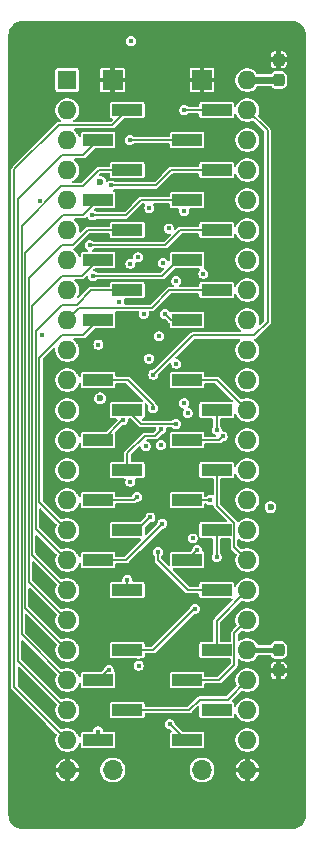
<source format=gbr>
G04 #@! TF.GenerationSoftware,KiCad,Pcbnew,9.0.6-9.0.6~ubuntu25.10.1*
G04 #@! TF.CreationDate,2025-12-24T18:24:09+09:00*
G04 #@! TF.ProjectId,bionic-ns32016,62696f6e-6963-42d6-9e73-33323031362e,2*
G04 #@! TF.SameCoordinates,Original*
G04 #@! TF.FileFunction,Copper,L4,Bot*
G04 #@! TF.FilePolarity,Positive*
%FSLAX46Y46*%
G04 Gerber Fmt 4.6, Leading zero omitted, Abs format (unit mm)*
G04 Created by KiCad (PCBNEW 9.0.6-9.0.6~ubuntu25.10.1) date 2025-12-24 18:24:09*
%MOMM*%
%LPD*%
G01*
G04 APERTURE LIST*
G04 Aperture macros list*
%AMRoundRect*
0 Rectangle with rounded corners*
0 $1 Rounding radius*
0 $2 $3 $4 $5 $6 $7 $8 $9 X,Y pos of 4 corners*
0 Add a 4 corners polygon primitive as box body*
4,1,4,$2,$3,$4,$5,$6,$7,$8,$9,$2,$3,0*
0 Add four circle primitives for the rounded corners*
1,1,$1+$1,$2,$3*
1,1,$1+$1,$4,$5*
1,1,$1+$1,$6,$7*
1,1,$1+$1,$8,$9*
0 Add four rect primitives between the rounded corners*
20,1,$1+$1,$2,$3,$4,$5,0*
20,1,$1+$1,$4,$5,$6,$7,0*
20,1,$1+$1,$6,$7,$8,$9,0*
20,1,$1+$1,$8,$9,$2,$3,0*%
G04 Aperture macros list end*
G04 #@! TA.AperFunction,ComponentPad*
%ADD10R,1.600000X1.600000*%
G04 #@! TD*
G04 #@! TA.AperFunction,ComponentPad*
%ADD11O,1.600000X1.600000*%
G04 #@! TD*
G04 #@! TA.AperFunction,ComponentPad*
%ADD12O,1.700000X1.700000*%
G04 #@! TD*
G04 #@! TA.AperFunction,SMDPad,CuDef*
%ADD13R,2.510000X1.000000*%
G04 #@! TD*
G04 #@! TA.AperFunction,ComponentPad*
%ADD14R,1.700000X1.700000*%
G04 #@! TD*
G04 #@! TA.AperFunction,SMDPad,CuDef*
%ADD15RoundRect,0.237500X-0.237500X0.300000X-0.237500X-0.300000X0.237500X-0.300000X0.237500X0.300000X0*%
G04 #@! TD*
G04 #@! TA.AperFunction,SMDPad,CuDef*
%ADD16RoundRect,0.237500X0.237500X-0.300000X0.237500X0.300000X-0.237500X0.300000X-0.237500X-0.300000X0*%
G04 #@! TD*
G04 #@! TA.AperFunction,ViaPad*
%ADD17C,0.600000*%
G04 #@! TD*
G04 #@! TA.AperFunction,ViaPad*
%ADD18C,0.450000*%
G04 #@! TD*
G04 #@! TA.AperFunction,Conductor*
%ADD19C,0.150000*%
G04 #@! TD*
G04 #@! TA.AperFunction,Conductor*
%ADD20C,0.400000*%
G04 #@! TD*
G04 #@! TA.AperFunction,Conductor*
%ADD21C,0.600000*%
G04 #@! TD*
G04 APERTURE END LIST*
D10*
X106080000Y-75080000D03*
D11*
X106080000Y-77620000D03*
X106080000Y-80160000D03*
X106080000Y-82700000D03*
X106080000Y-85240000D03*
X106080000Y-87780000D03*
X106080000Y-90320000D03*
X106080000Y-92860000D03*
X106080000Y-95400000D03*
X106080000Y-97940000D03*
X106080000Y-100480000D03*
X106080000Y-103020000D03*
X106080000Y-105560000D03*
X106080000Y-108100000D03*
X106080000Y-110640000D03*
X106080000Y-113180000D03*
X106080000Y-115720000D03*
X106080000Y-118260000D03*
X106080000Y-120800000D03*
X106080000Y-123340000D03*
X106080000Y-125880000D03*
X106080000Y-128420000D03*
X106080000Y-130960000D03*
X106080000Y-133500000D03*
X121320000Y-133500000D03*
X121320000Y-130960000D03*
X121320000Y-128420000D03*
X121320000Y-125880000D03*
X121320000Y-123340000D03*
X121320000Y-120800000D03*
X121320000Y-118260000D03*
X121320000Y-115720000D03*
X121320000Y-113180000D03*
X121320000Y-110640000D03*
X121320000Y-108100000D03*
X121320000Y-105560000D03*
X121320000Y-103020000D03*
X121320000Y-100480000D03*
X121320000Y-97940000D03*
X121320000Y-95400000D03*
X121320000Y-92860000D03*
X121320000Y-90320000D03*
X121320000Y-87780000D03*
X121320000Y-85240000D03*
X121320000Y-82700000D03*
X121320000Y-80160000D03*
X121320000Y-77620000D03*
X121320000Y-75080000D03*
D12*
X117489200Y-133500000D03*
D13*
X116244600Y-130960000D03*
X118733800Y-128420000D03*
X116244600Y-125880000D03*
X118733800Y-123340000D03*
X118733800Y-118260000D03*
X116244600Y-115720000D03*
X118733800Y-113180000D03*
X116244600Y-110640000D03*
X118733800Y-108100000D03*
X116244600Y-105560000D03*
X118733800Y-103020000D03*
X116244600Y-100480000D03*
X116244600Y-95400000D03*
X118733800Y-92860000D03*
X116244600Y-90320000D03*
X118733800Y-87780000D03*
X116244600Y-85240000D03*
X118733800Y-82700000D03*
X116244600Y-80160000D03*
X118733800Y-77620000D03*
D14*
X117489200Y-75080000D03*
D15*
X123987000Y-123340000D03*
X123987000Y-125065000D03*
D16*
X123987000Y-75080000D03*
X123987000Y-73355000D03*
D14*
X109936200Y-75080000D03*
D13*
X111180800Y-77620000D03*
X108691600Y-80160000D03*
X111180800Y-82700000D03*
X108691600Y-85240000D03*
X111180800Y-87780000D03*
X108691600Y-90320000D03*
X111180800Y-92860000D03*
X108691600Y-95400000D03*
X108691600Y-100480000D03*
X111180800Y-103020000D03*
X108691600Y-105560000D03*
X111180800Y-108100000D03*
X108691600Y-110640000D03*
X111180800Y-113180000D03*
X108691600Y-115720000D03*
X111180800Y-118260000D03*
X111180800Y-123340000D03*
X108691600Y-125880000D03*
X111180800Y-128420000D03*
X108691600Y-130960000D03*
D12*
X109936200Y-133500000D03*
D17*
X109280400Y-120711100D03*
X113395200Y-110513000D03*
X119008600Y-84693900D03*
X108454900Y-81658600D03*
X108581900Y-98778200D03*
X123300700Y-111234800D03*
D18*
X119249900Y-105255200D03*
X103984500Y-96631900D03*
X110766300Y-103895002D03*
X114025000Y-104651100D03*
X109597900Y-125029100D03*
X116887700Y-119834800D03*
X113852400Y-96784300D03*
D17*
X108874000Y-83716000D03*
X108875000Y-102029400D03*
D18*
X112125000Y-124648000D03*
X111478000Y-71778000D03*
X114138150Y-112627550D03*
X116709900Y-113891200D03*
X108696200Y-130236100D03*
X113039600Y-85913100D03*
X111180800Y-117421800D03*
X113128500Y-112113200D03*
X115325600Y-92073600D03*
X113357500Y-102867600D03*
X112569700Y-94879300D03*
X111998200Y-110360600D03*
X115975000Y-102448500D03*
X115287500Y-104201100D03*
X114768700Y-129621100D03*
X107998399Y-89062001D03*
X103736151Y-85283751D03*
X109813800Y-83995400D03*
X113776200Y-115046900D03*
X111426700Y-90621900D03*
X108278200Y-91666200D03*
X117099550Y-114865050D03*
X118729200Y-115453300D03*
X111388600Y-80160000D03*
X115998700Y-77620000D03*
X108219100Y-86535400D03*
X118734851Y-104678049D03*
X118183400Y-110640000D03*
X114363000Y-94884300D03*
X115325000Y-99095700D03*
X108728200Y-97470100D03*
X116290800Y-103261300D03*
X115986000Y-86179800D03*
X112725000Y-106093400D03*
X114017500Y-105979100D03*
X114675000Y-87646400D03*
X110499100Y-93833200D03*
X117611600Y-91475700D03*
X114200700Y-90541400D03*
X112075000Y-90091400D03*
X113007000Y-98658096D03*
X113375000Y-100010100D03*
X111415575Y-109088138D03*
D19*
X113375000Y-100010100D02*
X116689700Y-96695400D01*
X116689700Y-96695400D02*
X121916900Y-96695400D01*
X121916900Y-96695400D02*
X123047200Y-95565100D01*
X123047200Y-95565100D02*
X123047200Y-79347200D01*
X123047200Y-79347200D02*
X121320000Y-77620000D01*
X113128500Y-112113200D02*
X113077700Y-112113200D01*
X113077700Y-112113200D02*
X112058800Y-113132100D01*
X112058800Y-113132100D02*
X111228700Y-113132100D01*
X111228700Y-113132100D02*
X111180800Y-113180000D01*
X114138150Y-112627550D02*
X111045700Y-115720000D01*
X111045700Y-115720000D02*
X108691600Y-115720000D01*
X111998200Y-110360600D02*
X111718800Y-110640000D01*
X111718800Y-110640000D02*
X108691600Y-110640000D01*
X114025000Y-104651100D02*
X114025000Y-104701600D01*
X114025000Y-104701600D02*
X113509500Y-105217100D01*
X113509500Y-105217100D02*
X112633200Y-105217100D01*
X112633200Y-105217100D02*
X111180800Y-106669500D01*
X111180800Y-106669500D02*
X111180800Y-108100000D01*
X111180800Y-92860000D02*
X108112000Y-92860000D01*
X108112000Y-92860000D02*
X106880100Y-94091900D01*
X106880100Y-94091900D02*
X105648200Y-94091900D01*
X105648200Y-94091900D02*
X103421800Y-96318300D01*
X103421800Y-96318300D02*
X103421800Y-113061800D01*
X103421800Y-113061800D02*
X106080000Y-115720000D01*
X106080000Y-95400000D02*
X107111400Y-94368600D01*
X107111400Y-94368600D02*
X113232800Y-94368600D01*
X113232800Y-94368600D02*
X114741400Y-92860000D01*
X114741400Y-92860000D02*
X118733800Y-92860000D01*
X118733800Y-87780000D02*
X115655800Y-87780000D01*
X115655800Y-87780000D02*
X114373100Y-89062700D01*
X114373100Y-89062700D02*
X107999098Y-89062700D01*
X107999098Y-89062700D02*
X107998399Y-89062001D01*
X108219100Y-86535400D02*
X111020300Y-86535400D01*
X111020300Y-86535400D02*
X112315700Y-85240000D01*
X112315700Y-85240000D02*
X116244600Y-85240000D01*
X118733800Y-82700000D02*
X114868400Y-82700000D01*
X114868400Y-82700000D02*
X113573000Y-83995400D01*
X113573000Y-83995400D02*
X109813800Y-83995400D01*
X110766300Y-103895002D02*
X110754898Y-103895002D01*
X110754898Y-103895002D02*
X109089900Y-105560000D01*
X109089900Y-105560000D02*
X108691600Y-105560000D01*
X108691600Y-95400000D02*
X107434300Y-96657300D01*
X107434300Y-96657300D02*
X105660900Y-96657300D01*
X105660900Y-96657300D02*
X103722800Y-98595400D01*
X103722800Y-98595400D02*
X103722800Y-110822800D01*
X103722800Y-110822800D02*
X106080000Y-113180000D01*
X108691600Y-90320000D02*
X107370800Y-91640800D01*
X107370800Y-91640800D02*
X105648200Y-91640800D01*
X105648200Y-91640800D02*
X103120800Y-94168200D01*
X103120800Y-94168200D02*
X103120800Y-115300800D01*
X103120800Y-115300800D02*
X106080000Y-118260000D01*
X111180800Y-87780000D02*
X107819900Y-87780000D01*
X107819900Y-87780000D02*
X106537200Y-89062700D01*
X102819800Y-91865700D02*
X102819800Y-117539800D01*
X106537200Y-89062700D02*
X105622800Y-89062700D01*
X105622800Y-89062700D02*
X102819800Y-91865700D01*
X102819800Y-117539800D02*
X106080000Y-120800000D01*
X108691600Y-85240000D02*
X108683500Y-85240000D01*
X107413500Y-86510000D02*
X105749800Y-86510000D01*
X108683500Y-85240000D02*
X107413500Y-86510000D01*
X105749800Y-86510000D02*
X102518800Y-89741000D01*
X102518800Y-89741000D02*
X102518800Y-119778800D01*
X102518800Y-119778800D02*
X106080000Y-123340000D01*
X111180800Y-82700000D02*
X108747000Y-82700000D01*
X108747000Y-82700000D02*
X107381750Y-84065250D01*
X107381750Y-84065250D02*
X105591050Y-84065250D01*
X102217800Y-87438500D02*
X102217800Y-122017800D01*
X105591050Y-84065250D02*
X102217800Y-87438500D01*
X102217800Y-122017800D02*
X106080000Y-125880000D01*
X108691600Y-80160000D02*
X107408900Y-81442700D01*
X101916800Y-124256800D02*
X106080000Y-128420000D01*
X107408900Y-81442700D02*
X105610100Y-81442700D01*
X105610100Y-81442700D02*
X101916800Y-85136000D01*
X101916800Y-85136000D02*
X101916800Y-124256800D01*
X111180800Y-128420000D02*
X116405100Y-128420000D01*
X116405100Y-128420000D02*
X117294100Y-127531000D01*
X117294100Y-127531000D02*
X119669000Y-127531000D01*
X119669000Y-127531000D02*
X121320000Y-125880000D01*
X108696200Y-130236100D02*
X108696200Y-130955400D01*
X108696200Y-130955400D02*
X108691600Y-130960000D01*
X116244600Y-105560000D02*
X118945100Y-105560000D01*
X118945100Y-105560000D02*
X119249900Y-105255200D01*
X118741900Y-103028100D02*
X118733800Y-103020000D01*
X118734851Y-104678049D02*
X118741900Y-104671000D01*
X118741900Y-104671000D02*
X118741900Y-103028100D01*
X115287500Y-104201100D02*
X112361900Y-104201100D01*
X112361900Y-104201100D02*
X111180800Y-103020000D01*
X113357500Y-102628900D02*
X111208600Y-100480000D01*
X113357500Y-102867600D02*
X113357500Y-102628900D01*
X111208600Y-100480000D02*
X108691600Y-100480000D01*
X118729200Y-115453300D02*
X118729200Y-113184600D01*
X118729200Y-113184600D02*
X118733800Y-113180000D01*
X118183400Y-110640000D02*
X116244600Y-110640000D01*
X109597900Y-125029100D02*
X109542500Y-125029100D01*
X109542500Y-125029100D02*
X108691600Y-125880000D01*
X116887700Y-119834800D02*
X116849600Y-119834800D01*
X116849600Y-119834800D02*
X113344400Y-123340000D01*
X113344400Y-123340000D02*
X111180800Y-123340000D01*
X111180800Y-117421800D02*
X111180800Y-118260000D01*
X118733800Y-118260000D02*
X116306311Y-118260000D01*
X116306311Y-118260000D02*
X113776200Y-115729889D01*
X113776200Y-115729889D02*
X113776200Y-115046900D01*
D20*
X121320000Y-123340000D02*
X123987000Y-123340000D01*
D21*
X123987000Y-75080000D02*
X121320000Y-75080000D01*
D19*
X101615800Y-126495800D02*
X106080000Y-130960000D01*
X101615800Y-82643000D02*
X101615800Y-126495800D01*
X109898100Y-78902700D02*
X105356100Y-78902700D01*
X105356100Y-78902700D02*
X101615800Y-82643000D01*
X111180800Y-77620000D02*
X109898100Y-78902700D01*
X116107600Y-130960000D02*
X114768700Y-129621100D01*
X116244600Y-130960000D02*
X116107600Y-130960000D01*
X118733800Y-123340000D02*
X118733800Y-120846200D01*
X118733800Y-120846200D02*
X121320000Y-118260000D01*
X118764700Y-111135300D02*
X118764700Y-108130900D01*
X120215500Y-114615500D02*
X120215500Y-112586100D01*
X120215500Y-112586100D02*
X118764700Y-111135300D01*
X121320000Y-115720000D02*
X120215500Y-114615500D01*
X118764700Y-108130900D02*
X118733800Y-108100000D01*
X121320000Y-103020000D02*
X118780000Y-100480000D01*
X118780000Y-100480000D02*
X116244600Y-100480000D01*
X108278200Y-91666200D02*
X114143400Y-91666200D01*
X114143400Y-91666200D02*
X115489600Y-90320000D01*
X115489600Y-90320000D02*
X116244600Y-90320000D01*
X117099550Y-114865050D02*
X116244600Y-115720000D01*
X120245000Y-124592800D02*
X118957800Y-125880000D01*
X120245000Y-121875000D02*
X120245000Y-124592800D01*
X118957800Y-125880000D02*
X116244600Y-125880000D01*
X121320000Y-120800000D02*
X120245000Y-121875000D01*
X116244600Y-80160000D02*
X111388600Y-80160000D01*
X115998700Y-77620000D02*
X118733800Y-77620000D01*
X114878700Y-95400000D02*
X116244600Y-95400000D01*
X114363000Y-94884300D02*
X114878700Y-95400000D01*
G04 #@! TA.AperFunction,Conductor*
G36*
X125134309Y-70100877D02*
G01*
X125324457Y-70117512D01*
X125341437Y-70120505D01*
X125521635Y-70168789D01*
X125537839Y-70174687D01*
X125706902Y-70253523D01*
X125721842Y-70262149D01*
X125874641Y-70369140D01*
X125887861Y-70380232D01*
X126019767Y-70512138D01*
X126030859Y-70525358D01*
X126137850Y-70678157D01*
X126146478Y-70693101D01*
X126225308Y-70862151D01*
X126231211Y-70878368D01*
X126279492Y-71058555D01*
X126282488Y-71075550D01*
X126299123Y-71265690D01*
X126299500Y-71274318D01*
X126299500Y-137305681D01*
X126299123Y-137314309D01*
X126282488Y-137504449D01*
X126279492Y-137521444D01*
X126231211Y-137701631D01*
X126225308Y-137717848D01*
X126146478Y-137886898D01*
X126137850Y-137901842D01*
X126030859Y-138054641D01*
X126019767Y-138067861D01*
X125887861Y-138199767D01*
X125874641Y-138210859D01*
X125721842Y-138317850D01*
X125706898Y-138326478D01*
X125537848Y-138405308D01*
X125521631Y-138411211D01*
X125341444Y-138459492D01*
X125324449Y-138462488D01*
X125134309Y-138479123D01*
X125125681Y-138479500D01*
X102274319Y-138479500D01*
X102265691Y-138479123D01*
X102075550Y-138462488D01*
X102058555Y-138459492D01*
X101878368Y-138411211D01*
X101862154Y-138405309D01*
X101693100Y-138326477D01*
X101678157Y-138317850D01*
X101525358Y-138210859D01*
X101512138Y-138199767D01*
X101380232Y-138067861D01*
X101369140Y-138054641D01*
X101262149Y-137901842D01*
X101253523Y-137886902D01*
X101174687Y-137717839D01*
X101168788Y-137701631D01*
X101149843Y-137630926D01*
X101120505Y-137521437D01*
X101117512Y-137504457D01*
X101100877Y-137314309D01*
X101100500Y-137305681D01*
X101100500Y-133300000D01*
X105100190Y-133300000D01*
X105733589Y-133300000D01*
X105707259Y-133345606D01*
X105680000Y-133447339D01*
X105680000Y-133552661D01*
X105707259Y-133654394D01*
X105733590Y-133700000D01*
X105100191Y-133700000D01*
X105118429Y-133791688D01*
X105118429Y-133791690D01*
X105193808Y-133973673D01*
X105193814Y-133973685D01*
X105303249Y-134137462D01*
X105303252Y-134137466D01*
X105442533Y-134276747D01*
X105442537Y-134276750D01*
X105606314Y-134386185D01*
X105606326Y-134386191D01*
X105788304Y-134461568D01*
X105788315Y-134461571D01*
X105880000Y-134479807D01*
X105880000Y-133846410D01*
X105925606Y-133872741D01*
X106027339Y-133900000D01*
X106132661Y-133900000D01*
X106234394Y-133872741D01*
X106280000Y-133846410D01*
X106280000Y-134479806D01*
X106371684Y-134461571D01*
X106371695Y-134461568D01*
X106553673Y-134386191D01*
X106553685Y-134386185D01*
X106717462Y-134276750D01*
X106717466Y-134276747D01*
X106856747Y-134137466D01*
X106856750Y-134137462D01*
X106966185Y-133973685D01*
X106966191Y-133973673D01*
X107041570Y-133791690D01*
X107041570Y-133791688D01*
X107059809Y-133700000D01*
X106426410Y-133700000D01*
X106452741Y-133654394D01*
X106480000Y-133552661D01*
X106480000Y-133447339D01*
X106466386Y-133396532D01*
X108885700Y-133396532D01*
X108885700Y-133603467D01*
X108926069Y-133806418D01*
X109005258Y-133997597D01*
X109005259Y-133997598D01*
X109120223Y-134169655D01*
X109266545Y-134315977D01*
X109438602Y-134430941D01*
X109629780Y-134510130D01*
X109832735Y-134550500D01*
X109832736Y-134550500D01*
X110039664Y-134550500D01*
X110039665Y-134550500D01*
X110242620Y-134510130D01*
X110433798Y-134430941D01*
X110605855Y-134315977D01*
X110752177Y-134169655D01*
X110867141Y-133997598D01*
X110946330Y-133806420D01*
X110986700Y-133603465D01*
X110986700Y-133396535D01*
X110986699Y-133396532D01*
X116438700Y-133396532D01*
X116438700Y-133603467D01*
X116479069Y-133806418D01*
X116558258Y-133997597D01*
X116558259Y-133997598D01*
X116673223Y-134169655D01*
X116819545Y-134315977D01*
X116991602Y-134430941D01*
X117182780Y-134510130D01*
X117385735Y-134550500D01*
X117385736Y-134550500D01*
X117592664Y-134550500D01*
X117592665Y-134550500D01*
X117795620Y-134510130D01*
X117986798Y-134430941D01*
X118158855Y-134315977D01*
X118305177Y-134169655D01*
X118420141Y-133997598D01*
X118499330Y-133806420D01*
X118539700Y-133603465D01*
X118539700Y-133396535D01*
X118520498Y-133300000D01*
X120340190Y-133300000D01*
X120973589Y-133300000D01*
X120947259Y-133345606D01*
X120920000Y-133447339D01*
X120920000Y-133552661D01*
X120947259Y-133654394D01*
X120973590Y-133700000D01*
X120340191Y-133700000D01*
X120358429Y-133791688D01*
X120358429Y-133791690D01*
X120433808Y-133973673D01*
X120433814Y-133973685D01*
X120543249Y-134137462D01*
X120543252Y-134137466D01*
X120682533Y-134276747D01*
X120682537Y-134276750D01*
X120846314Y-134386185D01*
X120846326Y-134386191D01*
X121028304Y-134461568D01*
X121028315Y-134461571D01*
X121120000Y-134479807D01*
X121120000Y-133846410D01*
X121165606Y-133872741D01*
X121267339Y-133900000D01*
X121372661Y-133900000D01*
X121474394Y-133872741D01*
X121520000Y-133846410D01*
X121520000Y-134479806D01*
X121611684Y-134461571D01*
X121611695Y-134461568D01*
X121793673Y-134386191D01*
X121793685Y-134386185D01*
X121957462Y-134276750D01*
X121957466Y-134276747D01*
X122096747Y-134137466D01*
X122096750Y-134137462D01*
X122206185Y-133973685D01*
X122206191Y-133973673D01*
X122281570Y-133791690D01*
X122281570Y-133791688D01*
X122299809Y-133700000D01*
X121666410Y-133700000D01*
X121692741Y-133654394D01*
X121720000Y-133552661D01*
X121720000Y-133447339D01*
X121692741Y-133345606D01*
X121666411Y-133300000D01*
X122299809Y-133300000D01*
X122281570Y-133208311D01*
X122281570Y-133208309D01*
X122206191Y-133026326D01*
X122206185Y-133026314D01*
X122096750Y-132862537D01*
X122096747Y-132862533D01*
X121957466Y-132723252D01*
X121957462Y-132723249D01*
X121793685Y-132613814D01*
X121793673Y-132613808D01*
X121611689Y-132538429D01*
X121520000Y-132520190D01*
X121520000Y-133153589D01*
X121474394Y-133127259D01*
X121372661Y-133100000D01*
X121267339Y-133100000D01*
X121165606Y-133127259D01*
X121120000Y-133153589D01*
X121120000Y-132520190D01*
X121028311Y-132538429D01*
X121028309Y-132538429D01*
X120846326Y-132613808D01*
X120846314Y-132613814D01*
X120682537Y-132723249D01*
X120682533Y-132723252D01*
X120543252Y-132862533D01*
X120543249Y-132862537D01*
X120433814Y-133026314D01*
X120433808Y-133026326D01*
X120358429Y-133208309D01*
X120358429Y-133208311D01*
X120340190Y-133300000D01*
X118520498Y-133300000D01*
X118499330Y-133193580D01*
X118420141Y-133002402D01*
X118305177Y-132830345D01*
X118158855Y-132684023D01*
X118158851Y-132684020D01*
X117986797Y-132569058D01*
X117795618Y-132489869D01*
X117592667Y-132449500D01*
X117592665Y-132449500D01*
X117385735Y-132449500D01*
X117385732Y-132449500D01*
X117182781Y-132489869D01*
X116991602Y-132569058D01*
X116819548Y-132684020D01*
X116673220Y-132830348D01*
X116558258Y-133002402D01*
X116479069Y-133193581D01*
X116438700Y-133396532D01*
X110986699Y-133396532D01*
X110946330Y-133193580D01*
X110867141Y-133002402D01*
X110752177Y-132830345D01*
X110605855Y-132684023D01*
X110605851Y-132684020D01*
X110433797Y-132569058D01*
X110242618Y-132489869D01*
X110039667Y-132449500D01*
X110039665Y-132449500D01*
X109832735Y-132449500D01*
X109832732Y-132449500D01*
X109629781Y-132489869D01*
X109438602Y-132569058D01*
X109266548Y-132684020D01*
X109120220Y-132830348D01*
X109005258Y-133002402D01*
X108926069Y-133193581D01*
X108885700Y-133396532D01*
X106466386Y-133396532D01*
X106452741Y-133345606D01*
X106426411Y-133300000D01*
X107059808Y-133300000D01*
X107059808Y-133299999D01*
X107041570Y-133208311D01*
X107041570Y-133208309D01*
X106966191Y-133026326D01*
X106966185Y-133026314D01*
X106856750Y-132862537D01*
X106856747Y-132862533D01*
X106717466Y-132723252D01*
X106717462Y-132723249D01*
X106553685Y-132613814D01*
X106553673Y-132613808D01*
X106371689Y-132538429D01*
X106280000Y-132520190D01*
X106280000Y-133153589D01*
X106234394Y-133127259D01*
X106132661Y-133100000D01*
X106027339Y-133100000D01*
X105925606Y-133127259D01*
X105880000Y-133153589D01*
X105880000Y-132520190D01*
X105788311Y-132538429D01*
X105788309Y-132538429D01*
X105606326Y-132613808D01*
X105606314Y-132613814D01*
X105442537Y-132723249D01*
X105442533Y-132723252D01*
X105303252Y-132862533D01*
X105303249Y-132862537D01*
X105193814Y-133026314D01*
X105193808Y-133026326D01*
X105118429Y-133208309D01*
X105118429Y-133208311D01*
X105100190Y-133300000D01*
X101100500Y-133300000D01*
X101100500Y-82588200D01*
X101340300Y-82588200D01*
X101340300Y-126550600D01*
X101382243Y-126651858D01*
X104295466Y-129565082D01*
X105153360Y-130422976D01*
X105181137Y-130477493D01*
X105174820Y-130530865D01*
X105117949Y-130668163D01*
X105117949Y-130668165D01*
X105079500Y-130861456D01*
X105079500Y-130861459D01*
X105079500Y-131058541D01*
X105117663Y-131250399D01*
X105117949Y-131251834D01*
X105117949Y-131251836D01*
X105193367Y-131433913D01*
X105193368Y-131433914D01*
X105302861Y-131597782D01*
X105442218Y-131737139D01*
X105606086Y-131846632D01*
X105788165Y-131922051D01*
X105981459Y-131960500D01*
X105981460Y-131960500D01*
X106178540Y-131960500D01*
X106178541Y-131960500D01*
X106371835Y-131922051D01*
X106553914Y-131846632D01*
X106717782Y-131737139D01*
X106857139Y-131597782D01*
X106966632Y-131433914D01*
X107042051Y-131251835D01*
X107042053Y-131251824D01*
X107042363Y-131250805D01*
X107042645Y-131250399D01*
X107043912Y-131247342D01*
X107044582Y-131247619D01*
X107077349Y-131200608D01*
X107135158Y-131180563D01*
X107193708Y-131198325D01*
X107230636Y-131247110D01*
X107236100Y-131279544D01*
X107236100Y-131479746D01*
X107236101Y-131479758D01*
X107247732Y-131538227D01*
X107247734Y-131538233D01*
X107287524Y-131597782D01*
X107292048Y-131604552D01*
X107358369Y-131648867D01*
X107402831Y-131657711D01*
X107416841Y-131660498D01*
X107416846Y-131660498D01*
X107416852Y-131660500D01*
X107416853Y-131660500D01*
X109966347Y-131660500D01*
X109966348Y-131660500D01*
X110024831Y-131648867D01*
X110091152Y-131604552D01*
X110135467Y-131538231D01*
X110147100Y-131479748D01*
X110147100Y-130440252D01*
X110135467Y-130381769D01*
X110091152Y-130315448D01*
X110091148Y-130315445D01*
X110024833Y-130271134D01*
X110024831Y-130271133D01*
X110024828Y-130271132D01*
X110024827Y-130271132D01*
X109966358Y-130259501D01*
X109966348Y-130259500D01*
X109966347Y-130259500D01*
X109218945Y-130259500D01*
X109160754Y-130240593D01*
X109124790Y-130191093D01*
X109123318Y-130186123D01*
X109121700Y-130180084D01*
X109121700Y-130180082D01*
X109092703Y-130071863D01*
X109092701Y-130071860D01*
X109092701Y-130071858D01*
X109036686Y-129974839D01*
X109036685Y-129974837D01*
X108957463Y-129895615D01*
X108957460Y-129895613D01*
X108860440Y-129839598D01*
X108860442Y-129839598D01*
X108818451Y-129828347D01*
X108752218Y-129810600D01*
X108640182Y-129810600D01*
X108573948Y-129828347D01*
X108531958Y-129839598D01*
X108434939Y-129895613D01*
X108355713Y-129974839D01*
X108299698Y-130071858D01*
X108296814Y-130082621D01*
X108270700Y-130180082D01*
X108270700Y-130180084D01*
X108269082Y-130186123D01*
X108235758Y-130237437D01*
X108178637Y-130259364D01*
X108173455Y-130259500D01*
X107416852Y-130259500D01*
X107416851Y-130259500D01*
X107416841Y-130259501D01*
X107358372Y-130271132D01*
X107358366Y-130271134D01*
X107292051Y-130315445D01*
X107292045Y-130315451D01*
X107247734Y-130381766D01*
X107247732Y-130381772D01*
X107236101Y-130440241D01*
X107236100Y-130440253D01*
X107236100Y-130640455D01*
X107217193Y-130698646D01*
X107167693Y-130734610D01*
X107106507Y-130734610D01*
X107057007Y-130698646D01*
X107044055Y-130672598D01*
X107043912Y-130672658D01*
X107043049Y-130670575D01*
X107042365Y-130669199D01*
X107042052Y-130668167D01*
X106966632Y-130486086D01*
X106936007Y-130440253D01*
X106857139Y-130322218D01*
X106717782Y-130182861D01*
X106567762Y-130082621D01*
X106553913Y-130073367D01*
X106371835Y-129997949D01*
X106178543Y-129959500D01*
X106178541Y-129959500D01*
X105981459Y-129959500D01*
X105981456Y-129959500D01*
X105788165Y-129997949D01*
X105788163Y-129997949D01*
X105650865Y-130054820D01*
X105589869Y-130059621D01*
X105542976Y-130033360D01*
X105074698Y-129565082D01*
X114343200Y-129565082D01*
X114343200Y-129677118D01*
X114345575Y-129685980D01*
X114372198Y-129785341D01*
X114428213Y-129882360D01*
X114428215Y-129882363D01*
X114507437Y-129961585D01*
X114507439Y-129961586D01*
X114604459Y-130017601D01*
X114604457Y-130017601D01*
X114604461Y-130017602D01*
X114604463Y-130017603D01*
X114712682Y-130046600D01*
X114763577Y-130046600D01*
X114771174Y-130049068D01*
X114779064Y-130047819D01*
X114799719Y-130058343D01*
X114821768Y-130065507D01*
X114833581Y-130075596D01*
X114896654Y-130138669D01*
X114924431Y-130193186D01*
X114914860Y-130253618D01*
X114881654Y-130290987D01*
X114845050Y-130315446D01*
X114845045Y-130315451D01*
X114800734Y-130381766D01*
X114800732Y-130381772D01*
X114789101Y-130440241D01*
X114789100Y-130440253D01*
X114789100Y-131479746D01*
X114789101Y-131479758D01*
X114800732Y-131538227D01*
X114800734Y-131538233D01*
X114840524Y-131597782D01*
X114845048Y-131604552D01*
X114911369Y-131648867D01*
X114955831Y-131657711D01*
X114969841Y-131660498D01*
X114969846Y-131660498D01*
X114969852Y-131660500D01*
X114969853Y-131660500D01*
X117519347Y-131660500D01*
X117519348Y-131660500D01*
X117577831Y-131648867D01*
X117644152Y-131604552D01*
X117688467Y-131538231D01*
X117700100Y-131479748D01*
X117700100Y-130861456D01*
X120319500Y-130861456D01*
X120319500Y-130861459D01*
X120319500Y-131058541D01*
X120357663Y-131250399D01*
X120357949Y-131251834D01*
X120357949Y-131251836D01*
X120433367Y-131433913D01*
X120433368Y-131433914D01*
X120542861Y-131597782D01*
X120682218Y-131737139D01*
X120846086Y-131846632D01*
X121028165Y-131922051D01*
X121221459Y-131960500D01*
X121221460Y-131960500D01*
X121418540Y-131960500D01*
X121418541Y-131960500D01*
X121611835Y-131922051D01*
X121793914Y-131846632D01*
X121957782Y-131737139D01*
X122097139Y-131597782D01*
X122206632Y-131433914D01*
X122282051Y-131251835D01*
X122320500Y-131058541D01*
X122320500Y-130861459D01*
X122282051Y-130668165D01*
X122206632Y-130486086D01*
X122097139Y-130322218D01*
X121957782Y-130182861D01*
X121807762Y-130082621D01*
X121793913Y-130073367D01*
X121611835Y-129997949D01*
X121418543Y-129959500D01*
X121418541Y-129959500D01*
X121221459Y-129959500D01*
X121221456Y-129959500D01*
X121028165Y-129997949D01*
X121028163Y-129997949D01*
X120846086Y-130073367D01*
X120682218Y-130182861D01*
X120682214Y-130182864D01*
X120542864Y-130322214D01*
X120542861Y-130322218D01*
X120433367Y-130486086D01*
X120357949Y-130668163D01*
X120357949Y-130668165D01*
X120319500Y-130861456D01*
X117700100Y-130861456D01*
X117700100Y-130440252D01*
X117688467Y-130381769D01*
X117644152Y-130315448D01*
X117644148Y-130315445D01*
X117577833Y-130271134D01*
X117577831Y-130271133D01*
X117577828Y-130271132D01*
X117577827Y-130271132D01*
X117519358Y-130259501D01*
X117519348Y-130259500D01*
X117519347Y-130259500D01*
X115837724Y-130259500D01*
X115779533Y-130240593D01*
X115767720Y-130230504D01*
X115223196Y-129685980D01*
X115195419Y-129631463D01*
X115194200Y-129615976D01*
X115194200Y-129565083D01*
X115194200Y-129565082D01*
X115165203Y-129456863D01*
X115165201Y-129456860D01*
X115165201Y-129456858D01*
X115109186Y-129359839D01*
X115109185Y-129359837D01*
X115029963Y-129280615D01*
X115029960Y-129280613D01*
X114932940Y-129224598D01*
X114932942Y-129224598D01*
X114890951Y-129213347D01*
X114824718Y-129195600D01*
X114712682Y-129195600D01*
X114646448Y-129213347D01*
X114604458Y-129224598D01*
X114507439Y-129280613D01*
X114428213Y-129359839D01*
X114372198Y-129456858D01*
X114372197Y-129456863D01*
X114343200Y-129565082D01*
X105074698Y-129565082D01*
X101920296Y-126410680D01*
X101892519Y-126356163D01*
X101891300Y-126340676D01*
X101891300Y-124859923D01*
X101910207Y-124801732D01*
X101959707Y-124765768D01*
X102020893Y-124765768D01*
X102060304Y-124789919D01*
X105153360Y-127882975D01*
X105181137Y-127937492D01*
X105174820Y-127990864D01*
X105117949Y-128128163D01*
X105117949Y-128128165D01*
X105079500Y-128321456D01*
X105079500Y-128321459D01*
X105079500Y-128518541D01*
X105115663Y-128700345D01*
X105117949Y-128711834D01*
X105117949Y-128711836D01*
X105193367Y-128893913D01*
X105193368Y-128893914D01*
X105302861Y-129057782D01*
X105442218Y-129197139D01*
X105606086Y-129306632D01*
X105788165Y-129382051D01*
X105981459Y-129420500D01*
X105981460Y-129420500D01*
X106178540Y-129420500D01*
X106178541Y-129420500D01*
X106371835Y-129382051D01*
X106553914Y-129306632D01*
X106717782Y-129197139D01*
X106857139Y-129057782D01*
X106966632Y-128893914D01*
X107042051Y-128711835D01*
X107080500Y-128518541D01*
X107080500Y-128321459D01*
X107042051Y-128128165D01*
X106966632Y-127946086D01*
X106936007Y-127900253D01*
X109725300Y-127900253D01*
X109725300Y-128939746D01*
X109725301Y-128939758D01*
X109736932Y-128998227D01*
X109736934Y-128998233D01*
X109776724Y-129057782D01*
X109781248Y-129064552D01*
X109847569Y-129108867D01*
X109892031Y-129117711D01*
X109906041Y-129120498D01*
X109906046Y-129120498D01*
X109906052Y-129120500D01*
X109906053Y-129120500D01*
X112455547Y-129120500D01*
X112455548Y-129120500D01*
X112514031Y-129108867D01*
X112580352Y-129064552D01*
X112624667Y-128998231D01*
X112636300Y-128939748D01*
X112636300Y-128794500D01*
X112655207Y-128736309D01*
X112704707Y-128700345D01*
X112735300Y-128695500D01*
X116459899Y-128695500D01*
X116459900Y-128695500D01*
X116561158Y-128653557D01*
X116638657Y-128576058D01*
X117109296Y-128105419D01*
X117163813Y-128077642D01*
X117224245Y-128087213D01*
X117267510Y-128130478D01*
X117278300Y-128175423D01*
X117278300Y-128939746D01*
X117278301Y-128939758D01*
X117289932Y-128998227D01*
X117289934Y-128998233D01*
X117329724Y-129057782D01*
X117334248Y-129064552D01*
X117400569Y-129108867D01*
X117445031Y-129117711D01*
X117459041Y-129120498D01*
X117459046Y-129120498D01*
X117459052Y-129120500D01*
X117459053Y-129120500D01*
X120008547Y-129120500D01*
X120008548Y-129120500D01*
X120067031Y-129108867D01*
X120133352Y-129064552D01*
X120177667Y-128998231D01*
X120189300Y-128939748D01*
X120189300Y-128802386D01*
X120208207Y-128744195D01*
X120257707Y-128708231D01*
X120318893Y-128708231D01*
X120368393Y-128744195D01*
X120379764Y-128764501D01*
X120433367Y-128893913D01*
X120433368Y-128893914D01*
X120542861Y-129057782D01*
X120682218Y-129197139D01*
X120846086Y-129306632D01*
X121028165Y-129382051D01*
X121221459Y-129420500D01*
X121221460Y-129420500D01*
X121418540Y-129420500D01*
X121418541Y-129420500D01*
X121611835Y-129382051D01*
X121793914Y-129306632D01*
X121957782Y-129197139D01*
X122097139Y-129057782D01*
X122206632Y-128893914D01*
X122282051Y-128711835D01*
X122320500Y-128518541D01*
X122320500Y-128321459D01*
X122282051Y-128128165D01*
X122206632Y-127946086D01*
X122097139Y-127782218D01*
X121957782Y-127642861D01*
X121793914Y-127533368D01*
X121793915Y-127533368D01*
X121793913Y-127533367D01*
X121611835Y-127457949D01*
X121418543Y-127419500D01*
X121418541Y-127419500D01*
X121221459Y-127419500D01*
X121221456Y-127419500D01*
X121028165Y-127457949D01*
X121028163Y-127457949D01*
X120846086Y-127533367D01*
X120682218Y-127642861D01*
X120682214Y-127642864D01*
X120542864Y-127782214D01*
X120542861Y-127782218D01*
X120433367Y-127946086D01*
X120379764Y-128075498D01*
X120340028Y-128122024D01*
X120280533Y-128136308D01*
X120224005Y-128112893D01*
X120192035Y-128060725D01*
X120189300Y-128037613D01*
X120189300Y-127900253D01*
X120189298Y-127900241D01*
X120185863Y-127882975D01*
X120177667Y-127841769D01*
X120133352Y-127775448D01*
X120133348Y-127775445D01*
X120067033Y-127731134D01*
X120058024Y-127727403D01*
X120059401Y-127724077D01*
X120021354Y-127702770D01*
X119995739Y-127647204D01*
X120007676Y-127587195D01*
X120024049Y-127565565D01*
X120363111Y-127226503D01*
X120782976Y-126806638D01*
X120837492Y-126778862D01*
X120890861Y-126785178D01*
X121028165Y-126842051D01*
X121221459Y-126880500D01*
X121221460Y-126880500D01*
X121418540Y-126880500D01*
X121418541Y-126880500D01*
X121611835Y-126842051D01*
X121793914Y-126766632D01*
X121957782Y-126657139D01*
X122097139Y-126517782D01*
X122206632Y-126353914D01*
X122282051Y-126171835D01*
X122320500Y-125978541D01*
X122320500Y-125781459D01*
X122282051Y-125588165D01*
X122206632Y-125406086D01*
X122112362Y-125265001D01*
X123312000Y-125265001D01*
X123312000Y-125417701D01*
X123314771Y-125447258D01*
X123314772Y-125447259D01*
X123358330Y-125571740D01*
X123436641Y-125677848D01*
X123436651Y-125677858D01*
X123542759Y-125756169D01*
X123667240Y-125799727D01*
X123667241Y-125799728D01*
X123696799Y-125802500D01*
X123786999Y-125802500D01*
X123787000Y-125802499D01*
X123787000Y-125265001D01*
X124187000Y-125265001D01*
X124187000Y-125802499D01*
X124187001Y-125802500D01*
X124277201Y-125802500D01*
X124306758Y-125799728D01*
X124306759Y-125799727D01*
X124431240Y-125756169D01*
X124537348Y-125677858D01*
X124537358Y-125677848D01*
X124615669Y-125571740D01*
X124659227Y-125447259D01*
X124659228Y-125447258D01*
X124662000Y-125417701D01*
X124662000Y-125265001D01*
X124661999Y-125265000D01*
X124187001Y-125265000D01*
X124187000Y-125265001D01*
X123787000Y-125265001D01*
X123786999Y-125265000D01*
X123312001Y-125265000D01*
X123312000Y-125265001D01*
X122112362Y-125265001D01*
X122097139Y-125242218D01*
X121957782Y-125102861D01*
X121818183Y-125009584D01*
X121793913Y-124993367D01*
X121611835Y-124917949D01*
X121418543Y-124879500D01*
X121418541Y-124879500D01*
X121221459Y-124879500D01*
X121221456Y-124879500D01*
X121028165Y-124917949D01*
X121028163Y-124917949D01*
X120846086Y-124993367D01*
X120682218Y-125102861D01*
X120682214Y-125102864D01*
X120542864Y-125242214D01*
X120542861Y-125242218D01*
X120433367Y-125406086D01*
X120357949Y-125588163D01*
X120357949Y-125588165D01*
X120319500Y-125781456D01*
X120319500Y-125781459D01*
X120319500Y-125978541D01*
X120357663Y-126170399D01*
X120357949Y-126171834D01*
X120357949Y-126171836D01*
X120414819Y-126309135D01*
X120419619Y-126370132D01*
X120393359Y-126417023D01*
X119583882Y-127226503D01*
X119529365Y-127254281D01*
X119513878Y-127255500D01*
X117348900Y-127255500D01*
X117239300Y-127255500D01*
X117138042Y-127297443D01*
X117138041Y-127297444D01*
X116319981Y-128115504D01*
X116265464Y-128143281D01*
X116249977Y-128144500D01*
X112735300Y-128144500D01*
X112677109Y-128125593D01*
X112641145Y-128076093D01*
X112636300Y-128045500D01*
X112636300Y-127900253D01*
X112636298Y-127900241D01*
X112632863Y-127882975D01*
X112624667Y-127841769D01*
X112580352Y-127775448D01*
X112580348Y-127775445D01*
X112514033Y-127731134D01*
X112514031Y-127731133D01*
X112514028Y-127731132D01*
X112514027Y-127731132D01*
X112455558Y-127719501D01*
X112455548Y-127719500D01*
X109906052Y-127719500D01*
X109906051Y-127719500D01*
X109906041Y-127719501D01*
X109847572Y-127731132D01*
X109847566Y-127731134D01*
X109781251Y-127775445D01*
X109781245Y-127775451D01*
X109736934Y-127841766D01*
X109736932Y-127841772D01*
X109725301Y-127900241D01*
X109725300Y-127900253D01*
X106936007Y-127900253D01*
X106857139Y-127782218D01*
X106717782Y-127642861D01*
X106553914Y-127533368D01*
X106553915Y-127533368D01*
X106553913Y-127533367D01*
X106371835Y-127457949D01*
X106178543Y-127419500D01*
X106178541Y-127419500D01*
X105981459Y-127419500D01*
X105981456Y-127419500D01*
X105788165Y-127457949D01*
X105788163Y-127457949D01*
X105650864Y-127514820D01*
X105589867Y-127519620D01*
X105542975Y-127493360D01*
X102221296Y-124171681D01*
X102193519Y-124117164D01*
X102192300Y-124101677D01*
X102192300Y-122620923D01*
X102211207Y-122562732D01*
X102260707Y-122526768D01*
X102321893Y-122526768D01*
X102361303Y-122550918D01*
X103763590Y-123953206D01*
X105153360Y-125342976D01*
X105181137Y-125397493D01*
X105174820Y-125450865D01*
X105117949Y-125588163D01*
X105117949Y-125588165D01*
X105079500Y-125781456D01*
X105079500Y-125781459D01*
X105079500Y-125978541D01*
X105117663Y-126170399D01*
X105117949Y-126171834D01*
X105117949Y-126171836D01*
X105193367Y-126353913D01*
X105211923Y-126381684D01*
X105302861Y-126517782D01*
X105442218Y-126657139D01*
X105606086Y-126766632D01*
X105788165Y-126842051D01*
X105981459Y-126880500D01*
X105981460Y-126880500D01*
X106178540Y-126880500D01*
X106178541Y-126880500D01*
X106371835Y-126842051D01*
X106553914Y-126766632D01*
X106717782Y-126657139D01*
X106857139Y-126517782D01*
X106966632Y-126353914D01*
X107042051Y-126171835D01*
X107042053Y-126171824D01*
X107042363Y-126170805D01*
X107042645Y-126170399D01*
X107043912Y-126167342D01*
X107044582Y-126167619D01*
X107077349Y-126120608D01*
X107135158Y-126100563D01*
X107193708Y-126118325D01*
X107230636Y-126167110D01*
X107236100Y-126199544D01*
X107236100Y-126399746D01*
X107236101Y-126399758D01*
X107247732Y-126458227D01*
X107247734Y-126458233D01*
X107287524Y-126517782D01*
X107292048Y-126524552D01*
X107358369Y-126568867D01*
X107402831Y-126577711D01*
X107416841Y-126580498D01*
X107416846Y-126580498D01*
X107416852Y-126580500D01*
X107416853Y-126580500D01*
X109966347Y-126580500D01*
X109966348Y-126580500D01*
X110024831Y-126568867D01*
X110091152Y-126524552D01*
X110135467Y-126458231D01*
X110147100Y-126399748D01*
X110147100Y-125360252D01*
X110135467Y-125301769D01*
X110091152Y-125235448D01*
X110058509Y-125213636D01*
X110020631Y-125165587D01*
X110017885Y-125105699D01*
X110018646Y-125102861D01*
X110023400Y-125085118D01*
X110023400Y-124973082D01*
X109994403Y-124864863D01*
X109994401Y-124864860D01*
X109994401Y-124864858D01*
X109938386Y-124767839D01*
X109938385Y-124767837D01*
X109859163Y-124688615D01*
X109848989Y-124682741D01*
X109762140Y-124632598D01*
X109762142Y-124632598D01*
X109718539Y-124620915D01*
X109653918Y-124603600D01*
X109541882Y-124603600D01*
X109477261Y-124620915D01*
X109433658Y-124632598D01*
X109336639Y-124688613D01*
X109257413Y-124767839D01*
X109201398Y-124864858D01*
X109172399Y-124973084D01*
X109171553Y-124979516D01*
X109170437Y-124979369D01*
X109171181Y-124984063D01*
X109160656Y-125004718D01*
X109153493Y-125026767D01*
X109143404Y-125038580D01*
X109031480Y-125150504D01*
X108976963Y-125178281D01*
X108961476Y-125179500D01*
X107416852Y-125179500D01*
X107416851Y-125179500D01*
X107416841Y-125179501D01*
X107358372Y-125191132D01*
X107358366Y-125191134D01*
X107292051Y-125235445D01*
X107292045Y-125235451D01*
X107247734Y-125301766D01*
X107247732Y-125301772D01*
X107236101Y-125360241D01*
X107236100Y-125360253D01*
X107236100Y-125560455D01*
X107217193Y-125618646D01*
X107167693Y-125654610D01*
X107106507Y-125654610D01*
X107057007Y-125618646D01*
X107044055Y-125592598D01*
X107043912Y-125592658D01*
X107043049Y-125590575D01*
X107042365Y-125589199D01*
X107042052Y-125588167D01*
X106966632Y-125406086D01*
X106936007Y-125360253D01*
X106857139Y-125242218D01*
X106717782Y-125102861D01*
X106578183Y-125009584D01*
X106553913Y-124993367D01*
X106371835Y-124917949D01*
X106178543Y-124879500D01*
X106178541Y-124879500D01*
X105981459Y-124879500D01*
X105981456Y-124879500D01*
X105788165Y-124917949D01*
X105788163Y-124917949D01*
X105650865Y-124974820D01*
X105589869Y-124979621D01*
X105542976Y-124953360D01*
X102522296Y-121932680D01*
X102494519Y-121878163D01*
X102493300Y-121862676D01*
X102493300Y-120381923D01*
X102512207Y-120323732D01*
X102561707Y-120287768D01*
X102622893Y-120287768D01*
X102662304Y-120311919D01*
X105153360Y-122802976D01*
X105181137Y-122857493D01*
X105174820Y-122910865D01*
X105117949Y-123048163D01*
X105117949Y-123048165D01*
X105079500Y-123241456D01*
X105079500Y-123241459D01*
X105079500Y-123438541D01*
X105115663Y-123620345D01*
X105117949Y-123631834D01*
X105117949Y-123631836D01*
X105193367Y-123813913D01*
X105215459Y-123846975D01*
X105302861Y-123977782D01*
X105442218Y-124117139D01*
X105606086Y-124226632D01*
X105788165Y-124302051D01*
X105981459Y-124340500D01*
X105981460Y-124340500D01*
X106178540Y-124340500D01*
X106178541Y-124340500D01*
X106371835Y-124302051D01*
X106553914Y-124226632D01*
X106717782Y-124117139D01*
X106857139Y-123977782D01*
X106966632Y-123813914D01*
X107042051Y-123631835D01*
X107080500Y-123438541D01*
X107080500Y-123241459D01*
X107042051Y-123048165D01*
X106966632Y-122866086D01*
X106936007Y-122820253D01*
X109725300Y-122820253D01*
X109725300Y-123859746D01*
X109725301Y-123859758D01*
X109736932Y-123918227D01*
X109736934Y-123918233D01*
X109776724Y-123977782D01*
X109781248Y-123984552D01*
X109847569Y-124028867D01*
X109892031Y-124037711D01*
X109906041Y-124040498D01*
X109906046Y-124040498D01*
X109906052Y-124040500D01*
X109906053Y-124040500D01*
X111996236Y-124040500D01*
X112054427Y-124059407D01*
X112090391Y-124108907D01*
X112090391Y-124170093D01*
X112054427Y-124219593D01*
X112021861Y-124235125D01*
X111985057Y-124244987D01*
X111960758Y-124251498D01*
X111863739Y-124307513D01*
X111784513Y-124386739D01*
X111728498Y-124483758D01*
X111713964Y-124538000D01*
X111699500Y-124591982D01*
X111699500Y-124704018D01*
X111701719Y-124712298D01*
X111728498Y-124812241D01*
X111767331Y-124879500D01*
X111784515Y-124909263D01*
X111863737Y-124988485D01*
X111863739Y-124988486D01*
X111960759Y-125044501D01*
X111960757Y-125044501D01*
X111960761Y-125044502D01*
X111960763Y-125044503D01*
X112068982Y-125073500D01*
X112068984Y-125073500D01*
X112181016Y-125073500D01*
X112181018Y-125073500D01*
X112289237Y-125044503D01*
X112289239Y-125044501D01*
X112289241Y-125044501D01*
X112349718Y-125009584D01*
X112386263Y-124988485D01*
X112465485Y-124909263D01*
X112521503Y-124812237D01*
X112550500Y-124704018D01*
X112550500Y-124591982D01*
X112521503Y-124483763D01*
X112521501Y-124483760D01*
X112521501Y-124483758D01*
X112465486Y-124386739D01*
X112465485Y-124386737D01*
X112386263Y-124307515D01*
X112386260Y-124307513D01*
X112289240Y-124251498D01*
X112289242Y-124251498D01*
X112264942Y-124244987D01*
X112228139Y-124235126D01*
X112176827Y-124201803D01*
X112154900Y-124144681D01*
X112170736Y-124085581D01*
X112218285Y-124047076D01*
X112253764Y-124040500D01*
X112455547Y-124040500D01*
X112455548Y-124040500D01*
X112514031Y-124028867D01*
X112580352Y-123984552D01*
X112624667Y-123918231D01*
X112636300Y-123859748D01*
X112636300Y-123714500D01*
X112655207Y-123656309D01*
X112704707Y-123620345D01*
X112735300Y-123615500D01*
X113399199Y-123615500D01*
X113399200Y-123615500D01*
X113500458Y-123573557D01*
X113577957Y-123496058D01*
X113577956Y-123496058D01*
X115170330Y-121903684D01*
X116784719Y-120289296D01*
X116839236Y-120261519D01*
X116854723Y-120260300D01*
X116943716Y-120260300D01*
X116943718Y-120260300D01*
X117051937Y-120231303D01*
X117051939Y-120231301D01*
X117051941Y-120231301D01*
X117080764Y-120214659D01*
X117148963Y-120175285D01*
X117228185Y-120096063D01*
X117267559Y-120027864D01*
X117284201Y-119999041D01*
X117284201Y-119999039D01*
X117284203Y-119999037D01*
X117313200Y-119890818D01*
X117313200Y-119778782D01*
X117284203Y-119670563D01*
X117284201Y-119670560D01*
X117284201Y-119670558D01*
X117228186Y-119573539D01*
X117228185Y-119573537D01*
X117148963Y-119494315D01*
X117148960Y-119494313D01*
X117051940Y-119438298D01*
X117051942Y-119438298D01*
X117009951Y-119427047D01*
X116943718Y-119409300D01*
X116831682Y-119409300D01*
X116765448Y-119427047D01*
X116723458Y-119438298D01*
X116626439Y-119494313D01*
X116547213Y-119573539D01*
X116491198Y-119670558D01*
X116462200Y-119778783D01*
X116462200Y-119791576D01*
X116443293Y-119849767D01*
X116433204Y-119861580D01*
X113259281Y-123035504D01*
X113204764Y-123063281D01*
X113189277Y-123064500D01*
X112735300Y-123064500D01*
X112677109Y-123045593D01*
X112641145Y-122996093D01*
X112636300Y-122965500D01*
X112636300Y-122820253D01*
X112636298Y-122820241D01*
X112632864Y-122802976D01*
X112624667Y-122761769D01*
X112580352Y-122695448D01*
X112580348Y-122695445D01*
X112514033Y-122651134D01*
X112514031Y-122651133D01*
X112514028Y-122651132D01*
X112514027Y-122651132D01*
X112455558Y-122639501D01*
X112455548Y-122639500D01*
X109906052Y-122639500D01*
X109906051Y-122639500D01*
X109906041Y-122639501D01*
X109847572Y-122651132D01*
X109847566Y-122651134D01*
X109781251Y-122695445D01*
X109781245Y-122695451D01*
X109736934Y-122761766D01*
X109736932Y-122761772D01*
X109725301Y-122820241D01*
X109725300Y-122820253D01*
X106936007Y-122820253D01*
X106857139Y-122702218D01*
X106717782Y-122562861D01*
X106553914Y-122453368D01*
X106553915Y-122453368D01*
X106553913Y-122453367D01*
X106371835Y-122377949D01*
X106178543Y-122339500D01*
X106178541Y-122339500D01*
X105981459Y-122339500D01*
X105981456Y-122339500D01*
X105788165Y-122377949D01*
X105788163Y-122377949D01*
X105650865Y-122434820D01*
X105589869Y-122439621D01*
X105542976Y-122413360D01*
X102823296Y-119693680D01*
X102795519Y-119639163D01*
X102794300Y-119623676D01*
X102794300Y-118142923D01*
X102813207Y-118084732D01*
X102862707Y-118048768D01*
X102923893Y-118048768D01*
X102963303Y-118072918D01*
X104077023Y-119186639D01*
X105153360Y-120262976D01*
X105181137Y-120317493D01*
X105174820Y-120370865D01*
X105117949Y-120508163D01*
X105117949Y-120508165D01*
X105079500Y-120701456D01*
X105079500Y-120898543D01*
X105117949Y-121091834D01*
X105117949Y-121091836D01*
X105193367Y-121273913D01*
X105204204Y-121290131D01*
X105302861Y-121437782D01*
X105442218Y-121577139D01*
X105606086Y-121686632D01*
X105788165Y-121762051D01*
X105981459Y-121800500D01*
X105981460Y-121800500D01*
X106178540Y-121800500D01*
X106178541Y-121800500D01*
X106371835Y-121762051D01*
X106553914Y-121686632D01*
X106717782Y-121577139D01*
X106857139Y-121437782D01*
X106966632Y-121273914D01*
X107042051Y-121091835D01*
X107080500Y-120898541D01*
X107080500Y-120701459D01*
X107042051Y-120508165D01*
X106966632Y-120326086D01*
X106857139Y-120162218D01*
X106717782Y-120022861D01*
X106553914Y-119913368D01*
X106553915Y-119913368D01*
X106553913Y-119913367D01*
X106371835Y-119837949D01*
X106178543Y-119799500D01*
X106178541Y-119799500D01*
X105981459Y-119799500D01*
X105981456Y-119799500D01*
X105788165Y-119837949D01*
X105788163Y-119837949D01*
X105650865Y-119894820D01*
X105589869Y-119899621D01*
X105542976Y-119873360D01*
X103124296Y-117454680D01*
X103096519Y-117400163D01*
X103095300Y-117384676D01*
X103095300Y-115903923D01*
X103114207Y-115845732D01*
X103163707Y-115809768D01*
X103224893Y-115809768D01*
X103264303Y-115833918D01*
X104426684Y-116996300D01*
X105153360Y-117722976D01*
X105181137Y-117777493D01*
X105174820Y-117830865D01*
X105117949Y-117968163D01*
X105117949Y-117968165D01*
X105079500Y-118161456D01*
X105079500Y-118358543D01*
X105117949Y-118551834D01*
X105117949Y-118551836D01*
X105193367Y-118733913D01*
X105193368Y-118733914D01*
X105302861Y-118897782D01*
X105442218Y-119037139D01*
X105606086Y-119146632D01*
X105788165Y-119222051D01*
X105981459Y-119260500D01*
X105981460Y-119260500D01*
X106178540Y-119260500D01*
X106178541Y-119260500D01*
X106371835Y-119222051D01*
X106553914Y-119146632D01*
X106717782Y-119037139D01*
X106857139Y-118897782D01*
X106966632Y-118733914D01*
X107042051Y-118551835D01*
X107080500Y-118358541D01*
X107080500Y-118161459D01*
X107042051Y-117968165D01*
X106966632Y-117786086D01*
X106936007Y-117740253D01*
X109725300Y-117740253D01*
X109725300Y-118779746D01*
X109725301Y-118779758D01*
X109736932Y-118838227D01*
X109736934Y-118838233D01*
X109776724Y-118897782D01*
X109781248Y-118904552D01*
X109847569Y-118948867D01*
X109892031Y-118957711D01*
X109906041Y-118960498D01*
X109906046Y-118960498D01*
X109906052Y-118960500D01*
X109906053Y-118960500D01*
X112455547Y-118960500D01*
X112455548Y-118960500D01*
X112514031Y-118948867D01*
X112580352Y-118904552D01*
X112624667Y-118838231D01*
X112636300Y-118779748D01*
X112636300Y-117740252D01*
X112624667Y-117681769D01*
X112580352Y-117615448D01*
X112580348Y-117615445D01*
X112514033Y-117571134D01*
X112514031Y-117571133D01*
X112514028Y-117571132D01*
X112514027Y-117571132D01*
X112455558Y-117559501D01*
X112455548Y-117559500D01*
X112455547Y-117559500D01*
X111705300Y-117559500D01*
X111647109Y-117540593D01*
X111611145Y-117491093D01*
X111606300Y-117460500D01*
X111606300Y-117365783D01*
X111604649Y-117359621D01*
X111577303Y-117257563D01*
X111577301Y-117257560D01*
X111577301Y-117257558D01*
X111521286Y-117160539D01*
X111521285Y-117160537D01*
X111442063Y-117081315D01*
X111442060Y-117081313D01*
X111345040Y-117025298D01*
X111345042Y-117025298D01*
X111303051Y-117014047D01*
X111236818Y-116996300D01*
X111124782Y-116996300D01*
X111058548Y-117014047D01*
X111016558Y-117025298D01*
X110919539Y-117081313D01*
X110840313Y-117160539D01*
X110784298Y-117257558D01*
X110755300Y-117365783D01*
X110755300Y-117460500D01*
X110736393Y-117518691D01*
X110686893Y-117554655D01*
X110656300Y-117559500D01*
X109906052Y-117559500D01*
X109906051Y-117559500D01*
X109906041Y-117559501D01*
X109847572Y-117571132D01*
X109847566Y-117571134D01*
X109781251Y-117615445D01*
X109781245Y-117615451D01*
X109736934Y-117681766D01*
X109736932Y-117681772D01*
X109725301Y-117740241D01*
X109725300Y-117740253D01*
X106936007Y-117740253D01*
X106857139Y-117622218D01*
X106717782Y-117482861D01*
X106553914Y-117373368D01*
X106553915Y-117373368D01*
X106553913Y-117373367D01*
X106371835Y-117297949D01*
X106178543Y-117259500D01*
X106178541Y-117259500D01*
X105981459Y-117259500D01*
X105981456Y-117259500D01*
X105788165Y-117297949D01*
X105788163Y-117297949D01*
X105650865Y-117354820D01*
X105589869Y-117359621D01*
X105542976Y-117333360D01*
X103425296Y-115215680D01*
X103397519Y-115161163D01*
X103396300Y-115145676D01*
X103396300Y-113664923D01*
X103415207Y-113606732D01*
X103464707Y-113570768D01*
X103525893Y-113570768D01*
X103565304Y-113594919D01*
X105153360Y-115182976D01*
X105181137Y-115237493D01*
X105174820Y-115290865D01*
X105117949Y-115428163D01*
X105117949Y-115428165D01*
X105079500Y-115621456D01*
X105079500Y-115818543D01*
X105090941Y-115876058D01*
X105117663Y-116010399D01*
X105117949Y-116011834D01*
X105117949Y-116011836D01*
X105193367Y-116193913D01*
X105193368Y-116193914D01*
X105302861Y-116357782D01*
X105442218Y-116497139D01*
X105606086Y-116606632D01*
X105788165Y-116682051D01*
X105981459Y-116720500D01*
X105981460Y-116720500D01*
X106178540Y-116720500D01*
X106178541Y-116720500D01*
X106371835Y-116682051D01*
X106553914Y-116606632D01*
X106717782Y-116497139D01*
X106857139Y-116357782D01*
X106966632Y-116193914D01*
X107042051Y-116011835D01*
X107042053Y-116011824D01*
X107042363Y-116010805D01*
X107042645Y-116010399D01*
X107043912Y-116007342D01*
X107044582Y-116007619D01*
X107077349Y-115960608D01*
X107135158Y-115940563D01*
X107193708Y-115958325D01*
X107230636Y-116007110D01*
X107236100Y-116039544D01*
X107236100Y-116239746D01*
X107236101Y-116239758D01*
X107247732Y-116298227D01*
X107247734Y-116298233D01*
X107287524Y-116357782D01*
X107292048Y-116364552D01*
X107358369Y-116408867D01*
X107402831Y-116417711D01*
X107416841Y-116420498D01*
X107416846Y-116420498D01*
X107416852Y-116420500D01*
X107416853Y-116420500D01*
X109966347Y-116420500D01*
X109966348Y-116420500D01*
X110024831Y-116408867D01*
X110091152Y-116364552D01*
X110135467Y-116298231D01*
X110147100Y-116239748D01*
X110147100Y-116094500D01*
X110166007Y-116036309D01*
X110215507Y-116000345D01*
X110246100Y-115995500D01*
X111100499Y-115995500D01*
X111100500Y-115995500D01*
X111201758Y-115953557D01*
X111279257Y-115876058D01*
X111279256Y-115876058D01*
X112164433Y-114990882D01*
X113350700Y-114990882D01*
X113350700Y-115102918D01*
X113361110Y-115141769D01*
X113379698Y-115211141D01*
X113425728Y-115290865D01*
X113435715Y-115308163D01*
X113471705Y-115344153D01*
X113499481Y-115398668D01*
X113500700Y-115414155D01*
X113500700Y-115784689D01*
X113538547Y-115876058D01*
X113542643Y-115885947D01*
X116150252Y-118493557D01*
X116179906Y-118505839D01*
X116179908Y-118505841D01*
X116179909Y-118505841D01*
X116215710Y-118520670D01*
X116251511Y-118535500D01*
X117179300Y-118535500D01*
X117237491Y-118554407D01*
X117273455Y-118603907D01*
X117278300Y-118634500D01*
X117278300Y-118779746D01*
X117278301Y-118779758D01*
X117289932Y-118838227D01*
X117289934Y-118838233D01*
X117329724Y-118897782D01*
X117334248Y-118904552D01*
X117400569Y-118948867D01*
X117445031Y-118957711D01*
X117459041Y-118960498D01*
X117459046Y-118960498D01*
X117459052Y-118960500D01*
X117459053Y-118960500D01*
X119990875Y-118960500D01*
X120049066Y-118979407D01*
X120085030Y-119028907D01*
X120085030Y-119090093D01*
X120060879Y-119129504D01*
X118577742Y-120612643D01*
X118577741Y-120612642D01*
X118500246Y-120690138D01*
X118500244Y-120690140D01*
X118500243Y-120690142D01*
X118495555Y-120701460D01*
X118458300Y-120791400D01*
X118458300Y-122540500D01*
X118439393Y-122598691D01*
X118389893Y-122634655D01*
X118359300Y-122639500D01*
X117459052Y-122639500D01*
X117459051Y-122639500D01*
X117459041Y-122639501D01*
X117400572Y-122651132D01*
X117400566Y-122651134D01*
X117334251Y-122695445D01*
X117334245Y-122695451D01*
X117289934Y-122761766D01*
X117289932Y-122761772D01*
X117278301Y-122820241D01*
X117278300Y-122820253D01*
X117278300Y-123859746D01*
X117278301Y-123859758D01*
X117289932Y-123918227D01*
X117289934Y-123918233D01*
X117329724Y-123977782D01*
X117334248Y-123984552D01*
X117400569Y-124028867D01*
X117445031Y-124037711D01*
X117459041Y-124040498D01*
X117459046Y-124040498D01*
X117459052Y-124040500D01*
X119870500Y-124040500D01*
X119928691Y-124059407D01*
X119964655Y-124108907D01*
X119969500Y-124139500D01*
X119969500Y-124437676D01*
X119950593Y-124495867D01*
X119940504Y-124507680D01*
X118872681Y-125575504D01*
X118818164Y-125603281D01*
X118802677Y-125604500D01*
X117799100Y-125604500D01*
X117740909Y-125585593D01*
X117704945Y-125536093D01*
X117700100Y-125505500D01*
X117700100Y-125360253D01*
X117700098Y-125360241D01*
X117696664Y-125342976D01*
X117688467Y-125301769D01*
X117644152Y-125235448D01*
X117644148Y-125235445D01*
X117577833Y-125191134D01*
X117577831Y-125191133D01*
X117577828Y-125191132D01*
X117577827Y-125191132D01*
X117519358Y-125179501D01*
X117519348Y-125179500D01*
X114969852Y-125179500D01*
X114969851Y-125179500D01*
X114969841Y-125179501D01*
X114911372Y-125191132D01*
X114911366Y-125191134D01*
X114845051Y-125235445D01*
X114845045Y-125235451D01*
X114800734Y-125301766D01*
X114800732Y-125301772D01*
X114789101Y-125360241D01*
X114789100Y-125360253D01*
X114789100Y-126399746D01*
X114789101Y-126399758D01*
X114800732Y-126458227D01*
X114800734Y-126458233D01*
X114840524Y-126517782D01*
X114845048Y-126524552D01*
X114911369Y-126568867D01*
X114955831Y-126577711D01*
X114969841Y-126580498D01*
X114969846Y-126580498D01*
X114969852Y-126580500D01*
X114969853Y-126580500D01*
X117519347Y-126580500D01*
X117519348Y-126580500D01*
X117577831Y-126568867D01*
X117644152Y-126524552D01*
X117688467Y-126458231D01*
X117700100Y-126399748D01*
X117700100Y-126254500D01*
X117719007Y-126196309D01*
X117768507Y-126160345D01*
X117799100Y-126155500D01*
X119012599Y-126155500D01*
X119012600Y-126155500D01*
X119113858Y-126113557D01*
X119191357Y-126036058D01*
X119191356Y-126036058D01*
X120478558Y-124748858D01*
X120489388Y-124722711D01*
X120493701Y-124712298D01*
X123312000Y-124712298D01*
X123312000Y-124864999D01*
X123312001Y-124865000D01*
X123786999Y-124865000D01*
X123787000Y-124864999D01*
X123787000Y-124327501D01*
X124187000Y-124327501D01*
X124187000Y-124864999D01*
X124187001Y-124865000D01*
X124661999Y-124865000D01*
X124662000Y-124864999D01*
X124662000Y-124712298D01*
X124659228Y-124682741D01*
X124659227Y-124682740D01*
X124615669Y-124558259D01*
X124537358Y-124452151D01*
X124537348Y-124452141D01*
X124431240Y-124373830D01*
X124306759Y-124330272D01*
X124306758Y-124330271D01*
X124277201Y-124327500D01*
X124187001Y-124327500D01*
X124187000Y-124327501D01*
X123787000Y-124327501D01*
X123786999Y-124327500D01*
X123696799Y-124327500D01*
X123667241Y-124330271D01*
X123667240Y-124330272D01*
X123542759Y-124373830D01*
X123436651Y-124452141D01*
X123436641Y-124452151D01*
X123358330Y-124558259D01*
X123314772Y-124682740D01*
X123314771Y-124682741D01*
X123312000Y-124712298D01*
X120493701Y-124712298D01*
X120510354Y-124672096D01*
X120510354Y-124672095D01*
X120520500Y-124647601D01*
X120520500Y-124193738D01*
X120539407Y-124135547D01*
X120588907Y-124099583D01*
X120650093Y-124099583D01*
X120677924Y-124114811D01*
X120678175Y-124114437D01*
X120682216Y-124117137D01*
X120682218Y-124117139D01*
X120846086Y-124226632D01*
X121028165Y-124302051D01*
X121221459Y-124340500D01*
X121221460Y-124340500D01*
X121418540Y-124340500D01*
X121418541Y-124340500D01*
X121611835Y-124302051D01*
X121793914Y-124226632D01*
X121957782Y-124117139D01*
X122097139Y-123977782D01*
X122176008Y-123859746D01*
X122206628Y-123813921D01*
X122206629Y-123813917D01*
X122206632Y-123813914D01*
X122211727Y-123801614D01*
X122251464Y-123755088D01*
X122303191Y-123740500D01*
X123250382Y-123740500D01*
X123308573Y-123759407D01*
X123343826Y-123806802D01*
X123357882Y-123846972D01*
X123357885Y-123846978D01*
X123410474Y-123918233D01*
X123436289Y-123953211D01*
X123436292Y-123953213D01*
X123436293Y-123953214D01*
X123542523Y-124031615D01*
X123542524Y-124031615D01*
X123542525Y-124031616D01*
X123667151Y-124075225D01*
X123694441Y-124077784D01*
X123696733Y-124077999D01*
X123696738Y-124078000D01*
X123696744Y-124078000D01*
X124277262Y-124078000D01*
X124277265Y-124077999D01*
X124306849Y-124075225D01*
X124431475Y-124031616D01*
X124537711Y-123953211D01*
X124616116Y-123846975D01*
X124659725Y-123722349D01*
X124662500Y-123692756D01*
X124662500Y-122987244D01*
X124662500Y-122987238D01*
X124662499Y-122987233D01*
X124659725Y-122957655D01*
X124659725Y-122957651D01*
X124616116Y-122833025D01*
X124616113Y-122833021D01*
X124537714Y-122726793D01*
X124537713Y-122726792D01*
X124537711Y-122726789D01*
X124537706Y-122726785D01*
X124431476Y-122648384D01*
X124306852Y-122604776D01*
X124306851Y-122604775D01*
X124306849Y-122604775D01*
X124306847Y-122604774D01*
X124306844Y-122604774D01*
X124277266Y-122602000D01*
X124277256Y-122602000D01*
X123696744Y-122602000D01*
X123696733Y-122602000D01*
X123667155Y-122604774D01*
X123667147Y-122604776D01*
X123542523Y-122648384D01*
X123436293Y-122726785D01*
X123436285Y-122726793D01*
X123357885Y-122833021D01*
X123357882Y-122833027D01*
X123343826Y-122873198D01*
X123306760Y-122921879D01*
X123250382Y-122939500D01*
X122303191Y-122939500D01*
X122245000Y-122920593D01*
X122211727Y-122878386D01*
X122209578Y-122873198D01*
X122206632Y-122866086D01*
X122206630Y-122866084D01*
X122206628Y-122866078D01*
X122136928Y-122761766D01*
X122097139Y-122702218D01*
X121957782Y-122562861D01*
X121793914Y-122453368D01*
X121793915Y-122453368D01*
X121793913Y-122453367D01*
X121611835Y-122377949D01*
X121418543Y-122339500D01*
X121418541Y-122339500D01*
X121221459Y-122339500D01*
X121221456Y-122339500D01*
X121028165Y-122377949D01*
X121028163Y-122377949D01*
X120846086Y-122453367D01*
X120742887Y-122522323D01*
X120682218Y-122562861D01*
X120682216Y-122562862D01*
X120678175Y-122565563D01*
X120677565Y-122564650D01*
X120625306Y-122585091D01*
X120566107Y-122569629D01*
X120527302Y-122522323D01*
X120520500Y-122486261D01*
X120520500Y-122030121D01*
X120539407Y-121971930D01*
X120549490Y-121960124D01*
X120782975Y-121726638D01*
X120837490Y-121698862D01*
X120890862Y-121705179D01*
X120924080Y-121718938D01*
X121028165Y-121762051D01*
X121221459Y-121800500D01*
X121221460Y-121800500D01*
X121418540Y-121800500D01*
X121418541Y-121800500D01*
X121611835Y-121762051D01*
X121793914Y-121686632D01*
X121957782Y-121577139D01*
X122097139Y-121437782D01*
X122206632Y-121273914D01*
X122282051Y-121091835D01*
X122320500Y-120898541D01*
X122320500Y-120701459D01*
X122282051Y-120508165D01*
X122206632Y-120326086D01*
X122097139Y-120162218D01*
X121957782Y-120022861D01*
X121793914Y-119913368D01*
X121793915Y-119913368D01*
X121793913Y-119913367D01*
X121611835Y-119837949D01*
X121418543Y-119799500D01*
X121418541Y-119799500D01*
X121221459Y-119799500D01*
X121221456Y-119799500D01*
X121028165Y-119837949D01*
X121028163Y-119837949D01*
X120846086Y-119913367D01*
X120682218Y-120022861D01*
X120682214Y-120022864D01*
X120542864Y-120162214D01*
X120542861Y-120162218D01*
X120433367Y-120326086D01*
X120357949Y-120508163D01*
X120357949Y-120508165D01*
X120319500Y-120701456D01*
X120319500Y-120898543D01*
X120357949Y-121091834D01*
X120357949Y-121091836D01*
X120414820Y-121229135D01*
X120419621Y-121290131D01*
X120393360Y-121337023D01*
X120088942Y-121641442D01*
X120011446Y-121718938D01*
X120011444Y-121718940D01*
X120011443Y-121718942D01*
X119977661Y-121800499D01*
X119969500Y-121820200D01*
X119969500Y-122540500D01*
X119950593Y-122598691D01*
X119901093Y-122634655D01*
X119870500Y-122639500D01*
X119108300Y-122639500D01*
X119050109Y-122620593D01*
X119014145Y-122571093D01*
X119009300Y-122540500D01*
X119009300Y-121001323D01*
X119028207Y-120943132D01*
X119038296Y-120931319D01*
X119873555Y-120096060D01*
X120782977Y-119186637D01*
X120837492Y-119158862D01*
X120890861Y-119165178D01*
X121028165Y-119222051D01*
X121221459Y-119260500D01*
X121221460Y-119260500D01*
X121418540Y-119260500D01*
X121418541Y-119260500D01*
X121611835Y-119222051D01*
X121793914Y-119146632D01*
X121957782Y-119037139D01*
X122097139Y-118897782D01*
X122206632Y-118733914D01*
X122282051Y-118551835D01*
X122320500Y-118358541D01*
X122320500Y-118161459D01*
X122282051Y-117968165D01*
X122206632Y-117786086D01*
X122097139Y-117622218D01*
X121957782Y-117482861D01*
X121793914Y-117373368D01*
X121793915Y-117373368D01*
X121793913Y-117373367D01*
X121611835Y-117297949D01*
X121418543Y-117259500D01*
X121418541Y-117259500D01*
X121221459Y-117259500D01*
X121221456Y-117259500D01*
X121028165Y-117297949D01*
X121028163Y-117297949D01*
X120846086Y-117373367D01*
X120682218Y-117482861D01*
X120682214Y-117482864D01*
X120542864Y-117622214D01*
X120542861Y-117622218D01*
X120433367Y-117786086D01*
X120379764Y-117915498D01*
X120340028Y-117962024D01*
X120280533Y-117976308D01*
X120224005Y-117952893D01*
X120192035Y-117900725D01*
X120189300Y-117877613D01*
X120189300Y-117740253D01*
X120189298Y-117740241D01*
X120185864Y-117722976D01*
X120177667Y-117681769D01*
X120133352Y-117615448D01*
X120133348Y-117615445D01*
X120067033Y-117571134D01*
X120067031Y-117571133D01*
X120067028Y-117571132D01*
X120067027Y-117571132D01*
X120008558Y-117559501D01*
X120008548Y-117559500D01*
X117459052Y-117559500D01*
X117459051Y-117559500D01*
X117459041Y-117559501D01*
X117400572Y-117571132D01*
X117400566Y-117571134D01*
X117334251Y-117615445D01*
X117334245Y-117615451D01*
X117289934Y-117681766D01*
X117289932Y-117681772D01*
X117278301Y-117740241D01*
X117278300Y-117740253D01*
X117278300Y-117885500D01*
X117259393Y-117943691D01*
X117209893Y-117979655D01*
X117179300Y-117984500D01*
X116461435Y-117984500D01*
X116403244Y-117965593D01*
X116391431Y-117955504D01*
X115025431Y-116589504D01*
X114997654Y-116534987D01*
X115007225Y-116474555D01*
X115050490Y-116431290D01*
X115095435Y-116420500D01*
X117519347Y-116420500D01*
X117519348Y-116420500D01*
X117577831Y-116408867D01*
X117644152Y-116364552D01*
X117688467Y-116298231D01*
X117700100Y-116239748D01*
X117700100Y-115200252D01*
X117688467Y-115141769D01*
X117644152Y-115075448D01*
X117577832Y-115031134D01*
X117569724Y-115025716D01*
X117571517Y-115023031D01*
X117537468Y-114993956D01*
X117523178Y-114934463D01*
X117524371Y-114927524D01*
X117524203Y-114927502D01*
X117525050Y-114921068D01*
X117525050Y-114809033D01*
X117525050Y-114809032D01*
X117496053Y-114700813D01*
X117496051Y-114700810D01*
X117496051Y-114700808D01*
X117440036Y-114603789D01*
X117440035Y-114603787D01*
X117360813Y-114524565D01*
X117360810Y-114524563D01*
X117263790Y-114468548D01*
X117263792Y-114468548D01*
X117221801Y-114457297D01*
X117155568Y-114439550D01*
X117043532Y-114439550D01*
X117031112Y-114442877D01*
X116968139Y-114459750D01*
X116968127Y-114459754D01*
X116935313Y-114468547D01*
X116914917Y-114480322D01*
X116914908Y-114480326D01*
X116838288Y-114524564D01*
X116759063Y-114603789D01*
X116703048Y-114700808D01*
X116674050Y-114809033D01*
X116674050Y-114859927D01*
X116671581Y-114867524D01*
X116672831Y-114875414D01*
X116662306Y-114896069D01*
X116655143Y-114918118D01*
X116645054Y-114929931D01*
X116584481Y-114990504D01*
X116529964Y-115018281D01*
X116514477Y-115019500D01*
X114969852Y-115019500D01*
X114969851Y-115019500D01*
X114969841Y-115019501D01*
X114911372Y-115031132D01*
X114911366Y-115031134D01*
X114845051Y-115075445D01*
X114845045Y-115075451D01*
X114800734Y-115141766D01*
X114800732Y-115141772D01*
X114789101Y-115200241D01*
X114789100Y-115200253D01*
X114789100Y-116114165D01*
X114770193Y-116172356D01*
X114720693Y-116208320D01*
X114659507Y-116208320D01*
X114620096Y-116184169D01*
X114080696Y-115644769D01*
X114077069Y-115637651D01*
X114070607Y-115632956D01*
X114063443Y-115610907D01*
X114052919Y-115590252D01*
X114051700Y-115574765D01*
X114051700Y-115414155D01*
X114070607Y-115355964D01*
X114080690Y-115344157D01*
X114116685Y-115308163D01*
X114160521Y-115232237D01*
X114172701Y-115211141D01*
X114172701Y-115211139D01*
X114172703Y-115211137D01*
X114201700Y-115102918D01*
X114201700Y-114990882D01*
X114172703Y-114882663D01*
X114172701Y-114882660D01*
X114172701Y-114882658D01*
X114116686Y-114785639D01*
X114116685Y-114785637D01*
X114037463Y-114706415D01*
X114037460Y-114706413D01*
X113940440Y-114650398D01*
X113940442Y-114650398D01*
X113898451Y-114639147D01*
X113832218Y-114621400D01*
X113720182Y-114621400D01*
X113653948Y-114639147D01*
X113611958Y-114650398D01*
X113514939Y-114706413D01*
X113435713Y-114785639D01*
X113379698Y-114882658D01*
X113367677Y-114927524D01*
X113350700Y-114990882D01*
X112164433Y-114990882D01*
X112240926Y-114914389D01*
X114073270Y-113082046D01*
X114127787Y-113054269D01*
X114143274Y-113053050D01*
X114194166Y-113053050D01*
X114194168Y-113053050D01*
X114302387Y-113024053D01*
X114302389Y-113024051D01*
X114302391Y-113024051D01*
X114331214Y-113007409D01*
X114399413Y-112968035D01*
X114478635Y-112888813D01*
X114534653Y-112791787D01*
X114563650Y-112683568D01*
X114563650Y-112571532D01*
X114534653Y-112463313D01*
X114534651Y-112463310D01*
X114534651Y-112463308D01*
X114478636Y-112366289D01*
X114478635Y-112366287D01*
X114399413Y-112287065D01*
X114382737Y-112277437D01*
X114302390Y-112231048D01*
X114302392Y-112231048D01*
X114253504Y-112217949D01*
X114194168Y-112202050D01*
X114082132Y-112202050D01*
X114022796Y-112217949D01*
X113973908Y-112231048D01*
X113876889Y-112287063D01*
X113797663Y-112366289D01*
X113741648Y-112463308D01*
X113712650Y-112571533D01*
X113712650Y-112622425D01*
X113693743Y-112680616D01*
X113683654Y-112692429D01*
X112805304Y-113570779D01*
X112750787Y-113598556D01*
X112690355Y-113588985D01*
X112647090Y-113545720D01*
X112636300Y-113500775D01*
X112636300Y-112985223D01*
X112655207Y-112927032D01*
X112665296Y-112915219D01*
X113012819Y-112567696D01*
X113067336Y-112539919D01*
X113082823Y-112538700D01*
X113184516Y-112538700D01*
X113184518Y-112538700D01*
X113292737Y-112509703D01*
X113292739Y-112509701D01*
X113292741Y-112509701D01*
X113347161Y-112478281D01*
X113389763Y-112453685D01*
X113468985Y-112374463D01*
X113519444Y-112287065D01*
X113525001Y-112277441D01*
X113525001Y-112277439D01*
X113525003Y-112277437D01*
X113554000Y-112169218D01*
X113554000Y-112057182D01*
X113525003Y-111948963D01*
X113525001Y-111948960D01*
X113525001Y-111948958D01*
X113468986Y-111851939D01*
X113468985Y-111851937D01*
X113389763Y-111772715D01*
X113389760Y-111772713D01*
X113292740Y-111716698D01*
X113292742Y-111716698D01*
X113234871Y-111701192D01*
X113184518Y-111687700D01*
X113072482Y-111687700D01*
X113022129Y-111701192D01*
X112964258Y-111716698D01*
X112867239Y-111772713D01*
X112788013Y-111851939D01*
X112731998Y-111948958D01*
X112703000Y-112057183D01*
X112703000Y-112057277D01*
X112702979Y-112057341D01*
X112702153Y-112063616D01*
X112700990Y-112063462D01*
X112684093Y-112115468D01*
X112674004Y-112127280D01*
X112350782Y-112450503D01*
X112296265Y-112478281D01*
X112280778Y-112479500D01*
X109906052Y-112479500D01*
X109906051Y-112479500D01*
X109906041Y-112479501D01*
X109847572Y-112491132D01*
X109847566Y-112491134D01*
X109781251Y-112535445D01*
X109781245Y-112535451D01*
X109736934Y-112601766D01*
X109736932Y-112601772D01*
X109725301Y-112660241D01*
X109725300Y-112660253D01*
X109725300Y-113699746D01*
X109725301Y-113699758D01*
X109736932Y-113758227D01*
X109736934Y-113758233D01*
X109776724Y-113817782D01*
X109781248Y-113824552D01*
X109847569Y-113868867D01*
X109892031Y-113877711D01*
X109906041Y-113880498D01*
X109906046Y-113880498D01*
X109906052Y-113880500D01*
X109906053Y-113880500D01*
X112256575Y-113880500D01*
X112314766Y-113899407D01*
X112350730Y-113948907D01*
X112350730Y-114010093D01*
X112326579Y-114049504D01*
X110960581Y-115415504D01*
X110906064Y-115443281D01*
X110890577Y-115444500D01*
X110246100Y-115444500D01*
X110187909Y-115425593D01*
X110151945Y-115376093D01*
X110147100Y-115345500D01*
X110147100Y-115200253D01*
X110147098Y-115200241D01*
X110143663Y-115182974D01*
X110135467Y-115141769D01*
X110091152Y-115075448D01*
X110091148Y-115075445D01*
X110024833Y-115031134D01*
X110024831Y-115031133D01*
X110024828Y-115031132D01*
X110024827Y-115031132D01*
X109966358Y-115019501D01*
X109966348Y-115019500D01*
X107416852Y-115019500D01*
X107416851Y-115019500D01*
X107416841Y-115019501D01*
X107358372Y-115031132D01*
X107358366Y-115031134D01*
X107292051Y-115075445D01*
X107292045Y-115075451D01*
X107247734Y-115141766D01*
X107247732Y-115141772D01*
X107236101Y-115200241D01*
X107236100Y-115200253D01*
X107236100Y-115400455D01*
X107217193Y-115458646D01*
X107167693Y-115494610D01*
X107106507Y-115494610D01*
X107057007Y-115458646D01*
X107044055Y-115432598D01*
X107043912Y-115432658D01*
X107043049Y-115430575D01*
X107042365Y-115429199D01*
X107042052Y-115428167D01*
X106966632Y-115246086D01*
X106946315Y-115215680D01*
X106857139Y-115082218D01*
X106717782Y-114942861D01*
X106605032Y-114867524D01*
X106553913Y-114833367D01*
X106371836Y-114757949D01*
X106371835Y-114757949D01*
X106307403Y-114745132D01*
X106178543Y-114719500D01*
X106178541Y-114719500D01*
X105981459Y-114719500D01*
X105981456Y-114719500D01*
X105788165Y-114757949D01*
X105788163Y-114757949D01*
X105650865Y-114814820D01*
X105589869Y-114819621D01*
X105542976Y-114793360D01*
X103726296Y-112976680D01*
X103698519Y-112922163D01*
X103697300Y-112906676D01*
X103697300Y-111425923D01*
X103716207Y-111367732D01*
X103765707Y-111331768D01*
X103826893Y-111331768D01*
X103866303Y-111355918D01*
X104567566Y-112057182D01*
X105153360Y-112642976D01*
X105181137Y-112697493D01*
X105174820Y-112750865D01*
X105117949Y-112888163D01*
X105117949Y-112888165D01*
X105079500Y-113081456D01*
X105079500Y-113278543D01*
X105117949Y-113471834D01*
X105117949Y-113471836D01*
X105193367Y-113653913D01*
X105193368Y-113653914D01*
X105302861Y-113817782D01*
X105442218Y-113957139D01*
X105606086Y-114066632D01*
X105788165Y-114142051D01*
X105981459Y-114180500D01*
X105981460Y-114180500D01*
X106178540Y-114180500D01*
X106178541Y-114180500D01*
X106371835Y-114142051D01*
X106553914Y-114066632D01*
X106717782Y-113957139D01*
X106857139Y-113817782D01*
X106966632Y-113653914D01*
X107042051Y-113471835D01*
X107080500Y-113278541D01*
X107080500Y-113081459D01*
X107042051Y-112888165D01*
X106966632Y-112706086D01*
X106857139Y-112542218D01*
X106717782Y-112402861D01*
X106553914Y-112293368D01*
X106553915Y-112293368D01*
X106553913Y-112293367D01*
X106371835Y-112217949D01*
X106178543Y-112179500D01*
X106178541Y-112179500D01*
X105981459Y-112179500D01*
X105981456Y-112179500D01*
X105788165Y-112217949D01*
X105788163Y-112217949D01*
X105650865Y-112274820D01*
X105589869Y-112279621D01*
X105542976Y-112253360D01*
X104027296Y-110737680D01*
X104023669Y-110730562D01*
X104017207Y-110725867D01*
X104010043Y-110703818D01*
X103999519Y-110683163D01*
X103998300Y-110667676D01*
X103998300Y-110541456D01*
X105079500Y-110541456D01*
X105079500Y-110738543D01*
X105090941Y-110796058D01*
X105117663Y-110930399D01*
X105117949Y-110931834D01*
X105117949Y-110931836D01*
X105193367Y-111113913D01*
X105201463Y-111126029D01*
X105302861Y-111277782D01*
X105442218Y-111417139D01*
X105606086Y-111526632D01*
X105788165Y-111602051D01*
X105981459Y-111640500D01*
X105981460Y-111640500D01*
X106178540Y-111640500D01*
X106178541Y-111640500D01*
X106371835Y-111602051D01*
X106553914Y-111526632D01*
X106717782Y-111417139D01*
X106857139Y-111277782D01*
X106966632Y-111113914D01*
X107042051Y-110931835D01*
X107042053Y-110931824D01*
X107042363Y-110930805D01*
X107042645Y-110930399D01*
X107043912Y-110927342D01*
X107044582Y-110927619D01*
X107077349Y-110880608D01*
X107135158Y-110860563D01*
X107193708Y-110878325D01*
X107230636Y-110927110D01*
X107236100Y-110959544D01*
X107236100Y-111159746D01*
X107236101Y-111159758D01*
X107247732Y-111218227D01*
X107247734Y-111218233D01*
X107287524Y-111277782D01*
X107292048Y-111284552D01*
X107358369Y-111328867D01*
X107402831Y-111337711D01*
X107416841Y-111340498D01*
X107416846Y-111340498D01*
X107416852Y-111340500D01*
X107416853Y-111340500D01*
X109966347Y-111340500D01*
X109966348Y-111340500D01*
X110024831Y-111328867D01*
X110091152Y-111284552D01*
X110135467Y-111218231D01*
X110147100Y-111159748D01*
X110147100Y-111014500D01*
X110166007Y-110956309D01*
X110215507Y-110920345D01*
X110246100Y-110915500D01*
X111773599Y-110915500D01*
X111773600Y-110915500D01*
X111874858Y-110873557D01*
X111933320Y-110815094D01*
X111987835Y-110787319D01*
X112003322Y-110786100D01*
X112054216Y-110786100D01*
X112054218Y-110786100D01*
X112162437Y-110757103D01*
X112162439Y-110757101D01*
X112162441Y-110757101D01*
X112216539Y-110725867D01*
X112259463Y-110701085D01*
X112338685Y-110621863D01*
X112394703Y-110524837D01*
X112423700Y-110416618D01*
X112423700Y-110304582D01*
X112394703Y-110196363D01*
X112394701Y-110196360D01*
X112394701Y-110196358D01*
X112350761Y-110120253D01*
X114789100Y-110120253D01*
X114789100Y-111159746D01*
X114789101Y-111159758D01*
X114800732Y-111218227D01*
X114800734Y-111218233D01*
X114840524Y-111277782D01*
X114845048Y-111284552D01*
X114911369Y-111328867D01*
X114955831Y-111337711D01*
X114969841Y-111340498D01*
X114969846Y-111340498D01*
X114969852Y-111340500D01*
X114969853Y-111340500D01*
X117519347Y-111340500D01*
X117519348Y-111340500D01*
X117577831Y-111328867D01*
X117644152Y-111284552D01*
X117688467Y-111218231D01*
X117700100Y-111159748D01*
X117700100Y-111014500D01*
X117704945Y-110999588D01*
X117704945Y-110983907D01*
X117714161Y-110971221D01*
X117719007Y-110956309D01*
X117731692Y-110947092D01*
X117740909Y-110934407D01*
X117755821Y-110929561D01*
X117768507Y-110920345D01*
X117799100Y-110915500D01*
X117816144Y-110915500D01*
X117874335Y-110934407D01*
X117886147Y-110944496D01*
X117922137Y-110980485D01*
X118019159Y-111036501D01*
X118019157Y-111036501D01*
X118019161Y-111036502D01*
X118019163Y-111036503D01*
X118127382Y-111065500D01*
X118127384Y-111065500D01*
X118239416Y-111065500D01*
X118239418Y-111065500D01*
X118347637Y-111036503D01*
X118347648Y-111036496D01*
X118352311Y-111034566D01*
X118413307Y-111029763D01*
X118465478Y-111061731D01*
X118488894Y-111118258D01*
X118489200Y-111126029D01*
X118489200Y-111190099D01*
X118510077Y-111240501D01*
X118531141Y-111291355D01*
X118531142Y-111291356D01*
X118531143Y-111291358D01*
X119091722Y-111851937D01*
X119550281Y-112310496D01*
X119578058Y-112365013D01*
X119568487Y-112425445D01*
X119525222Y-112468710D01*
X119480277Y-112479500D01*
X117459052Y-112479500D01*
X117459051Y-112479500D01*
X117459041Y-112479501D01*
X117400572Y-112491132D01*
X117400566Y-112491134D01*
X117334251Y-112535445D01*
X117334245Y-112535451D01*
X117289934Y-112601766D01*
X117289932Y-112601772D01*
X117278301Y-112660241D01*
X117278300Y-112660253D01*
X117278300Y-113655224D01*
X117259393Y-113713415D01*
X117209893Y-113749379D01*
X117148707Y-113749379D01*
X117099207Y-113713415D01*
X117093564Y-113704724D01*
X117050386Y-113629939D01*
X117050385Y-113629937D01*
X116971163Y-113550715D01*
X116971160Y-113550713D01*
X116874140Y-113494698D01*
X116874142Y-113494698D01*
X116832151Y-113483447D01*
X116765918Y-113465700D01*
X116653882Y-113465700D01*
X116587648Y-113483447D01*
X116545658Y-113494698D01*
X116448639Y-113550713D01*
X116369413Y-113629939D01*
X116313398Y-113726958D01*
X116307298Y-113749725D01*
X116284400Y-113835182D01*
X116284400Y-113947218D01*
X116293050Y-113979500D01*
X116313398Y-114055441D01*
X116369413Y-114152460D01*
X116369415Y-114152463D01*
X116448637Y-114231685D01*
X116448639Y-114231686D01*
X116545659Y-114287701D01*
X116545657Y-114287701D01*
X116545661Y-114287702D01*
X116545663Y-114287703D01*
X116653882Y-114316700D01*
X116653884Y-114316700D01*
X116765915Y-114316700D01*
X116765918Y-114316700D01*
X116874137Y-114287703D01*
X116971163Y-114231685D01*
X117050385Y-114152463D01*
X117106403Y-114055437D01*
X117135400Y-113947218D01*
X117135400Y-113853314D01*
X117154307Y-113795123D01*
X117203807Y-113759159D01*
X117264993Y-113759159D01*
X117314493Y-113795123D01*
X117316707Y-113798301D01*
X117334248Y-113824552D01*
X117400569Y-113868867D01*
X117445031Y-113877711D01*
X117459041Y-113880498D01*
X117459046Y-113880498D01*
X117459052Y-113880500D01*
X118354700Y-113880500D01*
X118412891Y-113899407D01*
X118448855Y-113948907D01*
X118453700Y-113979500D01*
X118453700Y-115086044D01*
X118434793Y-115144235D01*
X118424704Y-115156047D01*
X118388714Y-115192037D01*
X118332698Y-115289058D01*
X118332214Y-115290865D01*
X118303700Y-115397282D01*
X118303700Y-115509318D01*
X118325386Y-115590252D01*
X118332698Y-115617541D01*
X118388713Y-115714560D01*
X118388715Y-115714563D01*
X118467937Y-115793785D01*
X118467939Y-115793786D01*
X118564959Y-115849801D01*
X118564957Y-115849801D01*
X118564961Y-115849802D01*
X118564963Y-115849803D01*
X118673182Y-115878800D01*
X118673184Y-115878800D01*
X118785216Y-115878800D01*
X118785218Y-115878800D01*
X118893437Y-115849803D01*
X118893439Y-115849801D01*
X118893441Y-115849801D01*
X118922264Y-115833159D01*
X118990463Y-115793785D01*
X119069685Y-115714563D01*
X119123439Y-115621459D01*
X119125701Y-115617541D01*
X119125701Y-115617539D01*
X119125703Y-115617537D01*
X119154700Y-115509318D01*
X119154700Y-115397282D01*
X119125703Y-115289063D01*
X119125701Y-115289060D01*
X119125701Y-115289058D01*
X119069685Y-115192037D01*
X119033696Y-115156047D01*
X119005919Y-115101530D01*
X119004700Y-115086044D01*
X119004700Y-113979500D01*
X119023607Y-113921309D01*
X119073107Y-113885345D01*
X119103700Y-113880500D01*
X119841000Y-113880500D01*
X119899191Y-113899407D01*
X119935155Y-113948907D01*
X119940000Y-113979500D01*
X119940000Y-114670299D01*
X119976306Y-114757949D01*
X119976306Y-114757950D01*
X119981941Y-114771555D01*
X119981942Y-114771556D01*
X119981943Y-114771558D01*
X120393361Y-115182976D01*
X120421137Y-115237491D01*
X120414820Y-115290863D01*
X120357949Y-115428163D01*
X120357949Y-115428165D01*
X120319500Y-115621456D01*
X120319500Y-115818543D01*
X120330941Y-115876058D01*
X120357663Y-116010399D01*
X120357949Y-116011834D01*
X120357949Y-116011836D01*
X120433367Y-116193913D01*
X120433368Y-116193914D01*
X120542861Y-116357782D01*
X120682218Y-116497139D01*
X120846086Y-116606632D01*
X121028165Y-116682051D01*
X121221459Y-116720500D01*
X121221460Y-116720500D01*
X121418540Y-116720500D01*
X121418541Y-116720500D01*
X121611835Y-116682051D01*
X121793914Y-116606632D01*
X121957782Y-116497139D01*
X122097139Y-116357782D01*
X122206632Y-116193914D01*
X122282051Y-116011835D01*
X122320500Y-115818541D01*
X122320500Y-115621459D01*
X122282051Y-115428165D01*
X122206632Y-115246086D01*
X122097139Y-115082218D01*
X121957782Y-114942861D01*
X121845032Y-114867524D01*
X121793913Y-114833367D01*
X121611836Y-114757949D01*
X121611835Y-114757949D01*
X121547403Y-114745132D01*
X121418543Y-114719500D01*
X121418541Y-114719500D01*
X121221459Y-114719500D01*
X121221456Y-114719500D01*
X121028165Y-114757949D01*
X121028163Y-114757949D01*
X120890864Y-114814820D01*
X120829867Y-114819620D01*
X120782975Y-114793360D01*
X120519996Y-114530381D01*
X120492219Y-114475864D01*
X120491000Y-114460377D01*
X120491000Y-114004928D01*
X120509907Y-113946737D01*
X120559407Y-113910773D01*
X120620593Y-113910773D01*
X120660005Y-113934926D01*
X120682209Y-113957131D01*
X120682213Y-113957134D01*
X120682218Y-113957139D01*
X120846086Y-114066632D01*
X121028165Y-114142051D01*
X121221459Y-114180500D01*
X121221460Y-114180500D01*
X121418540Y-114180500D01*
X121418541Y-114180500D01*
X121611835Y-114142051D01*
X121793914Y-114066632D01*
X121957782Y-113957139D01*
X122097139Y-113817782D01*
X122206632Y-113653914D01*
X122282051Y-113471835D01*
X122320500Y-113278541D01*
X122320500Y-113081459D01*
X122282051Y-112888165D01*
X122206632Y-112706086D01*
X122097139Y-112542218D01*
X121957782Y-112402861D01*
X121793914Y-112293368D01*
X121793915Y-112293368D01*
X121793913Y-112293367D01*
X121611835Y-112217949D01*
X121418543Y-112179500D01*
X121418541Y-112179500D01*
X121221459Y-112179500D01*
X121221456Y-112179500D01*
X121028165Y-112217949D01*
X121028163Y-112217949D01*
X120846086Y-112293367D01*
X120682218Y-112402861D01*
X120682208Y-112402869D01*
X120614153Y-112470924D01*
X120559636Y-112498701D01*
X120499204Y-112489129D01*
X120455940Y-112445864D01*
X120452698Y-112438833D01*
X120449057Y-112430042D01*
X120421876Y-112402861D01*
X120371558Y-112352542D01*
X120371558Y-112352543D01*
X119069196Y-111050181D01*
X119041419Y-110995664D01*
X119040200Y-110980177D01*
X119040200Y-110541456D01*
X120319500Y-110541456D01*
X120319500Y-110738543D01*
X120330941Y-110796058D01*
X120357663Y-110930399D01*
X120357949Y-110931834D01*
X120357949Y-110931836D01*
X120433367Y-111113913D01*
X120441463Y-111126029D01*
X120542861Y-111277782D01*
X120682218Y-111417139D01*
X120846086Y-111526632D01*
X121028165Y-111602051D01*
X121221459Y-111640500D01*
X121221460Y-111640500D01*
X121418540Y-111640500D01*
X121418541Y-111640500D01*
X121611835Y-111602051D01*
X121793914Y-111526632D01*
X121957782Y-111417139D01*
X122097139Y-111277782D01*
X122169886Y-111168908D01*
X122800200Y-111168908D01*
X122800200Y-111300692D01*
X122814998Y-111355919D01*
X122834309Y-111427990D01*
X122900196Y-111542109D01*
X122900198Y-111542111D01*
X122900200Y-111542114D01*
X122993386Y-111635300D01*
X122993388Y-111635301D01*
X122993390Y-111635303D01*
X123107510Y-111701190D01*
X123107508Y-111701190D01*
X123107512Y-111701191D01*
X123107514Y-111701192D01*
X123234808Y-111735300D01*
X123234810Y-111735300D01*
X123366590Y-111735300D01*
X123366592Y-111735300D01*
X123493886Y-111701192D01*
X123493888Y-111701190D01*
X123493890Y-111701190D01*
X123608009Y-111635303D01*
X123608009Y-111635302D01*
X123608014Y-111635300D01*
X123701200Y-111542114D01*
X123767092Y-111427986D01*
X123801200Y-111300692D01*
X123801200Y-111168908D01*
X123767092Y-111041614D01*
X123767090Y-111041611D01*
X123767090Y-111041609D01*
X123701203Y-110927490D01*
X123701201Y-110927488D01*
X123701200Y-110927486D01*
X123608014Y-110834300D01*
X123608011Y-110834298D01*
X123608009Y-110834296D01*
X123493889Y-110768409D01*
X123493891Y-110768409D01*
X123444499Y-110755175D01*
X123366592Y-110734300D01*
X123234808Y-110734300D01*
X123156900Y-110755175D01*
X123107509Y-110768409D01*
X122993390Y-110834296D01*
X122900196Y-110927490D01*
X122834309Y-111041609D01*
X122827908Y-111065500D01*
X122800200Y-111168908D01*
X122169886Y-111168908D01*
X122206632Y-111113914D01*
X122282051Y-110931835D01*
X122320500Y-110738541D01*
X122320500Y-110541459D01*
X122282051Y-110348165D01*
X122206632Y-110166086D01*
X122097139Y-110002218D01*
X121957782Y-109862861D01*
X121793914Y-109753368D01*
X121793915Y-109753368D01*
X121793913Y-109753367D01*
X121611835Y-109677949D01*
X121418543Y-109639500D01*
X121418541Y-109639500D01*
X121221459Y-109639500D01*
X121221456Y-109639500D01*
X121028165Y-109677949D01*
X121028163Y-109677949D01*
X120846086Y-109753367D01*
X120682218Y-109862861D01*
X120682214Y-109862864D01*
X120542864Y-110002214D01*
X120542861Y-110002218D01*
X120433367Y-110166086D01*
X120357949Y-110348163D01*
X120357949Y-110348165D01*
X120319500Y-110541456D01*
X119040200Y-110541456D01*
X119040200Y-108899500D01*
X119059107Y-108841309D01*
X119108607Y-108805345D01*
X119139200Y-108800500D01*
X120008547Y-108800500D01*
X120008548Y-108800500D01*
X120067031Y-108788867D01*
X120133352Y-108744552D01*
X120177667Y-108678231D01*
X120189300Y-108619748D01*
X120189300Y-108482386D01*
X120208207Y-108424195D01*
X120257707Y-108388231D01*
X120318893Y-108388231D01*
X120368393Y-108424195D01*
X120379764Y-108444501D01*
X120433367Y-108573913D01*
X120433368Y-108573914D01*
X120542861Y-108737782D01*
X120682218Y-108877139D01*
X120846086Y-108986632D01*
X121028165Y-109062051D01*
X121221459Y-109100500D01*
X121221460Y-109100500D01*
X121418540Y-109100500D01*
X121418541Y-109100500D01*
X121611835Y-109062051D01*
X121793914Y-108986632D01*
X121957782Y-108877139D01*
X122097139Y-108737782D01*
X122206632Y-108573914D01*
X122282051Y-108391835D01*
X122320500Y-108198541D01*
X122320500Y-108001459D01*
X122282051Y-107808165D01*
X122206632Y-107626086D01*
X122097139Y-107462218D01*
X121957782Y-107322861D01*
X121793914Y-107213368D01*
X121793915Y-107213368D01*
X121793913Y-107213367D01*
X121611835Y-107137949D01*
X121418543Y-107099500D01*
X121418541Y-107099500D01*
X121221459Y-107099500D01*
X121221456Y-107099500D01*
X121028165Y-107137949D01*
X121028163Y-107137949D01*
X120846086Y-107213367D01*
X120682218Y-107322861D01*
X120682214Y-107322864D01*
X120542864Y-107462214D01*
X120542861Y-107462218D01*
X120433367Y-107626086D01*
X120379764Y-107755498D01*
X120340028Y-107802024D01*
X120280533Y-107816308D01*
X120224005Y-107792893D01*
X120192035Y-107740725D01*
X120189300Y-107717613D01*
X120189300Y-107580253D01*
X120189298Y-107580241D01*
X120186511Y-107566231D01*
X120177667Y-107521769D01*
X120133352Y-107455448D01*
X120133348Y-107455445D01*
X120067033Y-107411134D01*
X120067031Y-107411133D01*
X120067028Y-107411132D01*
X120067027Y-107411132D01*
X120008558Y-107399501D01*
X120008548Y-107399500D01*
X117459052Y-107399500D01*
X117459051Y-107399500D01*
X117459041Y-107399501D01*
X117400572Y-107411132D01*
X117400566Y-107411134D01*
X117334251Y-107455445D01*
X117334245Y-107455451D01*
X117289934Y-107521766D01*
X117289932Y-107521772D01*
X117278301Y-107580241D01*
X117278300Y-107580253D01*
X117278300Y-108619746D01*
X117278301Y-108619758D01*
X117289932Y-108678227D01*
X117289934Y-108678233D01*
X117329724Y-108737782D01*
X117334248Y-108744552D01*
X117400569Y-108788867D01*
X117445031Y-108797711D01*
X117459041Y-108800498D01*
X117459046Y-108800498D01*
X117459052Y-108800500D01*
X118390200Y-108800500D01*
X118448391Y-108819407D01*
X118484355Y-108868907D01*
X118489200Y-108899500D01*
X118489200Y-110153970D01*
X118470293Y-110212161D01*
X118420793Y-110248125D01*
X118359607Y-110248125D01*
X118352318Y-110245436D01*
X118347638Y-110243497D01*
X118311564Y-110233831D01*
X118239418Y-110214500D01*
X118127382Y-110214500D01*
X118061148Y-110232247D01*
X118019158Y-110243498D01*
X117922137Y-110299514D01*
X117886147Y-110335504D01*
X117879030Y-110339129D01*
X117874335Y-110345593D01*
X117852283Y-110352757D01*
X117831630Y-110363281D01*
X117816144Y-110364500D01*
X117799100Y-110364500D01*
X117740909Y-110345593D01*
X117704945Y-110296093D01*
X117700100Y-110265500D01*
X117700100Y-110120253D01*
X117700098Y-110120241D01*
X117695940Y-110099337D01*
X117688467Y-110061769D01*
X117644152Y-109995448D01*
X117644148Y-109995445D01*
X117577833Y-109951134D01*
X117577831Y-109951133D01*
X117577828Y-109951132D01*
X117577827Y-109951132D01*
X117519358Y-109939501D01*
X117519348Y-109939500D01*
X114969852Y-109939500D01*
X114969851Y-109939500D01*
X114969841Y-109939501D01*
X114911372Y-109951132D01*
X114911366Y-109951134D01*
X114845051Y-109995445D01*
X114845045Y-109995451D01*
X114800734Y-110061766D01*
X114800732Y-110061772D01*
X114789101Y-110120241D01*
X114789100Y-110120253D01*
X112350761Y-110120253D01*
X112338686Y-110099339D01*
X112338685Y-110099337D01*
X112259463Y-110020115D01*
X112259460Y-110020113D01*
X112162440Y-109964098D01*
X112162442Y-109964098D01*
X112114054Y-109951133D01*
X112054218Y-109935100D01*
X111942182Y-109935100D01*
X111882346Y-109951133D01*
X111833958Y-109964098D01*
X111736939Y-110020113D01*
X111657713Y-110099339D01*
X111601698Y-110196358D01*
X111601697Y-110196363D01*
X111576305Y-110291124D01*
X111542983Y-110342437D01*
X111485862Y-110364364D01*
X111480680Y-110364500D01*
X110246100Y-110364500D01*
X110187909Y-110345593D01*
X110151945Y-110296093D01*
X110147100Y-110265500D01*
X110147100Y-110120253D01*
X110147098Y-110120241D01*
X110142940Y-110099337D01*
X110135467Y-110061769D01*
X110091152Y-109995448D01*
X110091148Y-109995445D01*
X110024833Y-109951134D01*
X110024831Y-109951133D01*
X110024828Y-109951132D01*
X110024827Y-109951132D01*
X109966358Y-109939501D01*
X109966348Y-109939500D01*
X107416852Y-109939500D01*
X107416851Y-109939500D01*
X107416841Y-109939501D01*
X107358372Y-109951132D01*
X107358366Y-109951134D01*
X107292051Y-109995445D01*
X107292045Y-109995451D01*
X107247734Y-110061766D01*
X107247732Y-110061772D01*
X107236101Y-110120241D01*
X107236100Y-110120253D01*
X107236100Y-110320455D01*
X107217193Y-110378646D01*
X107167693Y-110414610D01*
X107106507Y-110414610D01*
X107057007Y-110378646D01*
X107044055Y-110352598D01*
X107043912Y-110352658D01*
X107043049Y-110350575D01*
X107042365Y-110349199D01*
X107042052Y-110348167D01*
X106966632Y-110166086D01*
X106936007Y-110120253D01*
X106857139Y-110002218D01*
X106717782Y-109862861D01*
X106553914Y-109753368D01*
X106553915Y-109753368D01*
X106553913Y-109753367D01*
X106371835Y-109677949D01*
X106178543Y-109639500D01*
X106178541Y-109639500D01*
X105981459Y-109639500D01*
X105981456Y-109639500D01*
X105788165Y-109677949D01*
X105788163Y-109677949D01*
X105606086Y-109753367D01*
X105442218Y-109862861D01*
X105442214Y-109862864D01*
X105302864Y-110002214D01*
X105302861Y-110002218D01*
X105193367Y-110166086D01*
X105117949Y-110348163D01*
X105117949Y-110348165D01*
X105079500Y-110541456D01*
X103998300Y-110541456D01*
X103998300Y-108001456D01*
X105079500Y-108001456D01*
X105079500Y-108198543D01*
X105117949Y-108391834D01*
X105117949Y-108391836D01*
X105193367Y-108573913D01*
X105193368Y-108573914D01*
X105302861Y-108737782D01*
X105442218Y-108877139D01*
X105606086Y-108986632D01*
X105788165Y-109062051D01*
X105981459Y-109100500D01*
X105981460Y-109100500D01*
X106178540Y-109100500D01*
X106178541Y-109100500D01*
X106371835Y-109062051D01*
X106553914Y-108986632D01*
X106717782Y-108877139D01*
X106857139Y-108737782D01*
X106966632Y-108573914D01*
X107042051Y-108391835D01*
X107080500Y-108198541D01*
X107080500Y-108001459D01*
X107042051Y-107808165D01*
X106966632Y-107626086D01*
X106857139Y-107462218D01*
X106717782Y-107322861D01*
X106553914Y-107213368D01*
X106553915Y-107213368D01*
X106553913Y-107213367D01*
X106371835Y-107137949D01*
X106178543Y-107099500D01*
X106178541Y-107099500D01*
X105981459Y-107099500D01*
X105981456Y-107099500D01*
X105788165Y-107137949D01*
X105788163Y-107137949D01*
X105606086Y-107213367D01*
X105442218Y-107322861D01*
X105442214Y-107322864D01*
X105302864Y-107462214D01*
X105302861Y-107462218D01*
X105193367Y-107626086D01*
X105117949Y-107808163D01*
X105117949Y-107808165D01*
X105079500Y-108001456D01*
X103998300Y-108001456D01*
X103998300Y-102921456D01*
X105079500Y-102921456D01*
X105079500Y-103118543D01*
X105117949Y-103311834D01*
X105117949Y-103311836D01*
X105193367Y-103493913D01*
X105223992Y-103539746D01*
X105302861Y-103657782D01*
X105442218Y-103797139D01*
X105606086Y-103906632D01*
X105788165Y-103982051D01*
X105981459Y-104020500D01*
X105981460Y-104020500D01*
X106178540Y-104020500D01*
X106178541Y-104020500D01*
X106371835Y-103982051D01*
X106553914Y-103906632D01*
X106717782Y-103797139D01*
X106857139Y-103657782D01*
X106966632Y-103493914D01*
X107042051Y-103311835D01*
X107080500Y-103118541D01*
X107080500Y-102921459D01*
X107042051Y-102728165D01*
X106966632Y-102546086D01*
X106857139Y-102382218D01*
X106717782Y-102242861D01*
X106553914Y-102133368D01*
X106553915Y-102133368D01*
X106553913Y-102133367D01*
X106371835Y-102057949D01*
X106352570Y-102054117D01*
X106341917Y-102051998D01*
X106320492Y-102047736D01*
X106178543Y-102019500D01*
X106178541Y-102019500D01*
X105981459Y-102019500D01*
X105981456Y-102019500D01*
X105788165Y-102057949D01*
X105788163Y-102057949D01*
X105606086Y-102133367D01*
X105442218Y-102242861D01*
X105442214Y-102242864D01*
X105302864Y-102382214D01*
X105302861Y-102382218D01*
X105193367Y-102546086D01*
X105117949Y-102728163D01*
X105117949Y-102728165D01*
X105079500Y-102921456D01*
X103998300Y-102921456D01*
X103998300Y-101963508D01*
X108374500Y-101963508D01*
X108374500Y-102095292D01*
X108387182Y-102142621D01*
X108408609Y-102222590D01*
X108474496Y-102336709D01*
X108474498Y-102336711D01*
X108474500Y-102336714D01*
X108567686Y-102429900D01*
X108567688Y-102429901D01*
X108567690Y-102429903D01*
X108681810Y-102495790D01*
X108681808Y-102495790D01*
X108681812Y-102495791D01*
X108681814Y-102495792D01*
X108809108Y-102529900D01*
X108809110Y-102529900D01*
X108940890Y-102529900D01*
X108940892Y-102529900D01*
X109068186Y-102495792D01*
X109068188Y-102495790D01*
X109068190Y-102495790D01*
X109182309Y-102429903D01*
X109182309Y-102429902D01*
X109182314Y-102429900D01*
X109275500Y-102336714D01*
X109305786Y-102284258D01*
X109341390Y-102222590D01*
X109341390Y-102222588D01*
X109341392Y-102222586D01*
X109375500Y-102095292D01*
X109375500Y-101963508D01*
X109341392Y-101836214D01*
X109341390Y-101836211D01*
X109341390Y-101836209D01*
X109275503Y-101722090D01*
X109275501Y-101722088D01*
X109275500Y-101722086D01*
X109182314Y-101628900D01*
X109182311Y-101628898D01*
X109182309Y-101628896D01*
X109068189Y-101563009D01*
X109068191Y-101563009D01*
X109018799Y-101549775D01*
X108940892Y-101528900D01*
X108809108Y-101528900D01*
X108731200Y-101549775D01*
X108681809Y-101563009D01*
X108567690Y-101628896D01*
X108474496Y-101722090D01*
X108408609Y-101836209D01*
X108408608Y-101836214D01*
X108374500Y-101963508D01*
X103998300Y-101963508D01*
X103998300Y-100381456D01*
X105079500Y-100381456D01*
X105079500Y-100381459D01*
X105079500Y-100578541D01*
X105117663Y-100770399D01*
X105117949Y-100771834D01*
X105117949Y-100771836D01*
X105193367Y-100953913D01*
X105193368Y-100953914D01*
X105302861Y-101117782D01*
X105442218Y-101257139D01*
X105606086Y-101366632D01*
X105788165Y-101442051D01*
X105981459Y-101480500D01*
X105981460Y-101480500D01*
X106178540Y-101480500D01*
X106178541Y-101480500D01*
X106371835Y-101442051D01*
X106553914Y-101366632D01*
X106717782Y-101257139D01*
X106857139Y-101117782D01*
X106966632Y-100953914D01*
X107042051Y-100771835D01*
X107042053Y-100771824D01*
X107042363Y-100770805D01*
X107042645Y-100770399D01*
X107043912Y-100767342D01*
X107044582Y-100767619D01*
X107077349Y-100720608D01*
X107135158Y-100700563D01*
X107193708Y-100718325D01*
X107230636Y-100767110D01*
X107236100Y-100799544D01*
X107236100Y-100999746D01*
X107236101Y-100999758D01*
X107247732Y-101058227D01*
X107247734Y-101058233D01*
X107287524Y-101117782D01*
X107292048Y-101124552D01*
X107358369Y-101168867D01*
X107402831Y-101177711D01*
X107416841Y-101180498D01*
X107416846Y-101180498D01*
X107416852Y-101180500D01*
X107416853Y-101180500D01*
X109966347Y-101180500D01*
X109966348Y-101180500D01*
X110024831Y-101168867D01*
X110091152Y-101124552D01*
X110135467Y-101058231D01*
X110147100Y-100999748D01*
X110147100Y-100854500D01*
X110166007Y-100796309D01*
X110215507Y-100760345D01*
X110246100Y-100755500D01*
X111053477Y-100755500D01*
X111111668Y-100774407D01*
X111123481Y-100784496D01*
X112489480Y-102150496D01*
X112517257Y-102205013D01*
X112507686Y-102265445D01*
X112464421Y-102308710D01*
X112419476Y-102319500D01*
X109906052Y-102319500D01*
X109906051Y-102319500D01*
X109906041Y-102319501D01*
X109847572Y-102331132D01*
X109847566Y-102331134D01*
X109781251Y-102375445D01*
X109781245Y-102375451D01*
X109736934Y-102441766D01*
X109736932Y-102441772D01*
X109725301Y-102500241D01*
X109725300Y-102500253D01*
X109725300Y-103539746D01*
X109725301Y-103539758D01*
X109736932Y-103598227D01*
X109736934Y-103598233D01*
X109776724Y-103657782D01*
X109781248Y-103664552D01*
X109847569Y-103708867D01*
X109892031Y-103717711D01*
X109906041Y-103720498D01*
X109906046Y-103720498D01*
X109906052Y-103720500D01*
X110243529Y-103720500D01*
X110301720Y-103739407D01*
X110337684Y-103788907D01*
X110342486Y-103822401D01*
X110342147Y-103833955D01*
X110340800Y-103838984D01*
X110340800Y-103879910D01*
X110340757Y-103881377D01*
X110330924Y-103908869D01*
X110321893Y-103936667D01*
X110320328Y-103938499D01*
X110320153Y-103938989D01*
X110319569Y-103939387D01*
X110311804Y-103948480D01*
X109429781Y-104830504D01*
X109375264Y-104858281D01*
X109359777Y-104859500D01*
X107416852Y-104859500D01*
X107416851Y-104859500D01*
X107416841Y-104859501D01*
X107358372Y-104871132D01*
X107358366Y-104871134D01*
X107292051Y-104915445D01*
X107292045Y-104915451D01*
X107247734Y-104981766D01*
X107247732Y-104981772D01*
X107236101Y-105040241D01*
X107236100Y-105040253D01*
X107236100Y-105240455D01*
X107217193Y-105298646D01*
X107167693Y-105334610D01*
X107106507Y-105334610D01*
X107057007Y-105298646D01*
X107044055Y-105272598D01*
X107043912Y-105272658D01*
X107043049Y-105270575D01*
X107042365Y-105269199D01*
X107042052Y-105268167D01*
X106966632Y-105086086D01*
X106958924Y-105074550D01*
X106857139Y-104922218D01*
X106717782Y-104782861D01*
X106608288Y-104709699D01*
X106553913Y-104673367D01*
X106371835Y-104597949D01*
X106178543Y-104559500D01*
X106178541Y-104559500D01*
X105981459Y-104559500D01*
X105981456Y-104559500D01*
X105788165Y-104597949D01*
X105788163Y-104597949D01*
X105606086Y-104673367D01*
X105442218Y-104782861D01*
X105442214Y-104782864D01*
X105302864Y-104922214D01*
X105302861Y-104922218D01*
X105193367Y-105086086D01*
X105117949Y-105268163D01*
X105117949Y-105268165D01*
X105079500Y-105461456D01*
X105079500Y-105658543D01*
X105089675Y-105709696D01*
X105117663Y-105850399D01*
X105117949Y-105851834D01*
X105117949Y-105851836D01*
X105193367Y-106033913D01*
X105193368Y-106033914D01*
X105302861Y-106197782D01*
X105442218Y-106337139D01*
X105606086Y-106446632D01*
X105788165Y-106522051D01*
X105981459Y-106560500D01*
X105981460Y-106560500D01*
X106178540Y-106560500D01*
X106178541Y-106560500D01*
X106371835Y-106522051D01*
X106553914Y-106446632D01*
X106717782Y-106337139D01*
X106857139Y-106197782D01*
X106966632Y-106033914D01*
X107042051Y-105851835D01*
X107042053Y-105851824D01*
X107042363Y-105850805D01*
X107042645Y-105850399D01*
X107043912Y-105847342D01*
X107044582Y-105847619D01*
X107077349Y-105800608D01*
X107135158Y-105780563D01*
X107193708Y-105798325D01*
X107230636Y-105847110D01*
X107236100Y-105879544D01*
X107236100Y-106079746D01*
X107236101Y-106079758D01*
X107247732Y-106138227D01*
X107247734Y-106138233D01*
X107287524Y-106197782D01*
X107292048Y-106204552D01*
X107358369Y-106248867D01*
X107402459Y-106257637D01*
X107416841Y-106260498D01*
X107416846Y-106260498D01*
X107416852Y-106260500D01*
X107416853Y-106260500D01*
X109966347Y-106260500D01*
X109966348Y-106260500D01*
X110024831Y-106248867D01*
X110091152Y-106204552D01*
X110135467Y-106138231D01*
X110147100Y-106079748D01*
X110147100Y-105040252D01*
X110135467Y-104981769D01*
X110133565Y-104972207D01*
X110136730Y-104971577D01*
X110133216Y-104926932D01*
X110159478Y-104880037D01*
X110690019Y-104349498D01*
X110744535Y-104321721D01*
X110760022Y-104320502D01*
X110822316Y-104320502D01*
X110822318Y-104320502D01*
X110930537Y-104291505D01*
X110930539Y-104291503D01*
X110930541Y-104291503D01*
X110959364Y-104274861D01*
X111027563Y-104235487D01*
X111106785Y-104156265D01*
X111162803Y-104059239D01*
X111191800Y-103951020D01*
X111191800Y-103838984D01*
X111191799Y-103838983D01*
X111190953Y-103832552D01*
X111194180Y-103832127D01*
X111194916Y-103817191D01*
X111194916Y-103788907D01*
X111196410Y-103786849D01*
X111196536Y-103784312D01*
X111214255Y-103762289D01*
X111230880Y-103739407D01*
X111233297Y-103738621D01*
X111234891Y-103736641D01*
X111289071Y-103720500D01*
X111450677Y-103720500D01*
X111508868Y-103739407D01*
X111520680Y-103749495D01*
X112205842Y-104434658D01*
X112205843Y-104434658D01*
X112205844Y-104434659D01*
X112307098Y-104476600D01*
X112307100Y-104476600D01*
X112416700Y-104476600D01*
X113502228Y-104476600D01*
X113560419Y-104495507D01*
X113596383Y-104545007D01*
X113601218Y-104577015D01*
X113601041Y-104589327D01*
X113599500Y-104595082D01*
X113599500Y-104697192D01*
X113599490Y-104697892D01*
X113589837Y-104726214D01*
X113580593Y-104754668D01*
X113579841Y-104755548D01*
X113579753Y-104755807D01*
X113579419Y-104756042D01*
X113570504Y-104766480D01*
X113424382Y-104912603D01*
X113369865Y-104940381D01*
X113354378Y-104941600D01*
X112578398Y-104941600D01*
X112477144Y-104983540D01*
X112477142Y-104983541D01*
X112477142Y-104983542D01*
X111024742Y-106435943D01*
X111024741Y-106435942D01*
X110947246Y-106513438D01*
X110947244Y-106513440D01*
X110947243Y-106513442D01*
X110943677Y-106522051D01*
X110905300Y-106614700D01*
X110905300Y-107300500D01*
X110886393Y-107358691D01*
X110836893Y-107394655D01*
X110806300Y-107399500D01*
X109906052Y-107399500D01*
X109906051Y-107399500D01*
X109906041Y-107399501D01*
X109847572Y-107411132D01*
X109847566Y-107411134D01*
X109781251Y-107455445D01*
X109781245Y-107455451D01*
X109736934Y-107521766D01*
X109736932Y-107521772D01*
X109725301Y-107580241D01*
X109725300Y-107580253D01*
X109725300Y-108619746D01*
X109725301Y-108619758D01*
X109736932Y-108678227D01*
X109736934Y-108678233D01*
X109776724Y-108737782D01*
X109781248Y-108744552D01*
X109847569Y-108788867D01*
X109892031Y-108797711D01*
X109906041Y-108800498D01*
X109906046Y-108800498D01*
X109906052Y-108800500D01*
X110923118Y-108800500D01*
X110981309Y-108819407D01*
X111017273Y-108868907D01*
X111018744Y-108925121D01*
X110990075Y-109032120D01*
X110990075Y-109144156D01*
X111015647Y-109239593D01*
X111019073Y-109252379D01*
X111075088Y-109349398D01*
X111075090Y-109349401D01*
X111154312Y-109428623D01*
X111154314Y-109428624D01*
X111251334Y-109484639D01*
X111251332Y-109484639D01*
X111251336Y-109484640D01*
X111251338Y-109484641D01*
X111359557Y-109513638D01*
X111359559Y-109513638D01*
X111471591Y-109513638D01*
X111471593Y-109513638D01*
X111579812Y-109484641D01*
X111579814Y-109484639D01*
X111579816Y-109484639D01*
X111608639Y-109467997D01*
X111676838Y-109428623D01*
X111756060Y-109349401D01*
X111812078Y-109252375D01*
X111841075Y-109144156D01*
X111841075Y-109032120D01*
X111812405Y-108925121D01*
X111815608Y-108864021D01*
X111854113Y-108816471D01*
X111908032Y-108800500D01*
X112455547Y-108800500D01*
X112455548Y-108800500D01*
X112514031Y-108788867D01*
X112580352Y-108744552D01*
X112624667Y-108678231D01*
X112636300Y-108619748D01*
X112636300Y-107580252D01*
X112624667Y-107521769D01*
X112580352Y-107455448D01*
X112580348Y-107455445D01*
X112514033Y-107411134D01*
X112514031Y-107411133D01*
X112514028Y-107411132D01*
X112514027Y-107411132D01*
X112455558Y-107399501D01*
X112455548Y-107399500D01*
X112455547Y-107399500D01*
X111555300Y-107399500D01*
X111497109Y-107380593D01*
X111461145Y-107331093D01*
X111456300Y-107300500D01*
X111456300Y-106824623D01*
X111475207Y-106766432D01*
X111485296Y-106754619D01*
X111806030Y-106433885D01*
X112134084Y-106105830D01*
X112188599Y-106078055D01*
X112249031Y-106087626D01*
X112292296Y-106130891D01*
X112299713Y-106150213D01*
X112328498Y-106257641D01*
X112384513Y-106354660D01*
X112384515Y-106354663D01*
X112463737Y-106433885D01*
X112496079Y-106452557D01*
X112560759Y-106489901D01*
X112560757Y-106489901D01*
X112560761Y-106489902D01*
X112560763Y-106489903D01*
X112668982Y-106518900D01*
X112668984Y-106518900D01*
X112781016Y-106518900D01*
X112781018Y-106518900D01*
X112889237Y-106489903D01*
X112889239Y-106489901D01*
X112889241Y-106489901D01*
X112918064Y-106473259D01*
X112986263Y-106433885D01*
X113065485Y-106354663D01*
X113121503Y-106257637D01*
X113150500Y-106149418D01*
X113150500Y-106037382D01*
X113121503Y-105929163D01*
X113121501Y-105929160D01*
X113121501Y-105929158D01*
X113117993Y-105923082D01*
X113592000Y-105923082D01*
X113592000Y-106035118D01*
X113610948Y-106105832D01*
X113620998Y-106143341D01*
X113677013Y-106240360D01*
X113677015Y-106240363D01*
X113756237Y-106319585D01*
X113786640Y-106337138D01*
X113853259Y-106375601D01*
X113853257Y-106375601D01*
X113853261Y-106375602D01*
X113853263Y-106375603D01*
X113961482Y-106404600D01*
X113961484Y-106404600D01*
X114073516Y-106404600D01*
X114073518Y-106404600D01*
X114181737Y-106375603D01*
X114181739Y-106375601D01*
X114181741Y-106375601D01*
X114218011Y-106354660D01*
X114278763Y-106319585D01*
X114357985Y-106240363D01*
X114410492Y-106149418D01*
X114414001Y-106143341D01*
X114414001Y-106143339D01*
X114414003Y-106143337D01*
X114443000Y-106035118D01*
X114443000Y-105923082D01*
X114414003Y-105814863D01*
X114414001Y-105814860D01*
X114414001Y-105814858D01*
X114357986Y-105717839D01*
X114357985Y-105717837D01*
X114278763Y-105638615D01*
X114278760Y-105638613D01*
X114181740Y-105582598D01*
X114181742Y-105582598D01*
X114139751Y-105571347D01*
X114073518Y-105553600D01*
X113961482Y-105553600D01*
X113895248Y-105571347D01*
X113853258Y-105582598D01*
X113756239Y-105638613D01*
X113677013Y-105717839D01*
X113620998Y-105814858D01*
X113612294Y-105847342D01*
X113592000Y-105923082D01*
X113117993Y-105923082D01*
X113065486Y-105832139D01*
X113065485Y-105832137D01*
X112986263Y-105752915D01*
X112986260Y-105752913D01*
X112889240Y-105696898D01*
X112889242Y-105696898D01*
X112874457Y-105692936D01*
X112853144Y-105687226D01*
X112801832Y-105653903D01*
X112779905Y-105596781D01*
X112795741Y-105537681D01*
X112843290Y-105499176D01*
X112878769Y-105492600D01*
X113564299Y-105492600D01*
X113564300Y-105492600D01*
X113665558Y-105450657D01*
X113743057Y-105373158D01*
X113743056Y-105373158D01*
X114010620Y-105105596D01*
X114065137Y-105077819D01*
X114080623Y-105076600D01*
X114081016Y-105076600D01*
X114081018Y-105076600D01*
X114189237Y-105047603D01*
X114189239Y-105047601D01*
X114189241Y-105047601D01*
X114239586Y-105018534D01*
X114286263Y-104991585D01*
X114365485Y-104912363D01*
X114421503Y-104815337D01*
X114450500Y-104707118D01*
X114450500Y-104595082D01*
X114450499Y-104595081D01*
X114449653Y-104588650D01*
X114452822Y-104588232D01*
X114455355Y-104540102D01*
X114493871Y-104492560D01*
X114547772Y-104476600D01*
X114920244Y-104476600D01*
X114978435Y-104495507D01*
X114990247Y-104505596D01*
X115026237Y-104541585D01*
X115123259Y-104597601D01*
X115123257Y-104597601D01*
X115123261Y-104597602D01*
X115123263Y-104597603D01*
X115231482Y-104626600D01*
X115231484Y-104626600D01*
X115343516Y-104626600D01*
X115343518Y-104626600D01*
X115451737Y-104597603D01*
X115451739Y-104597601D01*
X115451741Y-104597601D01*
X115517733Y-104559500D01*
X115548763Y-104541585D01*
X115627985Y-104462363D01*
X115671008Y-104387845D01*
X115684001Y-104365341D01*
X115684001Y-104365339D01*
X115684003Y-104365337D01*
X115713000Y-104257118D01*
X115713000Y-104145082D01*
X115684003Y-104036863D01*
X115684001Y-104036860D01*
X115684001Y-104036858D01*
X115636306Y-103954250D01*
X115627985Y-103939837D01*
X115548763Y-103860615D01*
X115548760Y-103860613D01*
X115451740Y-103804598D01*
X115451742Y-103804598D01*
X115409751Y-103793347D01*
X115343518Y-103775600D01*
X115231482Y-103775600D01*
X115165248Y-103793347D01*
X115123258Y-103804598D01*
X115026237Y-103860614D01*
X114990247Y-103896604D01*
X114935730Y-103924381D01*
X114920244Y-103925600D01*
X112517024Y-103925600D01*
X112509426Y-103923131D01*
X112501537Y-103924381D01*
X112480881Y-103913856D01*
X112458833Y-103906693D01*
X112447020Y-103896604D01*
X112432516Y-103882100D01*
X112404739Y-103827583D01*
X112414310Y-103767151D01*
X112457575Y-103723886D01*
X112483200Y-103714999D01*
X112514031Y-103708867D01*
X112580352Y-103664552D01*
X112624667Y-103598231D01*
X112636300Y-103539748D01*
X112636300Y-102536323D01*
X112655207Y-102478132D01*
X112704707Y-102442168D01*
X112765893Y-102442168D01*
X112805304Y-102466320D01*
X112938049Y-102599066D01*
X112965826Y-102653582D01*
X112960740Y-102696576D01*
X112962677Y-102697095D01*
X112960997Y-102703361D01*
X112960997Y-102703363D01*
X112932000Y-102811582D01*
X112932000Y-102923618D01*
X112952476Y-103000037D01*
X112960998Y-103031841D01*
X113017013Y-103128860D01*
X113017015Y-103128863D01*
X113096237Y-103208085D01*
X113096239Y-103208086D01*
X113193259Y-103264101D01*
X113193257Y-103264101D01*
X113193261Y-103264102D01*
X113193263Y-103264103D01*
X113301482Y-103293100D01*
X113301484Y-103293100D01*
X113413516Y-103293100D01*
X113413518Y-103293100D01*
X113521737Y-103264103D01*
X113521739Y-103264101D01*
X113521741Y-103264101D01*
X113550564Y-103247459D01*
X113618763Y-103208085D01*
X113697985Y-103128863D01*
X113754003Y-103031837D01*
X113783000Y-102923618D01*
X113783000Y-102811582D01*
X113754003Y-102703363D01*
X113754001Y-102703360D01*
X113754001Y-102703358D01*
X113697986Y-102606339D01*
X113697985Y-102606337D01*
X113623763Y-102532115D01*
X113610804Y-102516129D01*
X113605810Y-102508458D01*
X113591058Y-102472842D01*
X113510698Y-102392482D01*
X115549500Y-102392482D01*
X115549500Y-102504518D01*
X115558022Y-102536323D01*
X115578498Y-102612741D01*
X115626901Y-102696576D01*
X115634515Y-102709763D01*
X115713737Y-102788985D01*
X115713739Y-102788986D01*
X115810759Y-102845001D01*
X115810757Y-102845001D01*
X115810761Y-102845002D01*
X115810763Y-102845003D01*
X115884514Y-102864764D01*
X115935826Y-102898087D01*
X115957753Y-102955208D01*
X115944626Y-103009890D01*
X115894297Y-103097061D01*
X115888542Y-103118541D01*
X115865300Y-103205282D01*
X115865300Y-103317318D01*
X115872502Y-103344195D01*
X115894298Y-103425541D01*
X115933774Y-103493914D01*
X115950315Y-103522563D01*
X116029537Y-103601785D01*
X116029539Y-103601786D01*
X116126559Y-103657801D01*
X116126557Y-103657801D01*
X116126561Y-103657802D01*
X116126563Y-103657803D01*
X116234782Y-103686800D01*
X116234784Y-103686800D01*
X116346816Y-103686800D01*
X116346818Y-103686800D01*
X116455037Y-103657803D01*
X116455039Y-103657801D01*
X116455041Y-103657801D01*
X116483864Y-103641159D01*
X116552063Y-103601785D01*
X116631285Y-103522563D01*
X116687303Y-103425537D01*
X116716300Y-103317318D01*
X116716300Y-103205282D01*
X116687303Y-103097063D01*
X116687301Y-103097060D01*
X116687301Y-103097058D01*
X116631286Y-103000039D01*
X116631285Y-103000037D01*
X116552063Y-102920815D01*
X116552060Y-102920813D01*
X116455040Y-102864798D01*
X116455041Y-102864798D01*
X116381287Y-102845036D01*
X116329972Y-102811712D01*
X116308046Y-102754590D01*
X116321173Y-102699910D01*
X116371503Y-102612737D01*
X116400500Y-102504518D01*
X116400500Y-102392482D01*
X116371503Y-102284263D01*
X116371501Y-102284260D01*
X116371501Y-102284258D01*
X116315486Y-102187239D01*
X116315485Y-102187237D01*
X116236263Y-102108015D01*
X116236260Y-102108013D01*
X116139240Y-102051998D01*
X116139242Y-102051998D01*
X116097251Y-102040747D01*
X116031018Y-102023000D01*
X115918982Y-102023000D01*
X115852748Y-102040747D01*
X115810758Y-102051998D01*
X115713739Y-102108013D01*
X115634513Y-102187239D01*
X115578498Y-102284258D01*
X115565938Y-102331133D01*
X115549500Y-102392482D01*
X113510698Y-102392482D01*
X111364658Y-100246443D01*
X111357932Y-100243657D01*
X111263400Y-100204500D01*
X111263399Y-100204500D01*
X110246100Y-100204500D01*
X110231409Y-100199727D01*
X110215965Y-100199802D01*
X110203045Y-100190511D01*
X110187909Y-100185593D01*
X110178829Y-100173095D01*
X110166291Y-100164079D01*
X110161374Y-100149071D01*
X110151945Y-100136093D01*
X110147101Y-100105981D01*
X110147100Y-100105775D01*
X110147100Y-99960252D01*
X110146375Y-99956607D01*
X110146375Y-99956604D01*
X110145873Y-99954082D01*
X112949500Y-99954082D01*
X112949500Y-100066118D01*
X112960181Y-100105981D01*
X112978498Y-100174341D01*
X113034513Y-100271360D01*
X113034515Y-100271363D01*
X113113737Y-100350585D01*
X113113739Y-100350586D01*
X113210759Y-100406601D01*
X113210757Y-100406601D01*
X113210761Y-100406602D01*
X113210763Y-100406603D01*
X113318982Y-100435600D01*
X113318984Y-100435600D01*
X113431016Y-100435600D01*
X113431018Y-100435600D01*
X113539237Y-100406603D01*
X113539239Y-100406601D01*
X113539241Y-100406601D01*
X113582786Y-100381460D01*
X113636263Y-100350585D01*
X113715485Y-100271363D01*
X113762165Y-100190511D01*
X113771501Y-100174341D01*
X113771501Y-100174339D01*
X113771503Y-100174337D01*
X113800500Y-100066118D01*
X113800500Y-100015223D01*
X113802968Y-100007625D01*
X113801719Y-99999736D01*
X113812243Y-99979080D01*
X113818360Y-99960253D01*
X114789100Y-99960253D01*
X114789100Y-100999746D01*
X114789101Y-100999758D01*
X114800732Y-101058227D01*
X114800734Y-101058233D01*
X114840524Y-101117782D01*
X114845048Y-101124552D01*
X114911369Y-101168867D01*
X114955831Y-101177711D01*
X114969841Y-101180498D01*
X114969846Y-101180498D01*
X114969852Y-101180500D01*
X114969853Y-101180500D01*
X117519347Y-101180500D01*
X117519348Y-101180500D01*
X117577831Y-101168867D01*
X117644152Y-101124552D01*
X117688467Y-101058231D01*
X117700100Y-100999748D01*
X117700100Y-100854500D01*
X117719007Y-100796309D01*
X117768507Y-100760345D01*
X117799100Y-100755500D01*
X118624877Y-100755500D01*
X118683068Y-100774407D01*
X118694881Y-100784496D01*
X120060880Y-102150496D01*
X120088657Y-102205013D01*
X120079086Y-102265445D01*
X120035821Y-102308710D01*
X119990876Y-102319500D01*
X117459052Y-102319500D01*
X117459051Y-102319500D01*
X117459041Y-102319501D01*
X117400572Y-102331132D01*
X117400566Y-102331134D01*
X117334251Y-102375445D01*
X117334245Y-102375451D01*
X117289934Y-102441766D01*
X117289932Y-102441772D01*
X117278301Y-102500241D01*
X117278300Y-102500253D01*
X117278300Y-103539746D01*
X117278301Y-103539758D01*
X117289932Y-103598227D01*
X117289934Y-103598233D01*
X117329724Y-103657782D01*
X117334248Y-103664552D01*
X117400569Y-103708867D01*
X117445031Y-103717711D01*
X117459041Y-103720498D01*
X117459046Y-103720498D01*
X117459052Y-103720500D01*
X118367400Y-103720500D01*
X118425591Y-103739407D01*
X118461555Y-103788907D01*
X118466400Y-103819500D01*
X118466400Y-104303744D01*
X118447493Y-104361935D01*
X118437404Y-104373747D01*
X118394365Y-104416786D01*
X118338349Y-104513807D01*
X118330906Y-104541585D01*
X118309351Y-104622031D01*
X118309351Y-104734067D01*
X118318036Y-104766480D01*
X118338349Y-104842290D01*
X118394364Y-104939309D01*
X118394366Y-104939312D01*
X118473588Y-105018534D01*
X118473590Y-105018535D01*
X118570610Y-105074550D01*
X118570608Y-105074550D01*
X118570612Y-105074551D01*
X118570614Y-105074552D01*
X118627796Y-105089873D01*
X118679109Y-105123197D01*
X118701036Y-105180319D01*
X118685200Y-105239419D01*
X118637651Y-105277924D01*
X118602172Y-105284500D01*
X117799100Y-105284500D01*
X117740909Y-105265593D01*
X117704945Y-105216093D01*
X117700100Y-105185500D01*
X117700100Y-105040253D01*
X117700098Y-105040241D01*
X117695780Y-105018534D01*
X117688467Y-104981769D01*
X117644152Y-104915448D01*
X117643055Y-104914715D01*
X117577833Y-104871134D01*
X117577831Y-104871133D01*
X117577828Y-104871132D01*
X117577827Y-104871132D01*
X117519358Y-104859501D01*
X117519348Y-104859500D01*
X114969852Y-104859500D01*
X114969851Y-104859500D01*
X114969841Y-104859501D01*
X114911372Y-104871132D01*
X114911366Y-104871134D01*
X114845051Y-104915445D01*
X114845045Y-104915451D01*
X114800734Y-104981766D01*
X114800732Y-104981772D01*
X114789101Y-105040241D01*
X114789100Y-105040253D01*
X114789100Y-106079746D01*
X114789101Y-106079758D01*
X114800732Y-106138227D01*
X114800734Y-106138233D01*
X114840524Y-106197782D01*
X114845048Y-106204552D01*
X114911369Y-106248867D01*
X114955459Y-106257637D01*
X114969841Y-106260498D01*
X114969846Y-106260498D01*
X114969852Y-106260500D01*
X114969853Y-106260500D01*
X117519347Y-106260500D01*
X117519348Y-106260500D01*
X117577831Y-106248867D01*
X117644152Y-106204552D01*
X117688467Y-106138231D01*
X117700100Y-106079748D01*
X117700100Y-105934500D01*
X117719007Y-105876309D01*
X117768507Y-105840345D01*
X117799100Y-105835500D01*
X118999899Y-105835500D01*
X118999900Y-105835500D01*
X119101158Y-105793557D01*
X119178657Y-105716058D01*
X119178656Y-105716058D01*
X119185018Y-105709695D01*
X119239535Y-105681919D01*
X119255022Y-105680700D01*
X119305916Y-105680700D01*
X119305918Y-105680700D01*
X119414137Y-105651703D01*
X119414139Y-105651701D01*
X119414141Y-105651701D01*
X119442964Y-105635059D01*
X119511163Y-105595685D01*
X119590385Y-105516463D01*
X119622143Y-105461456D01*
X120319500Y-105461456D01*
X120319500Y-105658543D01*
X120329675Y-105709696D01*
X120357663Y-105850399D01*
X120357949Y-105851834D01*
X120357949Y-105851836D01*
X120433367Y-106033913D01*
X120433368Y-106033914D01*
X120542861Y-106197782D01*
X120682218Y-106337139D01*
X120846086Y-106446632D01*
X121028165Y-106522051D01*
X121221459Y-106560500D01*
X121221460Y-106560500D01*
X121418540Y-106560500D01*
X121418541Y-106560500D01*
X121611835Y-106522051D01*
X121793914Y-106446632D01*
X121957782Y-106337139D01*
X122097139Y-106197782D01*
X122206632Y-106033914D01*
X122282051Y-105851835D01*
X122320500Y-105658541D01*
X122320500Y-105461459D01*
X122282051Y-105268165D01*
X122206632Y-105086086D01*
X122097139Y-104922218D01*
X121957782Y-104782861D01*
X121848288Y-104709699D01*
X121793913Y-104673367D01*
X121611835Y-104597949D01*
X121418543Y-104559500D01*
X121418541Y-104559500D01*
X121221459Y-104559500D01*
X121221456Y-104559500D01*
X121028165Y-104597949D01*
X121028163Y-104597949D01*
X120846086Y-104673367D01*
X120682218Y-104782861D01*
X120682214Y-104782864D01*
X120542864Y-104922214D01*
X120542861Y-104922218D01*
X120433367Y-105086086D01*
X120357949Y-105268163D01*
X120357949Y-105268165D01*
X120319500Y-105461456D01*
X119622143Y-105461456D01*
X119646403Y-105419437D01*
X119675400Y-105311218D01*
X119675400Y-105199182D01*
X119646403Y-105090963D01*
X119646401Y-105090960D01*
X119646401Y-105090958D01*
X119590386Y-104993939D01*
X119590385Y-104993937D01*
X119511163Y-104914715D01*
X119507505Y-104912603D01*
X119414140Y-104858698D01*
X119414142Y-104858698D01*
X119371293Y-104847217D01*
X119305918Y-104829700D01*
X119259351Y-104829700D01*
X119201160Y-104810793D01*
X119165196Y-104761293D01*
X119160351Y-104730700D01*
X119160351Y-104622032D01*
X119153898Y-104597949D01*
X119131354Y-104513812D01*
X119131352Y-104513809D01*
X119131352Y-104513807D01*
X119075337Y-104416788D01*
X119075336Y-104416786D01*
X119046395Y-104387845D01*
X119018619Y-104333328D01*
X119017400Y-104317842D01*
X119017400Y-103819500D01*
X119036307Y-103761309D01*
X119085807Y-103725345D01*
X119116400Y-103720500D01*
X120008547Y-103720500D01*
X120008548Y-103720500D01*
X120067031Y-103708867D01*
X120133352Y-103664552D01*
X120177667Y-103598231D01*
X120189300Y-103539748D01*
X120189300Y-103402386D01*
X120208207Y-103344195D01*
X120257707Y-103308231D01*
X120318893Y-103308231D01*
X120368393Y-103344195D01*
X120379764Y-103364501D01*
X120433367Y-103493913D01*
X120463992Y-103539746D01*
X120542861Y-103657782D01*
X120682218Y-103797139D01*
X120846086Y-103906632D01*
X121028165Y-103982051D01*
X121221459Y-104020500D01*
X121221460Y-104020500D01*
X121418540Y-104020500D01*
X121418541Y-104020500D01*
X121611835Y-103982051D01*
X121793914Y-103906632D01*
X121957782Y-103797139D01*
X122097139Y-103657782D01*
X122206632Y-103493914D01*
X122282051Y-103311835D01*
X122320500Y-103118541D01*
X122320500Y-102921459D01*
X122282051Y-102728165D01*
X122206632Y-102546086D01*
X122097139Y-102382218D01*
X121957782Y-102242861D01*
X121793914Y-102133368D01*
X121793915Y-102133368D01*
X121793913Y-102133367D01*
X121611835Y-102057949D01*
X121418543Y-102019500D01*
X121418541Y-102019500D01*
X121221459Y-102019500D01*
X121221456Y-102019500D01*
X121028165Y-102057949D01*
X121028163Y-102057949D01*
X120890865Y-102114820D01*
X120829869Y-102119621D01*
X120782976Y-102093360D01*
X120411702Y-101722086D01*
X119071071Y-100381456D01*
X120319500Y-100381456D01*
X120319500Y-100381459D01*
X120319500Y-100578541D01*
X120357663Y-100770399D01*
X120357949Y-100771834D01*
X120357949Y-100771836D01*
X120433367Y-100953913D01*
X120433368Y-100953914D01*
X120542861Y-101117782D01*
X120682218Y-101257139D01*
X120846086Y-101366632D01*
X121028165Y-101442051D01*
X121221459Y-101480500D01*
X121221460Y-101480500D01*
X121418540Y-101480500D01*
X121418541Y-101480500D01*
X121611835Y-101442051D01*
X121793914Y-101366632D01*
X121957782Y-101257139D01*
X122097139Y-101117782D01*
X122206632Y-100953914D01*
X122282051Y-100771835D01*
X122320500Y-100578541D01*
X122320500Y-100381459D01*
X122282051Y-100188165D01*
X122206632Y-100006086D01*
X122097139Y-99842218D01*
X121957782Y-99702861D01*
X121848288Y-99629699D01*
X121793913Y-99593367D01*
X121611835Y-99517949D01*
X121418543Y-99479500D01*
X121418541Y-99479500D01*
X121221459Y-99479500D01*
X121221456Y-99479500D01*
X121028165Y-99517949D01*
X121028163Y-99517949D01*
X120846086Y-99593367D01*
X120682218Y-99702861D01*
X120682214Y-99702864D01*
X120542864Y-99842214D01*
X120542861Y-99842218D01*
X120433367Y-100006086D01*
X120357949Y-100188163D01*
X120357949Y-100188165D01*
X120319500Y-100381456D01*
X119071071Y-100381456D01*
X118936058Y-100246443D01*
X118929332Y-100243657D01*
X118834800Y-100204500D01*
X118834799Y-100204500D01*
X117799100Y-100204500D01*
X117740909Y-100185593D01*
X117704945Y-100136093D01*
X117700100Y-100105500D01*
X117700100Y-99960253D01*
X117700098Y-99960241D01*
X117697110Y-99945219D01*
X117688467Y-99901769D01*
X117644152Y-99835448D01*
X117644148Y-99835445D01*
X117577833Y-99791134D01*
X117577831Y-99791133D01*
X117577828Y-99791132D01*
X117577827Y-99791132D01*
X117519358Y-99779501D01*
X117519348Y-99779500D01*
X114969852Y-99779500D01*
X114969851Y-99779500D01*
X114969841Y-99779501D01*
X114911372Y-99791132D01*
X114911366Y-99791134D01*
X114845051Y-99835445D01*
X114845045Y-99835451D01*
X114800734Y-99901766D01*
X114800732Y-99901772D01*
X114789101Y-99960241D01*
X114789100Y-99960253D01*
X113818360Y-99960253D01*
X113819407Y-99957032D01*
X113829496Y-99945219D01*
X114730496Y-99044219D01*
X114785013Y-99016442D01*
X114845445Y-99026013D01*
X114888710Y-99069278D01*
X114899500Y-99114223D01*
X114899500Y-99151718D01*
X114925072Y-99247155D01*
X114928498Y-99259941D01*
X114984513Y-99356960D01*
X114984515Y-99356963D01*
X115063737Y-99436185D01*
X115063739Y-99436186D01*
X115160759Y-99492201D01*
X115160757Y-99492201D01*
X115160761Y-99492202D01*
X115160763Y-99492203D01*
X115268982Y-99521200D01*
X115268984Y-99521200D01*
X115381016Y-99521200D01*
X115381018Y-99521200D01*
X115489237Y-99492203D01*
X115489239Y-99492201D01*
X115489241Y-99492201D01*
X115518064Y-99475559D01*
X115586263Y-99436185D01*
X115665485Y-99356963D01*
X115721503Y-99259937D01*
X115750500Y-99151718D01*
X115750500Y-99039682D01*
X115721503Y-98931463D01*
X115721501Y-98931460D01*
X115721501Y-98931458D01*
X115665486Y-98834439D01*
X115665485Y-98834437D01*
X115586263Y-98755215D01*
X115586260Y-98755213D01*
X115489240Y-98699198D01*
X115489242Y-98699198D01*
X115447251Y-98687947D01*
X115381018Y-98670200D01*
X115343523Y-98670200D01*
X115285332Y-98651293D01*
X115249368Y-98601793D01*
X115249368Y-98540607D01*
X115273519Y-98501196D01*
X115360800Y-98413916D01*
X116774820Y-96999896D01*
X116829337Y-96972119D01*
X116844824Y-96970900D01*
X120643150Y-96970900D01*
X120701341Y-96989807D01*
X120737305Y-97039307D01*
X120737305Y-97100493D01*
X120701341Y-97149993D01*
X120698188Y-97152189D01*
X120682281Y-97162818D01*
X120682215Y-97162863D01*
X120542864Y-97302214D01*
X120542861Y-97302218D01*
X120433367Y-97466086D01*
X120357949Y-97648163D01*
X120357949Y-97648165D01*
X120319500Y-97841456D01*
X120319500Y-97841459D01*
X120319500Y-98038541D01*
X120357839Y-98231284D01*
X120357949Y-98231834D01*
X120357949Y-98231836D01*
X120433367Y-98413913D01*
X120433368Y-98413914D01*
X120542861Y-98577782D01*
X120682218Y-98717139D01*
X120846086Y-98826632D01*
X121028165Y-98902051D01*
X121221459Y-98940500D01*
X121221460Y-98940500D01*
X121418540Y-98940500D01*
X121418541Y-98940500D01*
X121611835Y-98902051D01*
X121793914Y-98826632D01*
X121957782Y-98717139D01*
X122097139Y-98577782D01*
X122206632Y-98413914D01*
X122282051Y-98231835D01*
X122320500Y-98038541D01*
X122320500Y-97841459D01*
X122282051Y-97648165D01*
X122206632Y-97466086D01*
X122097139Y-97302218D01*
X121957782Y-97162861D01*
X121938314Y-97149853D01*
X121900436Y-97101804D01*
X121898034Y-97040666D01*
X121932027Y-96989792D01*
X121963048Y-96975491D01*
X121962692Y-96974631D01*
X121971699Y-96970900D01*
X121971700Y-96970900D01*
X122072958Y-96928957D01*
X122150457Y-96851458D01*
X122150456Y-96851458D01*
X123280758Y-95721158D01*
X123315068Y-95638325D01*
X123322700Y-95619901D01*
X123322700Y-79292400D01*
X123314817Y-79273369D01*
X123314817Y-79273368D01*
X123280759Y-79191144D01*
X123280758Y-79191143D01*
X123280758Y-79191142D01*
X122246638Y-78157023D01*
X122218862Y-78102507D01*
X122225178Y-78049138D01*
X122282051Y-77911835D01*
X122320500Y-77718541D01*
X122320500Y-77521459D01*
X122282051Y-77328165D01*
X122206632Y-77146086D01*
X122097139Y-76982218D01*
X121957782Y-76842861D01*
X121793914Y-76733368D01*
X121793915Y-76733368D01*
X121793913Y-76733367D01*
X121611835Y-76657949D01*
X121418543Y-76619500D01*
X121418541Y-76619500D01*
X121221459Y-76619500D01*
X121221456Y-76619500D01*
X121028165Y-76657949D01*
X121028163Y-76657949D01*
X120846086Y-76733367D01*
X120682218Y-76842861D01*
X120682214Y-76842864D01*
X120542864Y-76982214D01*
X120542861Y-76982218D01*
X120433367Y-77146086D01*
X120379764Y-77275498D01*
X120340028Y-77322024D01*
X120280533Y-77336308D01*
X120224005Y-77312893D01*
X120192035Y-77260725D01*
X120189300Y-77237613D01*
X120189300Y-77100253D01*
X120189298Y-77100241D01*
X120186511Y-77086231D01*
X120177667Y-77041769D01*
X120133352Y-76975448D01*
X120133348Y-76975445D01*
X120067033Y-76931134D01*
X120067031Y-76931133D01*
X120067028Y-76931132D01*
X120067027Y-76931132D01*
X120008558Y-76919501D01*
X120008548Y-76919500D01*
X117459052Y-76919500D01*
X117459051Y-76919500D01*
X117459041Y-76919501D01*
X117400572Y-76931132D01*
X117400566Y-76931134D01*
X117334251Y-76975445D01*
X117334245Y-76975451D01*
X117289934Y-77041766D01*
X117289932Y-77041772D01*
X117278301Y-77100241D01*
X117278300Y-77100253D01*
X117278300Y-77245500D01*
X117259393Y-77303691D01*
X117209893Y-77339655D01*
X117179300Y-77344500D01*
X116365956Y-77344500D01*
X116307765Y-77325593D01*
X116295953Y-77315504D01*
X116259962Y-77279514D01*
X116162940Y-77223498D01*
X116162942Y-77223498D01*
X116120951Y-77212247D01*
X116054718Y-77194500D01*
X115942682Y-77194500D01*
X115876448Y-77212247D01*
X115834458Y-77223498D01*
X115737439Y-77279513D01*
X115658213Y-77358739D01*
X115602198Y-77455758D01*
X115602197Y-77455763D01*
X115573200Y-77563982D01*
X115573200Y-77676018D01*
X115598772Y-77771455D01*
X115602198Y-77784241D01*
X115658213Y-77881260D01*
X115658215Y-77881263D01*
X115737437Y-77960485D01*
X115737439Y-77960486D01*
X115834459Y-78016501D01*
X115834457Y-78016501D01*
X115834461Y-78016502D01*
X115834463Y-78016503D01*
X115942682Y-78045500D01*
X115942684Y-78045500D01*
X116054716Y-78045500D01*
X116054718Y-78045500D01*
X116162937Y-78016503D01*
X116162939Y-78016501D01*
X116162941Y-78016501D01*
X116201047Y-77994500D01*
X116259963Y-77960485D01*
X116277957Y-77942490D01*
X116295953Y-77924496D01*
X116350470Y-77896719D01*
X116365956Y-77895500D01*
X117179300Y-77895500D01*
X117237491Y-77914407D01*
X117273455Y-77963907D01*
X117278300Y-77994500D01*
X117278300Y-78139746D01*
X117278301Y-78139758D01*
X117289932Y-78198227D01*
X117289934Y-78198233D01*
X117329724Y-78257782D01*
X117334248Y-78264552D01*
X117400569Y-78308867D01*
X117445031Y-78317711D01*
X117459041Y-78320498D01*
X117459046Y-78320498D01*
X117459052Y-78320500D01*
X117459053Y-78320500D01*
X120008547Y-78320500D01*
X120008548Y-78320500D01*
X120067031Y-78308867D01*
X120133352Y-78264552D01*
X120177667Y-78198231D01*
X120189300Y-78139748D01*
X120189300Y-78002386D01*
X120208207Y-77944195D01*
X120257707Y-77908231D01*
X120318893Y-77908231D01*
X120368393Y-77944195D01*
X120379764Y-77964501D01*
X120433367Y-78093913D01*
X120463992Y-78139746D01*
X120542861Y-78257782D01*
X120682218Y-78397139D01*
X120846086Y-78506632D01*
X121028165Y-78582051D01*
X121221459Y-78620500D01*
X121221460Y-78620500D01*
X121418540Y-78620500D01*
X121418541Y-78620500D01*
X121611835Y-78582051D01*
X121749137Y-78525178D01*
X121810131Y-78520378D01*
X121857024Y-78546639D01*
X122742704Y-79432319D01*
X122770481Y-79486836D01*
X122771700Y-79502323D01*
X122771700Y-95409976D01*
X122752793Y-95468167D01*
X122742704Y-95479980D01*
X122451045Y-95771639D01*
X122396528Y-95799416D01*
X122336096Y-95789845D01*
X122292831Y-95746580D01*
X122283260Y-95686148D01*
X122283943Y-95682321D01*
X122320500Y-95498541D01*
X122320500Y-95301459D01*
X122282051Y-95108165D01*
X122206632Y-94926086D01*
X122097139Y-94762218D01*
X121957782Y-94622861D01*
X121793914Y-94513368D01*
X121793915Y-94513368D01*
X121793913Y-94513367D01*
X121611835Y-94437949D01*
X121418543Y-94399500D01*
X121418541Y-94399500D01*
X121221459Y-94399500D01*
X121221456Y-94399500D01*
X121028165Y-94437949D01*
X121028163Y-94437949D01*
X120846086Y-94513367D01*
X120682218Y-94622861D01*
X120682214Y-94622864D01*
X120542864Y-94762214D01*
X120542861Y-94762218D01*
X120433367Y-94926086D01*
X120357949Y-95108163D01*
X120357949Y-95108165D01*
X120319500Y-95301456D01*
X120319500Y-95301459D01*
X120319500Y-95498541D01*
X120357663Y-95690399D01*
X120357949Y-95691834D01*
X120357949Y-95691836D01*
X120433367Y-95873913D01*
X120433368Y-95873914D01*
X120542861Y-96037782D01*
X120682218Y-96177139D01*
X120769409Y-96235398D01*
X120774179Y-96238585D01*
X120812058Y-96286635D01*
X120814460Y-96347773D01*
X120780467Y-96398646D01*
X120723064Y-96419824D01*
X120719177Y-96419900D01*
X116634898Y-96419900D01*
X116533644Y-96461840D01*
X113439881Y-99555604D01*
X113385364Y-99583381D01*
X113369877Y-99584600D01*
X113318982Y-99584600D01*
X113252748Y-99602347D01*
X113210758Y-99613598D01*
X113113739Y-99669613D01*
X113034513Y-99748839D01*
X112978498Y-99845858D01*
X112978497Y-99845863D01*
X112949500Y-99954082D01*
X110145873Y-99954082D01*
X110140760Y-99928383D01*
X110135467Y-99901769D01*
X110091152Y-99835448D01*
X110091148Y-99835445D01*
X110024833Y-99791134D01*
X110024831Y-99791133D01*
X110024828Y-99791132D01*
X110024827Y-99791132D01*
X109966358Y-99779501D01*
X109966348Y-99779500D01*
X107416852Y-99779500D01*
X107416851Y-99779500D01*
X107416841Y-99779501D01*
X107358372Y-99791132D01*
X107358366Y-99791134D01*
X107292051Y-99835445D01*
X107292045Y-99835451D01*
X107247734Y-99901766D01*
X107247732Y-99901772D01*
X107236101Y-99960241D01*
X107236100Y-99960253D01*
X107236100Y-100160455D01*
X107217193Y-100218646D01*
X107167693Y-100254610D01*
X107106507Y-100254610D01*
X107057007Y-100218646D01*
X107044055Y-100192598D01*
X107043912Y-100192658D01*
X107043049Y-100190575D01*
X107042365Y-100189199D01*
X107042052Y-100188167D01*
X106966632Y-100006086D01*
X106936007Y-99960253D01*
X106857139Y-99842218D01*
X106717782Y-99702861D01*
X106608288Y-99629699D01*
X106553913Y-99593367D01*
X106371835Y-99517949D01*
X106178543Y-99479500D01*
X106178541Y-99479500D01*
X105981459Y-99479500D01*
X105981456Y-99479500D01*
X105788165Y-99517949D01*
X105788163Y-99517949D01*
X105606086Y-99593367D01*
X105442218Y-99702861D01*
X105442214Y-99702864D01*
X105302864Y-99842214D01*
X105302861Y-99842218D01*
X105193367Y-100006086D01*
X105117949Y-100188163D01*
X105117949Y-100188165D01*
X105079500Y-100381456D01*
X103998300Y-100381456D01*
X103998300Y-98750523D01*
X104017207Y-98692332D01*
X104027296Y-98680519D01*
X104910496Y-97797319D01*
X104965013Y-97769542D01*
X105025445Y-97779113D01*
X105068710Y-97822378D01*
X105079500Y-97867323D01*
X105079500Y-98038541D01*
X105117839Y-98231284D01*
X105117949Y-98231834D01*
X105117949Y-98231836D01*
X105193367Y-98413913D01*
X105193368Y-98413914D01*
X105302861Y-98577782D01*
X105442218Y-98717139D01*
X105606086Y-98826632D01*
X105788165Y-98902051D01*
X105981459Y-98940500D01*
X105981460Y-98940500D01*
X106178540Y-98940500D01*
X106178541Y-98940500D01*
X106371835Y-98902051D01*
X106553914Y-98826632D01*
X106717782Y-98717139D01*
X106832843Y-98602078D01*
X112581500Y-98602078D01*
X112581500Y-98714114D01*
X112592513Y-98755215D01*
X112610498Y-98822337D01*
X112656522Y-98902051D01*
X112666515Y-98919359D01*
X112745737Y-98998581D01*
X112745739Y-98998582D01*
X112842759Y-99054597D01*
X112842757Y-99054597D01*
X112842761Y-99054598D01*
X112842763Y-99054599D01*
X112950982Y-99083596D01*
X112950984Y-99083596D01*
X113063016Y-99083596D01*
X113063018Y-99083596D01*
X113171237Y-99054599D01*
X113171239Y-99054597D01*
X113171241Y-99054597D01*
X113220749Y-99026013D01*
X113268263Y-98998581D01*
X113347485Y-98919359D01*
X113403503Y-98822333D01*
X113432500Y-98714114D01*
X113432500Y-98602078D01*
X113403503Y-98493859D01*
X113403501Y-98493856D01*
X113403501Y-98493854D01*
X113347486Y-98396835D01*
X113347485Y-98396833D01*
X113268263Y-98317611D01*
X113268260Y-98317609D01*
X113171240Y-98261594D01*
X113171242Y-98261594D01*
X113129251Y-98250343D01*
X113063018Y-98232596D01*
X112950982Y-98232596D01*
X112884748Y-98250343D01*
X112842758Y-98261594D01*
X112745739Y-98317609D01*
X112666513Y-98396835D01*
X112610498Y-98493854D01*
X112610497Y-98493859D01*
X112581500Y-98602078D01*
X106832843Y-98602078D01*
X106857139Y-98577782D01*
X106966632Y-98413914D01*
X107042051Y-98231835D01*
X107080500Y-98038541D01*
X107080500Y-97841459D01*
X107042051Y-97648165D01*
X107019959Y-97594831D01*
X106966632Y-97466085D01*
X106966630Y-97466081D01*
X106964302Y-97462597D01*
X106964300Y-97462595D01*
X106931884Y-97414082D01*
X108302700Y-97414082D01*
X108302700Y-97526118D01*
X108308736Y-97548644D01*
X108331698Y-97634341D01*
X108387713Y-97731360D01*
X108387715Y-97731363D01*
X108466937Y-97810585D01*
X108466939Y-97810586D01*
X108563959Y-97866601D01*
X108563957Y-97866601D01*
X108563961Y-97866602D01*
X108563963Y-97866603D01*
X108672182Y-97895600D01*
X108672184Y-97895600D01*
X108784216Y-97895600D01*
X108784218Y-97895600D01*
X108892437Y-97866603D01*
X108892439Y-97866601D01*
X108892441Y-97866601D01*
X108935986Y-97841460D01*
X108989463Y-97810585D01*
X109068685Y-97731363D01*
X109108059Y-97663164D01*
X109124701Y-97634341D01*
X109124701Y-97634339D01*
X109124703Y-97634337D01*
X109153700Y-97526118D01*
X109153700Y-97414082D01*
X109124703Y-97305863D01*
X109124701Y-97305860D01*
X109124701Y-97305858D01*
X109068686Y-97208839D01*
X109068685Y-97208837D01*
X108989463Y-97129615D01*
X108981099Y-97124786D01*
X108892440Y-97073598D01*
X108892442Y-97073598D01*
X108850451Y-97062347D01*
X108784218Y-97044600D01*
X108672182Y-97044600D01*
X108605948Y-97062347D01*
X108563958Y-97073598D01*
X108466939Y-97129613D01*
X108387713Y-97208839D01*
X108331698Y-97305858D01*
X108331697Y-97305863D01*
X108302700Y-97414082D01*
X106931884Y-97414082D01*
X106923716Y-97401858D01*
X106857139Y-97302218D01*
X106717782Y-97162861D01*
X106644827Y-97114114D01*
X106606949Y-97066065D01*
X106604547Y-97004927D01*
X106638540Y-96954053D01*
X106695943Y-96932876D01*
X106699830Y-96932800D01*
X107489099Y-96932800D01*
X107489100Y-96932800D01*
X107590358Y-96890857D01*
X107667857Y-96813358D01*
X107667856Y-96813358D01*
X107752932Y-96728282D01*
X113426900Y-96728282D01*
X113426900Y-96840318D01*
X113429885Y-96851458D01*
X113455898Y-96948541D01*
X113511359Y-97044600D01*
X113511915Y-97045563D01*
X113591137Y-97124785D01*
X113599503Y-97129615D01*
X113688159Y-97180801D01*
X113688157Y-97180801D01*
X113688161Y-97180802D01*
X113688163Y-97180803D01*
X113796382Y-97209800D01*
X113796384Y-97209800D01*
X113908416Y-97209800D01*
X113908418Y-97209800D01*
X114016637Y-97180803D01*
X114016639Y-97180801D01*
X114016641Y-97180801D01*
X114070242Y-97149854D01*
X114113663Y-97124785D01*
X114192885Y-97045563D01*
X114235992Y-96970900D01*
X114248901Y-96948541D01*
X114248901Y-96948539D01*
X114248903Y-96948537D01*
X114277900Y-96840318D01*
X114277900Y-96728282D01*
X114248903Y-96620063D01*
X114248901Y-96620060D01*
X114248901Y-96620058D01*
X114192886Y-96523039D01*
X114192885Y-96523037D01*
X114113663Y-96443815D01*
X114113660Y-96443813D01*
X114016640Y-96387798D01*
X114016642Y-96387798D01*
X113974651Y-96376547D01*
X113908418Y-96358800D01*
X113796382Y-96358800D01*
X113730148Y-96376547D01*
X113688158Y-96387798D01*
X113591139Y-96443813D01*
X113511913Y-96523039D01*
X113455898Y-96620058D01*
X113455897Y-96620063D01*
X113426900Y-96728282D01*
X107752932Y-96728282D01*
X108351720Y-96129496D01*
X108406236Y-96101719D01*
X108421723Y-96100500D01*
X109966347Y-96100500D01*
X109966348Y-96100500D01*
X110024831Y-96088867D01*
X110091152Y-96044552D01*
X110135467Y-95978231D01*
X110147100Y-95919748D01*
X110147100Y-94880252D01*
X110146132Y-94875388D01*
X110143663Y-94862973D01*
X110135467Y-94821769D01*
X110119653Y-94798102D01*
X110103044Y-94739214D01*
X110124221Y-94681810D01*
X110175095Y-94647817D01*
X110201968Y-94644100D01*
X112063192Y-94644100D01*
X112121383Y-94663007D01*
X112157347Y-94712507D01*
X112158819Y-94768722D01*
X112154726Y-94783999D01*
X112144200Y-94823282D01*
X112144200Y-94935318D01*
X112169772Y-95030755D01*
X112173198Y-95043541D01*
X112228108Y-95138646D01*
X112229215Y-95140563D01*
X112308437Y-95219785D01*
X112308439Y-95219786D01*
X112405459Y-95275801D01*
X112405457Y-95275801D01*
X112405461Y-95275802D01*
X112405463Y-95275803D01*
X112513682Y-95304800D01*
X112513684Y-95304800D01*
X112625716Y-95304800D01*
X112625718Y-95304800D01*
X112733937Y-95275803D01*
X112733939Y-95275801D01*
X112733941Y-95275801D01*
X112762764Y-95259159D01*
X112830963Y-95219785D01*
X112910185Y-95140563D01*
X112963314Y-95048541D01*
X112966201Y-95043541D01*
X112966201Y-95043539D01*
X112966203Y-95043537D01*
X112995200Y-94935318D01*
X112995200Y-94828282D01*
X113937500Y-94828282D01*
X113937500Y-94940318D01*
X113945595Y-94970528D01*
X113966498Y-95048541D01*
X114019628Y-95140563D01*
X114022515Y-95145563D01*
X114101737Y-95224785D01*
X114101739Y-95224786D01*
X114198759Y-95280801D01*
X114198757Y-95280801D01*
X114198761Y-95280802D01*
X114198763Y-95280803D01*
X114306982Y-95309800D01*
X114357877Y-95309800D01*
X114416068Y-95328707D01*
X114427881Y-95338796D01*
X114645143Y-95556058D01*
X114645142Y-95556058D01*
X114708985Y-95619900D01*
X114722642Y-95633557D01*
X114727982Y-95635768D01*
X114774509Y-95675503D01*
X114789100Y-95727234D01*
X114789100Y-95919746D01*
X114789101Y-95919758D01*
X114800732Y-95978227D01*
X114800734Y-95978233D01*
X114840524Y-96037782D01*
X114845048Y-96044552D01*
X114911369Y-96088867D01*
X114955831Y-96097711D01*
X114969841Y-96100498D01*
X114969846Y-96100498D01*
X114969852Y-96100500D01*
X114969853Y-96100500D01*
X117519347Y-96100500D01*
X117519348Y-96100500D01*
X117577831Y-96088867D01*
X117644152Y-96044552D01*
X117688467Y-95978231D01*
X117700100Y-95919748D01*
X117700100Y-94880252D01*
X117699132Y-94875388D01*
X117696663Y-94862973D01*
X117688467Y-94821769D01*
X117644152Y-94755448D01*
X117628109Y-94744728D01*
X117577833Y-94711134D01*
X117577831Y-94711133D01*
X117577828Y-94711132D01*
X117577827Y-94711132D01*
X117519358Y-94699501D01*
X117519348Y-94699500D01*
X114969852Y-94699500D01*
X114969851Y-94699500D01*
X114969841Y-94699501D01*
X114911372Y-94711132D01*
X114911367Y-94711134D01*
X114885946Y-94728120D01*
X114827058Y-94744728D01*
X114769654Y-94723550D01*
X114745209Y-94695304D01*
X114703486Y-94623039D01*
X114703485Y-94623037D01*
X114624263Y-94543815D01*
X114624260Y-94543813D01*
X114527240Y-94487798D01*
X114527242Y-94487798D01*
X114485251Y-94476547D01*
X114419018Y-94458800D01*
X114306982Y-94458800D01*
X114240748Y-94476547D01*
X114198758Y-94487798D01*
X114101739Y-94543813D01*
X114022513Y-94623039D01*
X113966498Y-94720058D01*
X113959888Y-94744728D01*
X113937500Y-94828282D01*
X112995200Y-94828282D01*
X112995200Y-94823282D01*
X112980105Y-94766947D01*
X112979698Y-94765166D01*
X112982274Y-94736422D01*
X112983784Y-94707621D01*
X112984988Y-94706133D01*
X112985160Y-94704224D01*
X113004140Y-94682482D01*
X113022289Y-94660071D01*
X113024200Y-94659504D01*
X113025399Y-94658132D01*
X113040460Y-94654688D01*
X113076208Y-94644100D01*
X113287599Y-94644100D01*
X113287600Y-94644100D01*
X113388858Y-94602157D01*
X113466357Y-94524658D01*
X113466356Y-94524658D01*
X114486467Y-93504548D01*
X114826520Y-93164496D01*
X114881037Y-93136719D01*
X114896524Y-93135500D01*
X117179300Y-93135500D01*
X117237491Y-93154407D01*
X117273455Y-93203907D01*
X117278300Y-93234500D01*
X117278300Y-93379746D01*
X117278301Y-93379758D01*
X117289932Y-93438227D01*
X117289934Y-93438233D01*
X117329724Y-93497782D01*
X117334248Y-93504552D01*
X117400569Y-93548867D01*
X117445031Y-93557711D01*
X117459041Y-93560498D01*
X117459046Y-93560498D01*
X117459052Y-93560500D01*
X117459053Y-93560500D01*
X120008547Y-93560500D01*
X120008548Y-93560500D01*
X120067031Y-93548867D01*
X120133352Y-93504552D01*
X120177667Y-93438231D01*
X120189300Y-93379748D01*
X120189300Y-93242386D01*
X120208207Y-93184195D01*
X120257707Y-93148231D01*
X120318893Y-93148231D01*
X120368393Y-93184195D01*
X120379764Y-93204501D01*
X120433367Y-93333913D01*
X120433368Y-93333914D01*
X120542861Y-93497782D01*
X120682218Y-93637139D01*
X120846086Y-93746632D01*
X121028165Y-93822051D01*
X121221459Y-93860500D01*
X121221460Y-93860500D01*
X121418540Y-93860500D01*
X121418541Y-93860500D01*
X121611835Y-93822051D01*
X121793914Y-93746632D01*
X121957782Y-93637139D01*
X122097139Y-93497782D01*
X122206632Y-93333914D01*
X122282051Y-93151835D01*
X122320500Y-92958541D01*
X122320500Y-92761459D01*
X122282051Y-92568165D01*
X122206632Y-92386086D01*
X122097139Y-92222218D01*
X121957782Y-92082861D01*
X121793914Y-91973368D01*
X121793915Y-91973368D01*
X121793913Y-91973367D01*
X121611835Y-91897949D01*
X121418543Y-91859500D01*
X121418541Y-91859500D01*
X121221459Y-91859500D01*
X121221456Y-91859500D01*
X121028165Y-91897949D01*
X121028163Y-91897949D01*
X120846086Y-91973367D01*
X120682218Y-92082861D01*
X120682214Y-92082864D01*
X120542864Y-92222214D01*
X120542861Y-92222218D01*
X120433367Y-92386086D01*
X120379764Y-92515498D01*
X120340028Y-92562024D01*
X120280533Y-92576308D01*
X120224005Y-92552893D01*
X120192035Y-92500725D01*
X120189300Y-92477613D01*
X120189300Y-92340253D01*
X120189298Y-92340241D01*
X120186511Y-92326231D01*
X120177667Y-92281769D01*
X120133352Y-92215448D01*
X120133348Y-92215445D01*
X120067033Y-92171134D01*
X120067031Y-92171133D01*
X120067028Y-92171132D01*
X120067027Y-92171132D01*
X120008558Y-92159501D01*
X120008548Y-92159500D01*
X117459052Y-92159500D01*
X117459051Y-92159500D01*
X117459041Y-92159501D01*
X117400572Y-92171132D01*
X117400566Y-92171134D01*
X117334251Y-92215445D01*
X117334245Y-92215451D01*
X117289934Y-92281766D01*
X117289932Y-92281772D01*
X117278301Y-92340241D01*
X117278300Y-92340253D01*
X117278300Y-92485500D01*
X117259393Y-92543691D01*
X117209893Y-92579655D01*
X117179300Y-92584500D01*
X115655455Y-92584500D01*
X115597264Y-92565593D01*
X115561300Y-92516093D01*
X115561300Y-92454907D01*
X115585451Y-92415496D01*
X115586860Y-92414086D01*
X115586863Y-92414085D01*
X115666085Y-92334863D01*
X115722103Y-92237837D01*
X115751100Y-92129618D01*
X115751100Y-92017582D01*
X115722103Y-91909363D01*
X115722101Y-91909360D01*
X115722101Y-91909358D01*
X115666086Y-91812339D01*
X115666085Y-91812337D01*
X115586863Y-91733115D01*
X115567989Y-91722218D01*
X115489840Y-91677098D01*
X115489842Y-91677098D01*
X115447851Y-91665847D01*
X115381618Y-91648100D01*
X115269582Y-91648100D01*
X115203348Y-91665847D01*
X115161358Y-91677098D01*
X115064339Y-91733113D01*
X114985113Y-91812339D01*
X114929098Y-91909358D01*
X114929097Y-91909363D01*
X114900100Y-92017582D01*
X114900100Y-92129618D01*
X114908107Y-92159500D01*
X114929098Y-92237841D01*
X114985113Y-92334860D01*
X114985115Y-92334863D01*
X115064337Y-92414085D01*
X115064339Y-92414086D01*
X115065749Y-92415496D01*
X115093526Y-92470013D01*
X115083955Y-92530445D01*
X115040690Y-92573710D01*
X114995745Y-92584500D01*
X114686598Y-92584500D01*
X114585344Y-92626440D01*
X114585342Y-92626441D01*
X114585342Y-92626442D01*
X113864271Y-93347514D01*
X113147681Y-94064104D01*
X113093164Y-94091881D01*
X113077677Y-94093100D01*
X110998989Y-94093100D01*
X110940798Y-94074193D01*
X110904834Y-94024693D01*
X110903362Y-93968479D01*
X110924600Y-93889218D01*
X110924600Y-93777182D01*
X110899933Y-93685122D01*
X110903136Y-93624021D01*
X110941641Y-93576471D01*
X110995560Y-93560500D01*
X112455547Y-93560500D01*
X112455548Y-93560500D01*
X112514031Y-93548867D01*
X112580352Y-93504552D01*
X112624667Y-93438231D01*
X112636300Y-93379748D01*
X112636300Y-92340252D01*
X112635227Y-92334860D01*
X112633511Y-92326231D01*
X112624667Y-92281769D01*
X112580352Y-92215448D01*
X112580348Y-92215445D01*
X112514033Y-92171134D01*
X112514031Y-92171133D01*
X112514028Y-92171132D01*
X112514027Y-92171132D01*
X112455558Y-92159501D01*
X112455548Y-92159500D01*
X109906052Y-92159500D01*
X109906051Y-92159500D01*
X109906041Y-92159501D01*
X109847572Y-92171132D01*
X109847566Y-92171134D01*
X109781251Y-92215445D01*
X109781245Y-92215451D01*
X109736934Y-92281766D01*
X109736932Y-92281772D01*
X109725301Y-92340241D01*
X109725300Y-92340253D01*
X109725300Y-92485500D01*
X109706393Y-92543691D01*
X109656893Y-92579655D01*
X109626300Y-92584500D01*
X108057198Y-92584500D01*
X107955944Y-92626440D01*
X107109861Y-93472523D01*
X107055344Y-93500300D01*
X106994912Y-93490729D01*
X106951647Y-93447464D01*
X106942076Y-93387032D01*
X106957542Y-93347516D01*
X106966632Y-93333914D01*
X107042051Y-93151835D01*
X107080500Y-92958541D01*
X107080500Y-92761459D01*
X107042051Y-92568165D01*
X106966632Y-92386086D01*
X106857139Y-92222218D01*
X106720225Y-92085304D01*
X106692448Y-92030787D01*
X106702019Y-91970355D01*
X106745284Y-91927090D01*
X106790229Y-91916300D01*
X107425599Y-91916300D01*
X107425600Y-91916300D01*
X107526858Y-91874357D01*
X107604357Y-91796858D01*
X107604356Y-91796858D01*
X107694742Y-91706472D01*
X107749258Y-91678694D01*
X107809691Y-91688265D01*
X107852955Y-91731529D01*
X107860371Y-91750846D01*
X107879398Y-91821860D01*
X107881698Y-91830441D01*
X107937713Y-91927460D01*
X107937715Y-91927463D01*
X108016937Y-92006685D01*
X108016939Y-92006686D01*
X108113959Y-92062701D01*
X108113957Y-92062701D01*
X108113961Y-92062702D01*
X108113963Y-92062703D01*
X108222182Y-92091700D01*
X108222184Y-92091700D01*
X108334216Y-92091700D01*
X108334218Y-92091700D01*
X108442437Y-92062703D01*
X108442439Y-92062701D01*
X108442441Y-92062701D01*
X108514975Y-92020823D01*
X108539463Y-92006685D01*
X108566333Y-91979815D01*
X108575453Y-91970696D01*
X108629970Y-91942919D01*
X108645456Y-91941700D01*
X114198199Y-91941700D01*
X114198200Y-91941700D01*
X114299458Y-91899757D01*
X114376957Y-91822258D01*
X114376956Y-91822258D01*
X115149720Y-91049496D01*
X115204236Y-91021719D01*
X115219723Y-91020500D01*
X117226045Y-91020500D01*
X117284236Y-91039407D01*
X117320200Y-91088907D01*
X117320200Y-91150093D01*
X117296050Y-91189501D01*
X117280381Y-91205171D01*
X117271113Y-91214439D01*
X117215098Y-91311458D01*
X117198932Y-91371793D01*
X117186100Y-91419682D01*
X117186100Y-91531718D01*
X117207124Y-91610182D01*
X117215098Y-91639941D01*
X117268892Y-91733113D01*
X117271115Y-91736963D01*
X117350337Y-91816185D01*
X117350339Y-91816186D01*
X117447359Y-91872201D01*
X117447357Y-91872201D01*
X117447361Y-91872202D01*
X117447363Y-91872203D01*
X117555582Y-91901200D01*
X117555584Y-91901200D01*
X117667616Y-91901200D01*
X117667618Y-91901200D01*
X117775837Y-91872203D01*
X117775839Y-91872201D01*
X117775841Y-91872201D01*
X117804664Y-91855559D01*
X117872863Y-91816185D01*
X117952085Y-91736963D01*
X118008103Y-91639937D01*
X118037100Y-91531718D01*
X118037100Y-91419682D01*
X118008103Y-91311463D01*
X118008101Y-91311460D01*
X118008101Y-91311458D01*
X117958946Y-91226321D01*
X117952085Y-91214437D01*
X117872863Y-91135215D01*
X117872860Y-91135213D01*
X117775840Y-91079198D01*
X117775836Y-91079196D01*
X117732623Y-91067617D01*
X117681309Y-91034293D01*
X117659383Y-90977171D01*
X117675219Y-90918071D01*
X117675833Y-90917137D01*
X117688467Y-90898231D01*
X117700100Y-90839748D01*
X117700100Y-90221456D01*
X120319500Y-90221456D01*
X120319500Y-90418543D01*
X120332796Y-90485383D01*
X120357663Y-90610399D01*
X120357949Y-90611834D01*
X120357949Y-90611836D01*
X120433367Y-90793913D01*
X120433368Y-90793914D01*
X120542861Y-90957782D01*
X120682218Y-91097139D01*
X120846086Y-91206632D01*
X121028165Y-91282051D01*
X121221459Y-91320500D01*
X121221460Y-91320500D01*
X121418540Y-91320500D01*
X121418541Y-91320500D01*
X121611835Y-91282051D01*
X121793914Y-91206632D01*
X121957782Y-91097139D01*
X122097139Y-90957782D01*
X122206632Y-90793914D01*
X122282051Y-90611835D01*
X122320500Y-90418541D01*
X122320500Y-90221459D01*
X122282051Y-90028165D01*
X122206632Y-89846086D01*
X122097139Y-89682218D01*
X121957782Y-89542861D01*
X121802653Y-89439207D01*
X121793913Y-89433367D01*
X121611835Y-89357949D01*
X121418543Y-89319500D01*
X121418541Y-89319500D01*
X121221459Y-89319500D01*
X121221456Y-89319500D01*
X121028165Y-89357949D01*
X121028163Y-89357949D01*
X120846086Y-89433367D01*
X120682218Y-89542861D01*
X120682214Y-89542864D01*
X120542864Y-89682214D01*
X120542861Y-89682218D01*
X120433367Y-89846086D01*
X120357949Y-90028163D01*
X120357949Y-90028165D01*
X120319500Y-90221456D01*
X117700100Y-90221456D01*
X117700100Y-89800252D01*
X117688467Y-89741769D01*
X117644152Y-89675448D01*
X117629863Y-89665900D01*
X117577833Y-89631134D01*
X117577831Y-89631133D01*
X117577828Y-89631132D01*
X117577827Y-89631132D01*
X117519358Y-89619501D01*
X117519348Y-89619500D01*
X114969852Y-89619500D01*
X114969851Y-89619500D01*
X114969841Y-89619501D01*
X114911372Y-89631132D01*
X114911366Y-89631134D01*
X114845051Y-89675445D01*
X114845045Y-89675451D01*
X114800734Y-89741766D01*
X114800732Y-89741772D01*
X114789101Y-89800241D01*
X114789100Y-89800253D01*
X114789100Y-90342736D01*
X114770193Y-90400927D01*
X114720693Y-90436891D01*
X114659507Y-90436891D01*
X114610007Y-90400927D01*
X114598636Y-90380622D01*
X114597201Y-90377159D01*
X114541186Y-90280139D01*
X114541185Y-90280137D01*
X114461963Y-90200915D01*
X114454143Y-90196400D01*
X114364940Y-90144898D01*
X114364942Y-90144898D01*
X114322951Y-90133647D01*
X114256718Y-90115900D01*
X114144682Y-90115900D01*
X114078448Y-90133647D01*
X114036458Y-90144898D01*
X113939439Y-90200913D01*
X113860213Y-90280139D01*
X113804198Y-90377158D01*
X113804197Y-90377163D01*
X113775200Y-90485382D01*
X113775200Y-90597418D01*
X113779064Y-90611838D01*
X113804198Y-90705641D01*
X113860213Y-90802660D01*
X113860215Y-90802663D01*
X113939437Y-90881885D01*
X113941651Y-90883163D01*
X114036459Y-90937901D01*
X114036457Y-90937901D01*
X114036461Y-90937902D01*
X114036463Y-90937903D01*
X114144682Y-90966900D01*
X114144684Y-90966900D01*
X114214077Y-90966900D01*
X114272268Y-90985807D01*
X114308232Y-91035307D01*
X114308232Y-91096493D01*
X114284081Y-91135904D01*
X114058281Y-91361704D01*
X114003764Y-91389481D01*
X113988277Y-91390700D01*
X108645456Y-91390700D01*
X108587265Y-91371793D01*
X108575453Y-91361704D01*
X108539462Y-91325714D01*
X108442440Y-91269698D01*
X108442442Y-91269698D01*
X108401833Y-91258817D01*
X108362852Y-91248372D01*
X108353978Y-91242610D01*
X108343530Y-91240955D01*
X108328896Y-91226321D01*
X108311539Y-91215049D01*
X108307747Y-91205171D01*
X108300266Y-91197690D01*
X108297028Y-91177247D01*
X108289612Y-91157927D01*
X108292350Y-91147708D01*
X108290695Y-91137258D01*
X108300092Y-91118815D01*
X108305448Y-91098827D01*
X108318465Y-91082750D01*
X108351721Y-91049494D01*
X108406237Y-91021719D01*
X108421723Y-91020500D01*
X109966347Y-91020500D01*
X109966348Y-91020500D01*
X110024831Y-91008867D01*
X110091152Y-90964552D01*
X110135467Y-90898231D01*
X110147100Y-90839748D01*
X110147100Y-90565882D01*
X111001200Y-90565882D01*
X111001200Y-90677918D01*
X111026772Y-90773355D01*
X111030198Y-90786141D01*
X111086213Y-90883160D01*
X111086215Y-90883163D01*
X111165437Y-90962385D01*
X111169194Y-90964554D01*
X111262459Y-91018401D01*
X111262457Y-91018401D01*
X111262461Y-91018402D01*
X111262463Y-91018403D01*
X111370682Y-91047400D01*
X111370684Y-91047400D01*
X111482716Y-91047400D01*
X111482718Y-91047400D01*
X111590937Y-91018403D01*
X111590939Y-91018401D01*
X111590941Y-91018401D01*
X111619764Y-91001759D01*
X111687963Y-90962385D01*
X111767185Y-90883163D01*
X111813662Y-90802663D01*
X111823201Y-90786141D01*
X111823201Y-90786139D01*
X111823203Y-90786137D01*
X111852200Y-90677918D01*
X111852200Y-90601230D01*
X111871107Y-90543039D01*
X111920607Y-90507075D01*
X111976820Y-90505603D01*
X112018982Y-90516900D01*
X112018984Y-90516900D01*
X112131016Y-90516900D01*
X112131018Y-90516900D01*
X112239237Y-90487903D01*
X112239239Y-90487901D01*
X112239241Y-90487901D01*
X112291614Y-90457663D01*
X112336263Y-90431885D01*
X112415485Y-90352663D01*
X112471503Y-90255637D01*
X112500500Y-90147418D01*
X112500500Y-90035382D01*
X112471503Y-89927163D01*
X112471501Y-89927160D01*
X112471501Y-89927158D01*
X112415486Y-89830139D01*
X112415485Y-89830137D01*
X112336263Y-89750915D01*
X112320422Y-89741769D01*
X112239240Y-89694898D01*
X112239242Y-89694898D01*
X112191903Y-89682214D01*
X112131018Y-89665900D01*
X112018982Y-89665900D01*
X111958097Y-89682214D01*
X111910758Y-89694898D01*
X111813739Y-89750913D01*
X111734513Y-89830139D01*
X111678498Y-89927158D01*
X111678497Y-89927163D01*
X111651435Y-90028163D01*
X111649500Y-90035383D01*
X111649500Y-90112069D01*
X111630593Y-90170260D01*
X111581093Y-90206224D01*
X111524879Y-90207696D01*
X111482720Y-90196400D01*
X111482718Y-90196400D01*
X111370682Y-90196400D01*
X111304448Y-90214147D01*
X111262458Y-90225398D01*
X111165439Y-90281413D01*
X111086213Y-90360639D01*
X111030198Y-90457658D01*
X111030197Y-90457663D01*
X111001200Y-90565882D01*
X110147100Y-90565882D01*
X110147100Y-89800252D01*
X110135467Y-89741769D01*
X110091152Y-89675448D01*
X110076863Y-89665900D01*
X110024833Y-89631134D01*
X110024831Y-89631133D01*
X110024828Y-89631132D01*
X110024827Y-89631132D01*
X109966358Y-89619501D01*
X109966348Y-89619500D01*
X108253256Y-89619500D01*
X108224687Y-89610217D01*
X108196067Y-89601311D01*
X108195680Y-89600793D01*
X108195065Y-89600593D01*
X108177403Y-89576284D01*
X108159490Y-89552263D01*
X108159481Y-89551617D01*
X108159101Y-89551093D01*
X108159101Y-89521030D01*
X108158728Y-89491082D01*
X108159101Y-89490615D01*
X108159101Y-89489907D01*
X108194072Y-89441138D01*
X108198725Y-89437667D01*
X108259662Y-89402486D01*
X108300021Y-89362126D01*
X108305772Y-89357838D01*
X108328290Y-89350210D01*
X108349470Y-89339419D01*
X108363380Y-89338324D01*
X108363723Y-89338208D01*
X108363951Y-89338279D01*
X108364956Y-89338200D01*
X114427899Y-89338200D01*
X114427900Y-89338200D01*
X114529158Y-89296257D01*
X114606657Y-89218758D01*
X114606656Y-89218758D01*
X115407634Y-88417781D01*
X115740920Y-88084496D01*
X115795437Y-88056719D01*
X115810924Y-88055500D01*
X117179300Y-88055500D01*
X117237491Y-88074407D01*
X117273455Y-88123907D01*
X117278300Y-88154500D01*
X117278300Y-88299746D01*
X117278301Y-88299758D01*
X117289932Y-88358227D01*
X117289934Y-88358233D01*
X117329724Y-88417782D01*
X117334248Y-88424552D01*
X117400569Y-88468867D01*
X117445031Y-88477711D01*
X117459041Y-88480498D01*
X117459046Y-88480498D01*
X117459052Y-88480500D01*
X117459053Y-88480500D01*
X120008547Y-88480500D01*
X120008548Y-88480500D01*
X120067031Y-88468867D01*
X120133352Y-88424552D01*
X120177667Y-88358231D01*
X120189300Y-88299748D01*
X120189300Y-88162386D01*
X120208207Y-88104195D01*
X120257707Y-88068231D01*
X120318893Y-88068231D01*
X120368393Y-88104195D01*
X120379764Y-88124501D01*
X120433367Y-88253913D01*
X120433368Y-88253914D01*
X120542861Y-88417782D01*
X120682218Y-88557139D01*
X120846086Y-88666632D01*
X121028165Y-88742051D01*
X121221459Y-88780500D01*
X121221460Y-88780500D01*
X121418540Y-88780500D01*
X121418541Y-88780500D01*
X121611835Y-88742051D01*
X121793914Y-88666632D01*
X121957782Y-88557139D01*
X122097139Y-88417782D01*
X122206632Y-88253914D01*
X122282051Y-88071835D01*
X122320500Y-87878541D01*
X122320500Y-87681459D01*
X122282051Y-87488165D01*
X122206632Y-87306086D01*
X122097139Y-87142218D01*
X121957782Y-87002861D01*
X121848288Y-86929699D01*
X121793913Y-86893367D01*
X121611835Y-86817949D01*
X121418543Y-86779500D01*
X121418541Y-86779500D01*
X121221459Y-86779500D01*
X121221456Y-86779500D01*
X121028165Y-86817949D01*
X121028163Y-86817949D01*
X120846086Y-86893367D01*
X120682218Y-87002861D01*
X120682214Y-87002864D01*
X120542864Y-87142214D01*
X120542861Y-87142218D01*
X120433367Y-87306086D01*
X120379764Y-87435498D01*
X120340028Y-87482024D01*
X120280533Y-87496308D01*
X120224005Y-87472893D01*
X120192035Y-87420725D01*
X120189300Y-87397613D01*
X120189300Y-87260253D01*
X120189298Y-87260241D01*
X120181472Y-87220900D01*
X120177667Y-87201769D01*
X120133352Y-87135448D01*
X120133348Y-87135445D01*
X120067033Y-87091134D01*
X120067031Y-87091133D01*
X120067028Y-87091132D01*
X120067027Y-87091132D01*
X120008558Y-87079501D01*
X120008548Y-87079500D01*
X117459052Y-87079500D01*
X117459051Y-87079500D01*
X117459041Y-87079501D01*
X117400572Y-87091132D01*
X117400566Y-87091134D01*
X117334251Y-87135445D01*
X117334245Y-87135451D01*
X117289934Y-87201766D01*
X117289932Y-87201772D01*
X117278301Y-87260241D01*
X117278300Y-87260253D01*
X117278300Y-87405500D01*
X117259393Y-87463691D01*
X117209893Y-87499655D01*
X117179300Y-87504500D01*
X115600998Y-87504500D01*
X115499744Y-87546440D01*
X115499742Y-87546441D01*
X115499742Y-87546442D01*
X115269502Y-87776681D01*
X115214987Y-87804458D01*
X115154555Y-87794887D01*
X115111290Y-87751622D01*
X115100500Y-87706677D01*
X115100500Y-87590383D01*
X115088726Y-87546442D01*
X115071503Y-87482163D01*
X115071501Y-87482160D01*
X115071501Y-87482158D01*
X115015486Y-87385139D01*
X115015485Y-87385137D01*
X114936263Y-87305915D01*
X114936260Y-87305913D01*
X114839240Y-87249898D01*
X114839242Y-87249898D01*
X114797251Y-87238647D01*
X114731018Y-87220900D01*
X114618982Y-87220900D01*
X114552748Y-87238647D01*
X114510758Y-87249898D01*
X114413739Y-87305913D01*
X114334513Y-87385139D01*
X114278498Y-87482158D01*
X114274707Y-87496308D01*
X114249500Y-87590382D01*
X114249500Y-87702418D01*
X114254402Y-87720712D01*
X114278498Y-87810641D01*
X114334513Y-87907660D01*
X114334515Y-87907663D01*
X114413737Y-87986885D01*
X114413739Y-87986886D01*
X114510759Y-88042901D01*
X114510757Y-88042901D01*
X114510761Y-88042902D01*
X114510763Y-88042903D01*
X114618982Y-88071900D01*
X114618984Y-88071900D01*
X114735277Y-88071900D01*
X114793468Y-88090807D01*
X114829432Y-88140307D01*
X114829432Y-88201493D01*
X114805281Y-88240904D01*
X114287981Y-88758204D01*
X114233464Y-88785981D01*
X114217977Y-88787200D01*
X108366354Y-88787200D01*
X108308163Y-88768293D01*
X108296351Y-88758204D01*
X108259661Y-88721515D01*
X108162639Y-88665499D01*
X108162641Y-88665499D01*
X108120650Y-88654248D01*
X108054417Y-88636501D01*
X107942381Y-88636501D01*
X107876147Y-88654248D01*
X107834157Y-88665499D01*
X107737138Y-88721514D01*
X107657912Y-88800740D01*
X107601897Y-88897759D01*
X107601896Y-88897764D01*
X107572899Y-89005983D01*
X107572899Y-89118019D01*
X107578220Y-89137877D01*
X107601897Y-89226242D01*
X107642321Y-89296257D01*
X107657914Y-89323264D01*
X107737136Y-89402486D01*
X107786910Y-89431223D01*
X107793043Y-89434764D01*
X107833983Y-89480234D01*
X107840378Y-89541084D01*
X107809785Y-89594072D01*
X107753890Y-89618958D01*
X107743542Y-89619500D01*
X107416852Y-89619500D01*
X107416851Y-89619500D01*
X107416841Y-89619501D01*
X107358372Y-89631132D01*
X107358366Y-89631134D01*
X107292051Y-89675445D01*
X107292045Y-89675451D01*
X107247734Y-89741766D01*
X107247732Y-89741772D01*
X107236101Y-89800241D01*
X107236100Y-89800253D01*
X107236100Y-90000455D01*
X107217193Y-90058646D01*
X107167693Y-90094610D01*
X107106507Y-90094610D01*
X107057007Y-90058646D01*
X107044055Y-90032598D01*
X107043912Y-90032658D01*
X107043049Y-90030575D01*
X107042365Y-90029199D01*
X107042052Y-90028167D01*
X106966632Y-89846086D01*
X106961183Y-89837931D01*
X106857139Y-89682218D01*
X106717782Y-89542861D01*
X106640289Y-89491082D01*
X106634565Y-89487257D01*
X106596686Y-89439207D01*
X106594284Y-89378069D01*
X106628277Y-89327195D01*
X106629246Y-89326442D01*
X106639607Y-89318480D01*
X106693258Y-89296257D01*
X106770757Y-89218758D01*
X106770756Y-89218758D01*
X107905020Y-88084496D01*
X107959537Y-88056719D01*
X107975024Y-88055500D01*
X109626300Y-88055500D01*
X109684491Y-88074407D01*
X109720455Y-88123907D01*
X109725300Y-88154500D01*
X109725300Y-88299746D01*
X109725301Y-88299758D01*
X109736932Y-88358227D01*
X109736934Y-88358233D01*
X109776724Y-88417782D01*
X109781248Y-88424552D01*
X109847569Y-88468867D01*
X109892031Y-88477711D01*
X109906041Y-88480498D01*
X109906046Y-88480498D01*
X109906052Y-88480500D01*
X109906053Y-88480500D01*
X112455547Y-88480500D01*
X112455548Y-88480500D01*
X112514031Y-88468867D01*
X112580352Y-88424552D01*
X112624667Y-88358231D01*
X112636300Y-88299748D01*
X112636300Y-87260252D01*
X112634240Y-87249898D01*
X112628472Y-87220900D01*
X112624667Y-87201769D01*
X112580352Y-87135448D01*
X112580348Y-87135445D01*
X112514033Y-87091134D01*
X112514031Y-87091133D01*
X112514028Y-87091132D01*
X112514027Y-87091132D01*
X112455558Y-87079501D01*
X112455548Y-87079500D01*
X109906052Y-87079500D01*
X109906051Y-87079500D01*
X109906041Y-87079501D01*
X109847572Y-87091132D01*
X109847566Y-87091134D01*
X109781251Y-87135445D01*
X109781245Y-87135451D01*
X109736934Y-87201766D01*
X109736932Y-87201772D01*
X109725301Y-87260241D01*
X109725300Y-87260253D01*
X109725300Y-87405500D01*
X109706393Y-87463691D01*
X109656893Y-87499655D01*
X109626300Y-87504500D01*
X107765098Y-87504500D01*
X107663843Y-87546440D01*
X107248698Y-87961584D01*
X107194182Y-87989361D01*
X107133750Y-87979790D01*
X107090485Y-87936525D01*
X107080172Y-87881878D01*
X107080500Y-87878547D01*
X107080500Y-87681460D01*
X107080499Y-87681456D01*
X107042051Y-87488165D01*
X106966632Y-87306086D01*
X106857139Y-87142218D01*
X106717782Y-87002861D01*
X106663834Y-86966814D01*
X106625956Y-86918765D01*
X106623554Y-86857627D01*
X106657547Y-86806753D01*
X106714951Y-86785576D01*
X106718837Y-86785500D01*
X107468299Y-86785500D01*
X107468300Y-86785500D01*
X107569558Y-86743557D01*
X107647057Y-86666058D01*
X107647056Y-86666058D01*
X107657154Y-86655959D01*
X107711670Y-86628182D01*
X107772103Y-86637753D01*
X107815367Y-86681017D01*
X107821495Y-86696978D01*
X107822598Y-86699640D01*
X107847954Y-86743557D01*
X107878615Y-86796663D01*
X107957837Y-86875885D01*
X107988117Y-86893367D01*
X108054859Y-86931901D01*
X108054857Y-86931901D01*
X108054861Y-86931902D01*
X108054863Y-86931903D01*
X108163082Y-86960900D01*
X108163084Y-86960900D01*
X108275116Y-86960900D01*
X108275118Y-86960900D01*
X108383337Y-86931903D01*
X108383339Y-86931901D01*
X108383341Y-86931901D01*
X108429276Y-86905380D01*
X108480363Y-86875885D01*
X108498621Y-86857627D01*
X108516353Y-86839896D01*
X108570870Y-86812119D01*
X108586356Y-86810900D01*
X111075099Y-86810900D01*
X111075100Y-86810900D01*
X111176358Y-86768957D01*
X111253857Y-86691458D01*
X111253856Y-86691458D01*
X112088233Y-85857082D01*
X112400820Y-85544496D01*
X112407937Y-85540869D01*
X112412633Y-85534407D01*
X112434681Y-85527243D01*
X112455337Y-85516719D01*
X112470824Y-85515500D01*
X112606356Y-85515500D01*
X112664547Y-85534407D01*
X112700511Y-85583907D01*
X112700511Y-85645093D01*
X112692092Y-85664000D01*
X112643098Y-85748858D01*
X112635612Y-85776797D01*
X112614100Y-85857082D01*
X112614100Y-85969118D01*
X112626545Y-86015563D01*
X112643098Y-86077341D01*
X112678639Y-86138898D01*
X112699115Y-86174363D01*
X112778337Y-86253585D01*
X112778339Y-86253586D01*
X112875359Y-86309601D01*
X112875357Y-86309601D01*
X112875361Y-86309602D01*
X112875363Y-86309603D01*
X112983582Y-86338600D01*
X112983584Y-86338600D01*
X113095616Y-86338600D01*
X113095618Y-86338600D01*
X113203837Y-86309603D01*
X113203839Y-86309601D01*
X113203841Y-86309601D01*
X113232664Y-86292959D01*
X113300863Y-86253585D01*
X113380085Y-86174363D01*
X113436103Y-86077337D01*
X113465100Y-85969118D01*
X113465100Y-85857082D01*
X113436103Y-85748863D01*
X113436101Y-85748860D01*
X113436101Y-85748858D01*
X113387108Y-85664000D01*
X113374386Y-85604152D01*
X113399273Y-85548256D01*
X113452261Y-85517663D01*
X113472844Y-85515500D01*
X114690100Y-85515500D01*
X114748291Y-85534407D01*
X114784255Y-85583907D01*
X114789100Y-85614500D01*
X114789100Y-85759746D01*
X114789101Y-85759758D01*
X114800732Y-85818227D01*
X114800734Y-85818233D01*
X114840524Y-85877782D01*
X114845048Y-85884552D01*
X114911369Y-85928867D01*
X114955831Y-85937711D01*
X114969841Y-85940498D01*
X114969846Y-85940498D01*
X114969852Y-85940500D01*
X115480591Y-85940500D01*
X115538782Y-85959407D01*
X115574746Y-86008907D01*
X115576217Y-86065121D01*
X115560500Y-86123782D01*
X115560500Y-86235818D01*
X115586072Y-86331255D01*
X115589498Y-86344041D01*
X115645513Y-86441060D01*
X115645515Y-86441063D01*
X115724737Y-86520285D01*
X115724739Y-86520286D01*
X115821759Y-86576301D01*
X115821757Y-86576301D01*
X115821761Y-86576302D01*
X115821763Y-86576303D01*
X115929982Y-86605300D01*
X115929984Y-86605300D01*
X116042016Y-86605300D01*
X116042018Y-86605300D01*
X116150237Y-86576303D01*
X116150239Y-86576301D01*
X116150241Y-86576301D01*
X116179064Y-86559659D01*
X116247263Y-86520285D01*
X116326485Y-86441063D01*
X116382503Y-86344037D01*
X116411500Y-86235818D01*
X116411500Y-86123782D01*
X116395782Y-86065121D01*
X116398985Y-86004021D01*
X116437490Y-85956472D01*
X116491409Y-85940500D01*
X117519347Y-85940500D01*
X117519348Y-85940500D01*
X117577831Y-85928867D01*
X117644152Y-85884552D01*
X117688467Y-85818231D01*
X117700100Y-85759748D01*
X117700100Y-85141456D01*
X120319500Y-85141456D01*
X120319500Y-85338543D01*
X120319744Y-85339769D01*
X120357663Y-85530399D01*
X120357949Y-85531834D01*
X120357949Y-85531836D01*
X120433367Y-85713913D01*
X120433368Y-85713914D01*
X120542861Y-85877782D01*
X120682218Y-86017139D01*
X120846086Y-86126632D01*
X121028165Y-86202051D01*
X121221459Y-86240500D01*
X121221460Y-86240500D01*
X121418540Y-86240500D01*
X121418541Y-86240500D01*
X121611835Y-86202051D01*
X121793914Y-86126632D01*
X121957782Y-86017139D01*
X122097139Y-85877782D01*
X122206632Y-85713914D01*
X122282051Y-85531835D01*
X122320500Y-85338541D01*
X122320500Y-85141459D01*
X122282051Y-84948165D01*
X122206632Y-84766086D01*
X122097139Y-84602218D01*
X121957782Y-84462861D01*
X121832191Y-84378944D01*
X121793913Y-84353367D01*
X121611835Y-84277949D01*
X121418543Y-84239500D01*
X121418541Y-84239500D01*
X121221459Y-84239500D01*
X121221456Y-84239500D01*
X121028165Y-84277949D01*
X121028163Y-84277949D01*
X120846086Y-84353367D01*
X120682218Y-84462861D01*
X120682214Y-84462864D01*
X120542864Y-84602214D01*
X120542861Y-84602218D01*
X120433367Y-84766086D01*
X120357949Y-84948163D01*
X120357949Y-84948165D01*
X120319500Y-85141456D01*
X117700100Y-85141456D01*
X117700100Y-84720252D01*
X117688467Y-84661769D01*
X117644152Y-84595448D01*
X117644148Y-84595445D01*
X117577833Y-84551134D01*
X117577831Y-84551133D01*
X117577828Y-84551132D01*
X117577827Y-84551132D01*
X117519358Y-84539501D01*
X117519348Y-84539500D01*
X114969852Y-84539500D01*
X114969851Y-84539500D01*
X114969841Y-84539501D01*
X114911372Y-84551132D01*
X114911366Y-84551134D01*
X114845051Y-84595445D01*
X114845045Y-84595451D01*
X114800734Y-84661766D01*
X114800732Y-84661772D01*
X114789101Y-84720241D01*
X114789100Y-84720253D01*
X114789100Y-84865500D01*
X114770193Y-84923691D01*
X114720693Y-84959655D01*
X114690100Y-84964500D01*
X112260899Y-84964500D01*
X112189299Y-84994157D01*
X112189299Y-84994158D01*
X112159641Y-85006443D01*
X111535340Y-85630745D01*
X110935181Y-86230904D01*
X110880664Y-86258681D01*
X110865177Y-86259900D01*
X108586356Y-86259900D01*
X108528165Y-86240993D01*
X108516353Y-86230904D01*
X108480362Y-86194914D01*
X108383340Y-86138898D01*
X108377345Y-86136415D01*
X108377892Y-86135092D01*
X108375163Y-86133320D01*
X108364707Y-86131663D01*
X108350078Y-86117030D01*
X108332727Y-86105763D01*
X108328932Y-86095879D01*
X108321448Y-86088393D01*
X108318214Y-86067958D01*
X108310799Y-86048643D01*
X108313538Y-86038416D01*
X108311884Y-86027960D01*
X108321278Y-86009527D01*
X108326633Y-85989542D01*
X108339664Y-85973451D01*
X108343628Y-85969488D01*
X108398148Y-85941717D01*
X108413623Y-85940500D01*
X109966347Y-85940500D01*
X109966348Y-85940500D01*
X110024831Y-85928867D01*
X110091152Y-85884552D01*
X110135467Y-85818231D01*
X110147100Y-85759748D01*
X110147100Y-84720252D01*
X110135467Y-84661769D01*
X110091152Y-84595448D01*
X110091148Y-84595445D01*
X110024832Y-84551133D01*
X110022469Y-84550155D01*
X110019240Y-84547397D01*
X110016724Y-84545716D01*
X110016923Y-84545418D01*
X110013668Y-84542638D01*
X110002639Y-84539127D01*
X109990945Y-84523230D01*
X109975944Y-84510418D01*
X109973242Y-84499165D01*
X109966383Y-84489841D01*
X109966266Y-84470109D01*
X109961660Y-84450924D01*
X109966089Y-84440230D01*
X109966021Y-84428656D01*
X109976039Y-84416209D01*
X109985075Y-84394396D01*
X110001691Y-84378944D01*
X110006098Y-84375701D01*
X110075063Y-84335885D01*
X110116351Y-84294596D01*
X110122392Y-84290153D01*
X110144665Y-84282770D01*
X110165570Y-84272119D01*
X110180295Y-84270959D01*
X110180470Y-84270902D01*
X110180581Y-84270937D01*
X110181056Y-84270900D01*
X113627799Y-84270900D01*
X113627800Y-84270900D01*
X113729058Y-84228957D01*
X113806557Y-84151458D01*
X113806556Y-84151458D01*
X114642519Y-83315496D01*
X114953520Y-83004496D01*
X115008037Y-82976719D01*
X115023524Y-82975500D01*
X117179300Y-82975500D01*
X117237491Y-82994407D01*
X117273455Y-83043907D01*
X117278300Y-83074500D01*
X117278300Y-83219746D01*
X117278301Y-83219758D01*
X117289932Y-83278227D01*
X117289934Y-83278233D01*
X117329724Y-83337782D01*
X117334248Y-83344552D01*
X117400569Y-83388867D01*
X117445031Y-83397711D01*
X117459041Y-83400498D01*
X117459046Y-83400498D01*
X117459052Y-83400500D01*
X117459053Y-83400500D01*
X120008547Y-83400500D01*
X120008548Y-83400500D01*
X120067031Y-83388867D01*
X120133352Y-83344552D01*
X120177667Y-83278231D01*
X120189300Y-83219748D01*
X120189300Y-83082386D01*
X120208207Y-83024195D01*
X120257707Y-82988231D01*
X120318893Y-82988231D01*
X120368393Y-83024195D01*
X120379764Y-83044501D01*
X120433367Y-83173913D01*
X120461155Y-83215500D01*
X120542861Y-83337782D01*
X120682218Y-83477139D01*
X120846086Y-83586632D01*
X121028165Y-83662051D01*
X121221459Y-83700500D01*
X121221460Y-83700500D01*
X121418540Y-83700500D01*
X121418541Y-83700500D01*
X121611835Y-83662051D01*
X121793914Y-83586632D01*
X121957782Y-83477139D01*
X122097139Y-83337782D01*
X122206632Y-83173914D01*
X122282051Y-82991835D01*
X122320500Y-82798541D01*
X122320500Y-82601459D01*
X122282051Y-82408165D01*
X122206632Y-82226086D01*
X122097139Y-82062218D01*
X121957782Y-81922861D01*
X121793914Y-81813368D01*
X121793915Y-81813368D01*
X121793913Y-81813367D01*
X121611835Y-81737949D01*
X121418543Y-81699500D01*
X121418541Y-81699500D01*
X121221459Y-81699500D01*
X121221456Y-81699500D01*
X121028165Y-81737949D01*
X121028163Y-81737949D01*
X120846086Y-81813367D01*
X120682218Y-81922861D01*
X120682214Y-81922864D01*
X120542864Y-82062214D01*
X120542861Y-82062218D01*
X120433367Y-82226086D01*
X120379764Y-82355498D01*
X120340028Y-82402024D01*
X120280533Y-82416308D01*
X120224005Y-82392893D01*
X120192035Y-82340725D01*
X120189300Y-82317613D01*
X120189300Y-82180253D01*
X120189298Y-82180241D01*
X120186511Y-82166231D01*
X120177667Y-82121769D01*
X120133352Y-82055448D01*
X120133348Y-82055445D01*
X120067033Y-82011134D01*
X120067031Y-82011133D01*
X120067028Y-82011132D01*
X120067027Y-82011132D01*
X120008558Y-81999501D01*
X120008548Y-81999500D01*
X117459052Y-81999500D01*
X117459051Y-81999500D01*
X117459041Y-81999501D01*
X117400572Y-82011132D01*
X117400566Y-82011134D01*
X117334251Y-82055445D01*
X117334245Y-82055451D01*
X117289934Y-82121766D01*
X117289932Y-82121772D01*
X117278301Y-82180241D01*
X117278300Y-82180253D01*
X117278300Y-82325500D01*
X117259393Y-82383691D01*
X117209893Y-82419655D01*
X117179300Y-82424500D01*
X114813599Y-82424500D01*
X114741999Y-82454157D01*
X114741999Y-82454158D01*
X114712341Y-82466443D01*
X114092878Y-83085907D01*
X113487881Y-83690904D01*
X113433364Y-83718681D01*
X113417877Y-83719900D01*
X110181056Y-83719900D01*
X110122865Y-83700993D01*
X110111053Y-83690904D01*
X110075062Y-83654914D01*
X109978040Y-83598898D01*
X109978042Y-83598898D01*
X109974992Y-83598081D01*
X109869818Y-83569900D01*
X109757782Y-83569900D01*
X109695337Y-83586632D01*
X109649558Y-83598898D01*
X109552536Y-83654914D01*
X109534387Y-83673064D01*
X109479870Y-83700840D01*
X109419438Y-83691268D01*
X109376174Y-83648002D01*
X109368760Y-83628687D01*
X109340392Y-83522814D01*
X109340390Y-83522810D01*
X109274503Y-83408690D01*
X109274501Y-83408688D01*
X109274500Y-83408686D01*
X109181314Y-83315500D01*
X109181311Y-83315498D01*
X109181309Y-83315496D01*
X109067189Y-83249609D01*
X109067191Y-83249609D01*
X109017799Y-83236375D01*
X108939892Y-83215500D01*
X108860124Y-83215500D01*
X108801933Y-83196593D01*
X108765969Y-83147093D01*
X108765969Y-83085907D01*
X108790120Y-83046496D01*
X108832120Y-83004496D01*
X108886637Y-82976719D01*
X108902124Y-82975500D01*
X109626300Y-82975500D01*
X109641212Y-82980345D01*
X109656893Y-82980345D01*
X109669578Y-82989561D01*
X109684491Y-82994407D01*
X109693707Y-83007092D01*
X109706393Y-83016309D01*
X109711238Y-83031221D01*
X109720455Y-83043907D01*
X109725300Y-83074500D01*
X109725300Y-83219746D01*
X109725301Y-83219758D01*
X109736932Y-83278227D01*
X109736934Y-83278233D01*
X109776724Y-83337782D01*
X109781248Y-83344552D01*
X109847569Y-83388867D01*
X109906052Y-83400500D01*
X109996718Y-83400500D01*
X112455547Y-83400500D01*
X112455548Y-83400500D01*
X112514031Y-83388867D01*
X112580352Y-83344552D01*
X112624667Y-83278231D01*
X112636300Y-83219748D01*
X112636300Y-82180252D01*
X112624667Y-82121769D01*
X112580352Y-82055448D01*
X112580348Y-82055445D01*
X112514033Y-82011134D01*
X112514031Y-82011133D01*
X112514028Y-82011132D01*
X112514027Y-82011132D01*
X112455558Y-81999501D01*
X112455548Y-81999500D01*
X109906052Y-81999500D01*
X109906051Y-81999500D01*
X109906041Y-81999501D01*
X109847572Y-82011132D01*
X109847566Y-82011134D01*
X109781251Y-82055445D01*
X109781245Y-82055451D01*
X109736934Y-82121766D01*
X109736932Y-82121772D01*
X109725301Y-82180241D01*
X109725300Y-82180253D01*
X109725300Y-82325500D01*
X109706393Y-82383691D01*
X109656893Y-82419655D01*
X109626300Y-82424500D01*
X108692199Y-82424500D01*
X108620599Y-82454157D01*
X108620599Y-82454158D01*
X108590941Y-82466443D01*
X107296631Y-83760754D01*
X107242114Y-83788531D01*
X107226627Y-83789750D01*
X106561250Y-83789750D01*
X106503059Y-83770843D01*
X106467095Y-83721343D01*
X106467095Y-83660157D01*
X106503059Y-83610657D01*
X106523365Y-83599286D01*
X106535921Y-83594084D01*
X106553914Y-83586632D01*
X106717782Y-83477139D01*
X106857139Y-83337782D01*
X106966632Y-83173914D01*
X107042051Y-82991835D01*
X107080500Y-82798541D01*
X107080500Y-82601459D01*
X107042051Y-82408165D01*
X106966632Y-82226086D01*
X106857139Y-82062218D01*
X106717782Y-81922861D01*
X106682841Y-81899514D01*
X106644963Y-81851465D01*
X106642561Y-81790327D01*
X106676554Y-81739453D01*
X106733958Y-81718276D01*
X106737844Y-81718200D01*
X107463699Y-81718200D01*
X107463700Y-81718200D01*
X107564958Y-81676257D01*
X107642457Y-81598758D01*
X107642456Y-81598758D01*
X108351720Y-80889496D01*
X108406236Y-80861719D01*
X108421723Y-80860500D01*
X109966347Y-80860500D01*
X109966348Y-80860500D01*
X110024831Y-80848867D01*
X110091152Y-80804552D01*
X110135467Y-80738231D01*
X110147100Y-80679748D01*
X110147100Y-80103982D01*
X110963100Y-80103982D01*
X110963100Y-80216018D01*
X110988672Y-80311455D01*
X110992098Y-80324241D01*
X111048113Y-80421260D01*
X111048115Y-80421263D01*
X111127337Y-80500485D01*
X111127339Y-80500486D01*
X111224359Y-80556501D01*
X111224357Y-80556501D01*
X111224361Y-80556502D01*
X111224363Y-80556503D01*
X111332582Y-80585500D01*
X111332584Y-80585500D01*
X111444616Y-80585500D01*
X111444618Y-80585500D01*
X111552837Y-80556503D01*
X111552839Y-80556501D01*
X111552841Y-80556501D01*
X111590947Y-80534500D01*
X111649863Y-80500485D01*
X111670804Y-80479544D01*
X111685853Y-80464496D01*
X111740370Y-80436719D01*
X111755856Y-80435500D01*
X114690100Y-80435500D01*
X114748291Y-80454407D01*
X114784255Y-80503907D01*
X114789100Y-80534500D01*
X114789100Y-80679746D01*
X114789101Y-80679758D01*
X114800732Y-80738227D01*
X114800734Y-80738233D01*
X114840524Y-80797782D01*
X114845048Y-80804552D01*
X114911369Y-80848867D01*
X114955831Y-80857711D01*
X114969841Y-80860498D01*
X114969846Y-80860498D01*
X114969852Y-80860500D01*
X114969853Y-80860500D01*
X117519347Y-80860500D01*
X117519348Y-80860500D01*
X117577831Y-80848867D01*
X117644152Y-80804552D01*
X117688467Y-80738231D01*
X117700100Y-80679748D01*
X117700100Y-80061456D01*
X120319500Y-80061456D01*
X120319500Y-80258543D01*
X120343772Y-80380563D01*
X120357663Y-80450399D01*
X120357949Y-80451834D01*
X120357949Y-80451836D01*
X120433367Y-80633913D01*
X120433368Y-80633914D01*
X120542861Y-80797782D01*
X120682218Y-80937139D01*
X120846086Y-81046632D01*
X121028165Y-81122051D01*
X121221459Y-81160500D01*
X121221460Y-81160500D01*
X121418540Y-81160500D01*
X121418541Y-81160500D01*
X121611835Y-81122051D01*
X121793914Y-81046632D01*
X121957782Y-80937139D01*
X122097139Y-80797782D01*
X122206632Y-80633914D01*
X122282051Y-80451835D01*
X122320500Y-80258541D01*
X122320500Y-80061459D01*
X122282051Y-79868165D01*
X122206632Y-79686086D01*
X122097139Y-79522218D01*
X121957782Y-79382861D01*
X121848288Y-79309699D01*
X121793913Y-79273367D01*
X121611835Y-79197949D01*
X121418543Y-79159500D01*
X121418541Y-79159500D01*
X121221459Y-79159500D01*
X121221456Y-79159500D01*
X121028165Y-79197949D01*
X121028163Y-79197949D01*
X120846086Y-79273367D01*
X120682218Y-79382861D01*
X120682214Y-79382864D01*
X120542864Y-79522214D01*
X120542861Y-79522218D01*
X120433367Y-79686086D01*
X120357949Y-79868163D01*
X120357949Y-79868165D01*
X120319500Y-80061456D01*
X117700100Y-80061456D01*
X117700100Y-79640252D01*
X117688467Y-79581769D01*
X117644152Y-79515448D01*
X117644148Y-79515445D01*
X117577833Y-79471134D01*
X117577831Y-79471133D01*
X117577828Y-79471132D01*
X117577827Y-79471132D01*
X117519358Y-79459501D01*
X117519348Y-79459500D01*
X114969852Y-79459500D01*
X114969851Y-79459500D01*
X114969841Y-79459501D01*
X114911372Y-79471132D01*
X114911366Y-79471134D01*
X114845051Y-79515445D01*
X114845045Y-79515451D01*
X114800734Y-79581766D01*
X114800732Y-79581772D01*
X114789101Y-79640241D01*
X114789100Y-79640253D01*
X114789100Y-79785500D01*
X114770193Y-79843691D01*
X114720693Y-79879655D01*
X114690100Y-79884500D01*
X111755856Y-79884500D01*
X111697665Y-79865593D01*
X111685853Y-79855504D01*
X111649862Y-79819514D01*
X111552840Y-79763498D01*
X111552842Y-79763498D01*
X111510851Y-79752247D01*
X111444618Y-79734500D01*
X111332582Y-79734500D01*
X111266348Y-79752247D01*
X111224358Y-79763498D01*
X111127339Y-79819513D01*
X111048113Y-79898739D01*
X110992098Y-79995758D01*
X110992097Y-79995763D01*
X110963100Y-80103982D01*
X110147100Y-80103982D01*
X110147100Y-79640252D01*
X110135467Y-79581769D01*
X110091152Y-79515448D01*
X110091148Y-79515445D01*
X110024833Y-79471134D01*
X110024831Y-79471133D01*
X110024828Y-79471132D01*
X110024827Y-79471132D01*
X109966358Y-79459501D01*
X109966348Y-79459500D01*
X107416852Y-79459500D01*
X107416851Y-79459500D01*
X107416841Y-79459501D01*
X107358372Y-79471132D01*
X107358366Y-79471134D01*
X107292051Y-79515445D01*
X107292045Y-79515451D01*
X107247734Y-79581766D01*
X107247732Y-79581772D01*
X107236101Y-79640241D01*
X107236100Y-79640253D01*
X107236100Y-79840455D01*
X107217193Y-79898646D01*
X107167693Y-79934610D01*
X107106507Y-79934610D01*
X107057007Y-79898646D01*
X107044055Y-79872598D01*
X107043912Y-79872658D01*
X107043049Y-79870575D01*
X107042365Y-79869199D01*
X107042052Y-79868167D01*
X106966632Y-79686086D01*
X106936007Y-79640253D01*
X106857139Y-79522218D01*
X106717782Y-79382861D01*
X106682841Y-79359514D01*
X106644963Y-79311465D01*
X106642561Y-79250327D01*
X106676554Y-79199453D01*
X106733958Y-79178276D01*
X106737844Y-79178200D01*
X109952899Y-79178200D01*
X109952900Y-79178200D01*
X110054158Y-79136257D01*
X110131657Y-79058758D01*
X110131656Y-79058758D01*
X110840920Y-78349496D01*
X110895436Y-78321719D01*
X110910923Y-78320500D01*
X112455547Y-78320500D01*
X112455548Y-78320500D01*
X112514031Y-78308867D01*
X112580352Y-78264552D01*
X112624667Y-78198231D01*
X112636300Y-78139748D01*
X112636300Y-77100252D01*
X112624667Y-77041769D01*
X112580352Y-76975448D01*
X112580348Y-76975445D01*
X112514033Y-76931134D01*
X112514031Y-76931133D01*
X112514028Y-76931132D01*
X112514027Y-76931132D01*
X112455558Y-76919501D01*
X112455548Y-76919500D01*
X109906052Y-76919500D01*
X109906051Y-76919500D01*
X109906041Y-76919501D01*
X109847572Y-76931132D01*
X109847566Y-76931134D01*
X109781251Y-76975445D01*
X109781245Y-76975451D01*
X109736934Y-77041766D01*
X109736932Y-77041772D01*
X109725301Y-77100241D01*
X109725300Y-77100253D01*
X109725300Y-78139746D01*
X109725301Y-78139758D01*
X109736932Y-78198227D01*
X109736934Y-78198233D01*
X109776724Y-78257782D01*
X109781248Y-78264552D01*
X109847569Y-78308867D01*
X109878396Y-78314999D01*
X109890416Y-78321730D01*
X109904025Y-78323886D01*
X109916448Y-78336309D01*
X109931778Y-78344895D01*
X109937546Y-78357408D01*
X109947289Y-78367151D01*
X109950037Y-78384503D01*
X109957394Y-78400461D01*
X109954705Y-78413975D01*
X109956861Y-78427583D01*
X109948885Y-78443236D01*
X109945457Y-78460470D01*
X109929084Y-78482099D01*
X109812981Y-78598203D01*
X109758464Y-78625981D01*
X109742977Y-78627200D01*
X106699830Y-78627200D01*
X106641639Y-78608293D01*
X106605675Y-78558793D01*
X106605675Y-78497607D01*
X106641639Y-78448107D01*
X106644828Y-78445885D01*
X106717782Y-78397139D01*
X106857139Y-78257782D01*
X106966632Y-78093914D01*
X107042051Y-77911835D01*
X107080500Y-77718541D01*
X107080500Y-77521459D01*
X107042051Y-77328165D01*
X106966632Y-77146086D01*
X106857139Y-76982218D01*
X106717782Y-76842861D01*
X106553914Y-76733368D01*
X106553915Y-76733368D01*
X106553913Y-76733367D01*
X106371835Y-76657949D01*
X106178543Y-76619500D01*
X106178541Y-76619500D01*
X105981459Y-76619500D01*
X105981456Y-76619500D01*
X105788165Y-76657949D01*
X105788163Y-76657949D01*
X105606086Y-76733367D01*
X105442218Y-76842861D01*
X105442214Y-76842864D01*
X105302864Y-76982214D01*
X105302861Y-76982218D01*
X105193367Y-77146086D01*
X105117949Y-77328163D01*
X105117949Y-77328165D01*
X105079500Y-77521456D01*
X105079500Y-77718543D01*
X105117949Y-77911834D01*
X105117949Y-77911836D01*
X105193367Y-78093913D01*
X105223992Y-78139746D01*
X105302861Y-78257782D01*
X105442218Y-78397139D01*
X105515172Y-78445885D01*
X105553051Y-78493935D01*
X105555453Y-78555073D01*
X105521460Y-78605947D01*
X105464057Y-78627124D01*
X105460170Y-78627200D01*
X105301300Y-78627200D01*
X105200042Y-78669143D01*
X101459742Y-82409443D01*
X101459741Y-82409442D01*
X101382246Y-82486938D01*
X101382244Y-82486940D01*
X101382243Y-82486942D01*
X101340300Y-82588200D01*
X101100500Y-82588200D01*
X101100500Y-74260253D01*
X105079500Y-74260253D01*
X105079500Y-75899746D01*
X105079501Y-75899758D01*
X105089435Y-75949697D01*
X105091133Y-75958231D01*
X105135448Y-76024552D01*
X105201769Y-76068867D01*
X105246231Y-76077711D01*
X105260241Y-76080498D01*
X105260246Y-76080498D01*
X105260252Y-76080500D01*
X105260253Y-76080500D01*
X106899747Y-76080500D01*
X106899748Y-76080500D01*
X106958231Y-76068867D01*
X107024552Y-76024552D01*
X107068867Y-75958231D01*
X107080500Y-75899748D01*
X107080500Y-74260252D01*
X107080499Y-74260250D01*
X107080499Y-74260244D01*
X107073439Y-74224755D01*
X107070564Y-74210299D01*
X108886200Y-74210299D01*
X108886200Y-74879999D01*
X108886201Y-74880000D01*
X109474320Y-74880000D01*
X109470275Y-74887007D01*
X109436200Y-75014174D01*
X109436200Y-75145826D01*
X109470275Y-75272993D01*
X109474320Y-75280000D01*
X108886201Y-75280000D01*
X108886200Y-75280001D01*
X108886200Y-75949700D01*
X108897803Y-76008036D01*
X108942006Y-76074189D01*
X108942010Y-76074193D01*
X109008163Y-76118396D01*
X109066499Y-76129999D01*
X109066503Y-76130000D01*
X109736199Y-76130000D01*
X109736200Y-76129999D01*
X109736200Y-75541879D01*
X109743207Y-75545925D01*
X109870374Y-75580000D01*
X110002026Y-75580000D01*
X110129193Y-75545925D01*
X110136200Y-75541879D01*
X110136200Y-76129999D01*
X110136201Y-76130000D01*
X110805897Y-76130000D01*
X110805900Y-76129999D01*
X110864236Y-76118396D01*
X110930389Y-76074193D01*
X110930393Y-76074189D01*
X110974596Y-76008036D01*
X110986199Y-75949700D01*
X110986200Y-75949697D01*
X110986200Y-75280001D01*
X110986199Y-75280000D01*
X110398080Y-75280000D01*
X110402125Y-75272993D01*
X110436200Y-75145826D01*
X110436200Y-75014174D01*
X110402125Y-74887007D01*
X110398080Y-74880000D01*
X110986199Y-74880000D01*
X110986200Y-74879999D01*
X110986200Y-74210302D01*
X110986199Y-74210299D01*
X116439200Y-74210299D01*
X116439200Y-74879999D01*
X116439201Y-74880000D01*
X117027320Y-74880000D01*
X117023275Y-74887007D01*
X116989200Y-75014174D01*
X116989200Y-75145826D01*
X117023275Y-75272993D01*
X117027320Y-75280000D01*
X116439201Y-75280000D01*
X116439200Y-75280001D01*
X116439200Y-75949700D01*
X116450803Y-76008036D01*
X116495006Y-76074189D01*
X116495010Y-76074193D01*
X116561163Y-76118396D01*
X116619499Y-76129999D01*
X116619503Y-76130000D01*
X117289199Y-76130000D01*
X117289200Y-76129999D01*
X117289200Y-75541879D01*
X117296207Y-75545925D01*
X117423374Y-75580000D01*
X117555026Y-75580000D01*
X117682193Y-75545925D01*
X117689200Y-75541879D01*
X117689200Y-76129999D01*
X117689201Y-76130000D01*
X118358897Y-76130000D01*
X118358900Y-76129999D01*
X118417236Y-76118396D01*
X118483389Y-76074193D01*
X118483393Y-76074189D01*
X118527596Y-76008036D01*
X118539199Y-75949700D01*
X118539200Y-75949697D01*
X118539200Y-75280001D01*
X118539199Y-75280000D01*
X117951080Y-75280000D01*
X117955125Y-75272993D01*
X117989200Y-75145826D01*
X117989200Y-75014174D01*
X117980433Y-74981456D01*
X120319500Y-74981456D01*
X120319500Y-75178543D01*
X120357949Y-75371834D01*
X120357949Y-75371836D01*
X120433367Y-75553913D01*
X120433368Y-75553914D01*
X120542861Y-75717782D01*
X120682218Y-75857139D01*
X120846086Y-75966632D01*
X121028165Y-76042051D01*
X121221459Y-76080500D01*
X121221460Y-76080500D01*
X121418540Y-76080500D01*
X121418541Y-76080500D01*
X121611835Y-76042051D01*
X121793914Y-75966632D01*
X121957782Y-75857139D01*
X122097139Y-75717782D01*
X122159469Y-75624497D01*
X122207519Y-75586619D01*
X122241784Y-75580500D01*
X123303128Y-75580500D01*
X123361319Y-75599407D01*
X123382779Y-75620707D01*
X123436289Y-75693211D01*
X123436292Y-75693213D01*
X123436293Y-75693214D01*
X123542523Y-75771615D01*
X123542524Y-75771615D01*
X123542525Y-75771616D01*
X123667151Y-75815225D01*
X123694441Y-75817784D01*
X123696733Y-75817999D01*
X123696738Y-75818000D01*
X123696744Y-75818000D01*
X124277262Y-75818000D01*
X124277265Y-75817999D01*
X124306849Y-75815225D01*
X124431475Y-75771616D01*
X124537711Y-75693211D01*
X124616116Y-75586975D01*
X124659725Y-75462349D01*
X124662500Y-75432756D01*
X124662500Y-74727244D01*
X124662500Y-74727238D01*
X124662499Y-74727233D01*
X124659725Y-74697655D01*
X124659725Y-74697651D01*
X124616116Y-74573025D01*
X124591217Y-74539288D01*
X124537714Y-74466793D01*
X124537713Y-74466792D01*
X124537711Y-74466789D01*
X124537706Y-74466785D01*
X124431476Y-74388384D01*
X124306852Y-74344776D01*
X124306851Y-74344775D01*
X124306849Y-74344775D01*
X124306847Y-74344774D01*
X124306844Y-74344774D01*
X124277266Y-74342000D01*
X124277256Y-74342000D01*
X123696744Y-74342000D01*
X123696733Y-74342000D01*
X123667155Y-74344774D01*
X123667147Y-74344776D01*
X123542523Y-74388384D01*
X123436293Y-74466785D01*
X123436289Y-74466789D01*
X123382781Y-74539289D01*
X123333016Y-74574881D01*
X123303128Y-74579500D01*
X122241784Y-74579500D01*
X122183593Y-74560593D01*
X122159469Y-74535502D01*
X122097139Y-74442218D01*
X121957782Y-74302861D01*
X121819253Y-74210299D01*
X121793913Y-74193367D01*
X121611835Y-74117949D01*
X121418543Y-74079500D01*
X121418541Y-74079500D01*
X121221459Y-74079500D01*
X121221456Y-74079500D01*
X121028165Y-74117949D01*
X121028163Y-74117949D01*
X120846086Y-74193367D01*
X120682218Y-74302861D01*
X120682214Y-74302864D01*
X120542864Y-74442214D01*
X120542861Y-74442218D01*
X120433367Y-74606086D01*
X120357949Y-74788163D01*
X120357949Y-74788165D01*
X120319500Y-74981456D01*
X117980433Y-74981456D01*
X117955125Y-74887007D01*
X117951080Y-74880000D01*
X118539199Y-74880000D01*
X118539200Y-74879999D01*
X118539200Y-74210302D01*
X118539199Y-74210299D01*
X118527596Y-74151963D01*
X118483393Y-74085810D01*
X118483389Y-74085806D01*
X118417236Y-74041603D01*
X118358900Y-74030000D01*
X117689201Y-74030000D01*
X117689200Y-74030001D01*
X117689200Y-74618120D01*
X117682193Y-74614075D01*
X117555026Y-74580000D01*
X117423374Y-74580000D01*
X117296207Y-74614075D01*
X117289200Y-74618120D01*
X117289200Y-74030001D01*
X117289199Y-74030000D01*
X116619499Y-74030000D01*
X116561163Y-74041603D01*
X116495010Y-74085806D01*
X116495006Y-74085810D01*
X116450803Y-74151963D01*
X116439200Y-74210299D01*
X110986199Y-74210299D01*
X110974596Y-74151963D01*
X110930393Y-74085810D01*
X110930389Y-74085806D01*
X110864236Y-74041603D01*
X110805900Y-74030000D01*
X110136201Y-74030000D01*
X110136200Y-74030001D01*
X110136200Y-74618120D01*
X110129193Y-74614075D01*
X110002026Y-74580000D01*
X109870374Y-74580000D01*
X109743207Y-74614075D01*
X109736200Y-74618120D01*
X109736200Y-74030001D01*
X109736199Y-74030000D01*
X109066499Y-74030000D01*
X109008163Y-74041603D01*
X108942010Y-74085806D01*
X108942006Y-74085810D01*
X108897803Y-74151963D01*
X108886200Y-74210299D01*
X107070564Y-74210299D01*
X107068867Y-74201769D01*
X107024552Y-74135448D01*
X107024548Y-74135445D01*
X106958233Y-74091134D01*
X106958231Y-74091133D01*
X106958228Y-74091132D01*
X106958227Y-74091132D01*
X106899758Y-74079501D01*
X106899748Y-74079500D01*
X105260252Y-74079500D01*
X105260251Y-74079500D01*
X105260241Y-74079501D01*
X105201772Y-74091132D01*
X105201766Y-74091134D01*
X105135451Y-74135445D01*
X105135445Y-74135451D01*
X105091134Y-74201766D01*
X105091132Y-74201772D01*
X105079501Y-74260241D01*
X105079500Y-74260253D01*
X101100500Y-74260253D01*
X101100500Y-73555001D01*
X123312000Y-73555001D01*
X123312000Y-73707701D01*
X123314771Y-73737258D01*
X123314772Y-73737259D01*
X123358330Y-73861740D01*
X123436641Y-73967848D01*
X123436651Y-73967858D01*
X123542759Y-74046169D01*
X123667240Y-74089727D01*
X123667241Y-74089728D01*
X123696799Y-74092500D01*
X123786999Y-74092500D01*
X123787000Y-74092499D01*
X123787000Y-73555001D01*
X124187000Y-73555001D01*
X124187000Y-74092499D01*
X124187001Y-74092500D01*
X124277201Y-74092500D01*
X124306758Y-74089728D01*
X124306759Y-74089727D01*
X124431240Y-74046169D01*
X124537348Y-73967858D01*
X124537358Y-73967848D01*
X124615669Y-73861740D01*
X124659227Y-73737259D01*
X124659228Y-73737258D01*
X124662000Y-73707701D01*
X124662000Y-73555001D01*
X124661999Y-73555000D01*
X124187001Y-73555000D01*
X124187000Y-73555001D01*
X123787000Y-73555001D01*
X123786999Y-73555000D01*
X123312001Y-73555000D01*
X123312000Y-73555001D01*
X101100500Y-73555001D01*
X101100500Y-73002298D01*
X123312000Y-73002298D01*
X123312000Y-73154999D01*
X123312001Y-73155000D01*
X123786999Y-73155000D01*
X123787000Y-73154999D01*
X123787000Y-72617501D01*
X124187000Y-72617501D01*
X124187000Y-73154999D01*
X124187001Y-73155000D01*
X124661999Y-73155000D01*
X124662000Y-73154999D01*
X124662000Y-73002298D01*
X124659228Y-72972741D01*
X124659227Y-72972740D01*
X124615669Y-72848259D01*
X124537358Y-72742151D01*
X124537348Y-72742141D01*
X124431240Y-72663830D01*
X124306759Y-72620272D01*
X124306758Y-72620271D01*
X124277201Y-72617500D01*
X124187001Y-72617500D01*
X124187000Y-72617501D01*
X123787000Y-72617501D01*
X123786999Y-72617500D01*
X123696799Y-72617500D01*
X123667241Y-72620271D01*
X123667240Y-72620272D01*
X123542759Y-72663830D01*
X123436651Y-72742141D01*
X123436641Y-72742151D01*
X123358330Y-72848259D01*
X123314772Y-72972740D01*
X123314771Y-72972741D01*
X123312000Y-73002298D01*
X101100500Y-73002298D01*
X101100500Y-71721982D01*
X111052500Y-71721982D01*
X111052500Y-71834018D01*
X111078072Y-71929455D01*
X111081498Y-71942241D01*
X111137513Y-72039260D01*
X111137515Y-72039263D01*
X111216737Y-72118485D01*
X111216739Y-72118486D01*
X111313759Y-72174501D01*
X111313757Y-72174501D01*
X111313761Y-72174502D01*
X111313763Y-72174503D01*
X111421982Y-72203500D01*
X111421984Y-72203500D01*
X111534016Y-72203500D01*
X111534018Y-72203500D01*
X111642237Y-72174503D01*
X111642239Y-72174501D01*
X111642241Y-72174501D01*
X111671064Y-72157859D01*
X111739263Y-72118485D01*
X111818485Y-72039263D01*
X111874503Y-71942237D01*
X111903500Y-71834018D01*
X111903500Y-71721982D01*
X111874503Y-71613763D01*
X111874501Y-71613760D01*
X111874501Y-71613758D01*
X111818486Y-71516739D01*
X111818485Y-71516737D01*
X111739263Y-71437515D01*
X111739260Y-71437513D01*
X111642240Y-71381498D01*
X111642242Y-71381498D01*
X111600251Y-71370247D01*
X111534018Y-71352500D01*
X111421982Y-71352500D01*
X111355748Y-71370247D01*
X111313758Y-71381498D01*
X111216739Y-71437513D01*
X111137513Y-71516739D01*
X111081498Y-71613758D01*
X111081497Y-71613763D01*
X111052500Y-71721982D01*
X101100500Y-71721982D01*
X101100500Y-71274318D01*
X101100877Y-71265690D01*
X101109936Y-71162139D01*
X101117512Y-71075540D01*
X101120505Y-71058564D01*
X101168790Y-70878360D01*
X101174686Y-70862163D01*
X101253526Y-70693091D01*
X101262146Y-70678161D01*
X101369145Y-70525351D01*
X101380226Y-70512144D01*
X101512144Y-70380226D01*
X101525351Y-70369145D01*
X101678161Y-70262146D01*
X101693091Y-70253526D01*
X101862163Y-70174686D01*
X101878360Y-70168790D01*
X102058564Y-70120505D01*
X102075540Y-70117512D01*
X102265691Y-70100877D01*
X102274319Y-70100500D01*
X102296929Y-70100500D01*
X125103071Y-70100500D01*
X125125681Y-70100500D01*
X125134309Y-70100877D01*
G37*
G04 #@! TD.AperFunction*
M02*

</source>
